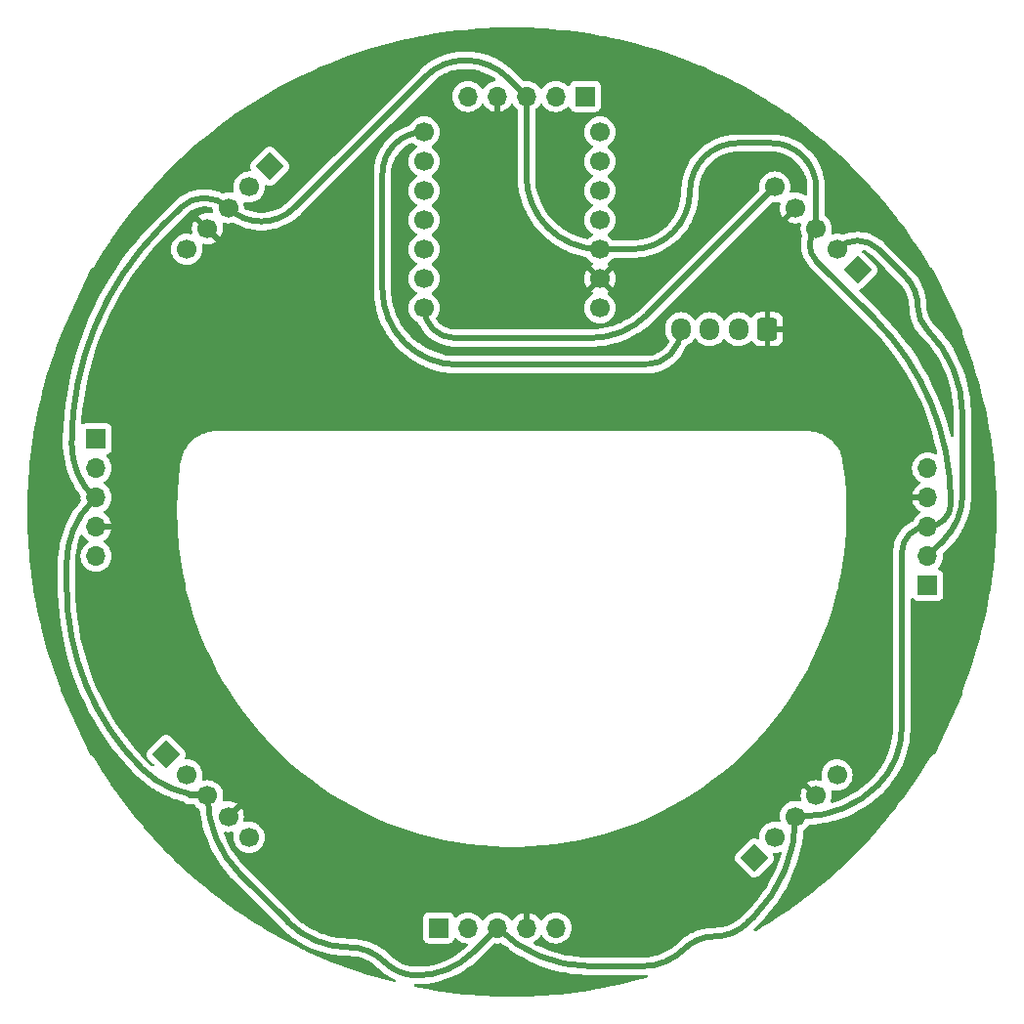
<source format=gbr>
%TF.GenerationSoftware,KiCad,Pcbnew,7.0.9*%
%TF.CreationDate,2025-01-15T21:52:20+09:00*%
%TF.ProjectId,line_main_robot2,6c696e65-5f6d-4616-996e-5f726f626f74,rev?*%
%TF.SameCoordinates,Original*%
%TF.FileFunction,Copper,L2,Bot*%
%TF.FilePolarity,Positive*%
%FSLAX46Y46*%
G04 Gerber Fmt 4.6, Leading zero omitted, Abs format (unit mm)*
G04 Created by KiCad (PCBNEW 7.0.9) date 2025-01-15 21:52:20*
%MOMM*%
%LPD*%
G01*
G04 APERTURE LIST*
G04 Aperture macros list*
%AMRoundRect*
0 Rectangle with rounded corners*
0 $1 Rounding radius*
0 $2 $3 $4 $5 $6 $7 $8 $9 X,Y pos of 4 corners*
0 Add a 4 corners polygon primitive as box body*
4,1,4,$2,$3,$4,$5,$6,$7,$8,$9,$2,$3,0*
0 Add four circle primitives for the rounded corners*
1,1,$1+$1,$2,$3*
1,1,$1+$1,$4,$5*
1,1,$1+$1,$6,$7*
1,1,$1+$1,$8,$9*
0 Add four rect primitives between the rounded corners*
20,1,$1+$1,$2,$3,$4,$5,0*
20,1,$1+$1,$4,$5,$6,$7,0*
20,1,$1+$1,$6,$7,$8,$9,0*
20,1,$1+$1,$8,$9,$2,$3,0*%
%AMHorizOval*
0 Thick line with rounded ends*
0 $1 width*
0 $2 $3 position (X,Y) of the first rounded end (center of the circle)*
0 $4 $5 position (X,Y) of the second rounded end (center of the circle)*
0 Add line between two ends*
20,1,$1,$2,$3,$4,$5,0*
0 Add two circle primitives to create the rounded ends*
1,1,$1,$2,$3*
1,1,$1,$4,$5*%
%AMRotRect*
0 Rectangle, with rotation*
0 The origin of the aperture is its center*
0 $1 length*
0 $2 width*
0 $3 Rotation angle, in degrees counterclockwise*
0 Add horizontal line*
21,1,$1,$2,0,0,$3*%
G04 Aperture macros list end*
%TA.AperFunction,ComponentPad*%
%ADD10RotRect,1.700000X1.700000X45.000000*%
%TD*%
%TA.AperFunction,ComponentPad*%
%ADD11HorizOval,1.700000X0.000000X0.000000X0.000000X0.000000X0*%
%TD*%
%TA.AperFunction,ComponentPad*%
%ADD12R,1.700000X1.700000*%
%TD*%
%TA.AperFunction,ComponentPad*%
%ADD13O,1.700000X1.700000*%
%TD*%
%TA.AperFunction,ComponentPad*%
%ADD14RotRect,1.700000X1.700000X225.000000*%
%TD*%
%TA.AperFunction,ComponentPad*%
%ADD15HorizOval,1.700000X0.000000X0.000000X0.000000X0.000000X0*%
%TD*%
%TA.AperFunction,ComponentPad*%
%ADD16RotRect,1.700000X1.700000X315.000000*%
%TD*%
%TA.AperFunction,ComponentPad*%
%ADD17HorizOval,1.700000X0.000000X0.000000X0.000000X0.000000X0*%
%TD*%
%TA.AperFunction,ComponentPad*%
%ADD18RotRect,1.700000X1.700000X135.000000*%
%TD*%
%TA.AperFunction,ComponentPad*%
%ADD19HorizOval,1.700000X0.000000X0.000000X0.000000X0.000000X0*%
%TD*%
%TA.AperFunction,ComponentPad*%
%ADD20C,1.700000*%
%TD*%
%TA.AperFunction,ComponentPad*%
%ADD21RoundRect,0.250000X0.600000X0.725000X-0.600000X0.725000X-0.600000X-0.725000X0.600000X-0.725000X0*%
%TD*%
%TA.AperFunction,ComponentPad*%
%ADD22O,1.700000X1.950000*%
%TD*%
%TA.AperFunction,ViaPad*%
%ADD23C,0.800000*%
%TD*%
%TA.AperFunction,Conductor*%
%ADD24C,0.500000*%
%TD*%
G04 APERTURE END LIST*
D10*
%TO.P,J5,1,Pin_1*%
%TO.N,+5V*%
X106728952Y-120256195D03*
D11*
%TO.P,J5,2,Pin_2*%
%TO.N,/PWM*%
X108525003Y-122052246D03*
%TO.P,J5,3,Pin_3*%
%TO.N,+3.3V*%
X110321054Y-123848297D03*
%TO.P,J5,4,Pin_4*%
%TO.N,GND*%
X112117106Y-125644349D03*
%TO.P,J5,5,Pin_5*%
%TO.N,/5*%
X113913157Y-127440400D03*
%TD*%
D12*
%TO.P,J6,1,Pin_1*%
%TO.N,+5V*%
X100664859Y-92923821D03*
D13*
%TO.P,J6,2,Pin_2*%
%TO.N,/PWM*%
X100664859Y-95463821D03*
%TO.P,J6,3,Pin_3*%
%TO.N,+3.3V*%
X100664859Y-98003821D03*
%TO.P,J6,4,Pin_4*%
%TO.N,GND*%
X100664859Y-100543821D03*
%TO.P,J6,5,Pin_5*%
%TO.N,/6*%
X100664859Y-103083821D03*
%TD*%
D12*
%TO.P,J8,1,Pin_1*%
%TO.N,+5V*%
X143036179Y-63244859D03*
D13*
%TO.P,J8,2,Pin_2*%
%TO.N,/PWM*%
X140496179Y-63244859D03*
%TO.P,J8,3,Pin_3*%
%TO.N,+3.3V*%
X137956179Y-63244859D03*
%TO.P,J8,4,Pin_4*%
%TO.N,GND*%
X135416179Y-63244859D03*
%TO.P,J8,5,Pin_5*%
%TO.N,/7*%
X132876179Y-63244859D03*
%TD*%
D12*
%TO.P,J4,1,Pin_1*%
%TO.N,+5V*%
X130343821Y-135295141D03*
D13*
%TO.P,J4,2,Pin_2*%
%TO.N,/PWM*%
X132883821Y-135295141D03*
%TO.P,J4,3,Pin_3*%
%TO.N,+3.3V*%
X135423821Y-135295141D03*
%TO.P,J4,4,Pin_4*%
%TO.N,GND*%
X137963821Y-135295141D03*
%TO.P,J4,5,Pin_5*%
%TO.N,/4*%
X140503821Y-135295141D03*
%TD*%
D12*
%TO.P,J2,1,Pin_1*%
%TO.N,+5V*%
X172715141Y-105616179D03*
D13*
%TO.P,J2,2,Pin_2*%
%TO.N,/PWM*%
X172715141Y-103076179D03*
%TO.P,J2,3,Pin_3*%
%TO.N,+3.3V*%
X172715141Y-100536179D03*
%TO.P,J2,4,Pin_4*%
%TO.N,GND*%
X172715141Y-97996179D03*
%TO.P,J2,5,Pin_5*%
%TO.N,/2*%
X172715141Y-95456179D03*
%TD*%
D14*
%TO.P,J1,1,Pin_1*%
%TO.N,+5V*%
X166651048Y-78283805D03*
D15*
%TO.P,J1,2,Pin_2*%
%TO.N,/PWM*%
X164854997Y-76487754D03*
%TO.P,J1,3,Pin_3*%
%TO.N,+3.3V*%
X163058946Y-74691703D03*
%TO.P,J1,4,Pin_4*%
%TO.N,GND*%
X161262894Y-72895651D03*
%TO.P,J1,5,Pin_5*%
%TO.N,/1*%
X159466843Y-71099600D03*
%TD*%
D16*
%TO.P,J7,1,Pin_1*%
%TO.N,+5V*%
X115703805Y-69308952D03*
D17*
%TO.P,J7,2,Pin_2*%
%TO.N,/PWM*%
X113907754Y-71105003D03*
%TO.P,J7,3,Pin_3*%
%TO.N,+3.3V*%
X112111703Y-72901054D03*
%TO.P,J7,4,Pin_4*%
%TO.N,GND*%
X110315651Y-74697106D03*
%TO.P,J7,5,Pin_5*%
%TO.N,/8*%
X108519600Y-76493157D03*
%TD*%
D18*
%TO.P,J3,1,Pin_1*%
%TO.N,+5V*%
X157676195Y-129231048D03*
D19*
%TO.P,J3,2,Pin_2*%
%TO.N,/PWM*%
X159472246Y-127434997D03*
%TO.P,J3,3,Pin_3*%
%TO.N,+3.3V*%
X161268297Y-125638946D03*
%TO.P,J3,4,Pin_4*%
%TO.N,GND*%
X163064349Y-123842894D03*
%TO.P,J3,5,Pin_5*%
%TO.N,/3*%
X164860400Y-122046843D03*
%TD*%
D20*
%TO.P,U1,1,DAC*%
%TO.N,/1*%
X129086179Y-81569859D03*
%TO.P,U1,2*%
%TO.N,/2*%
X129086179Y-79029859D03*
%TO.P,U1,3*%
%TO.N,/3*%
X129086179Y-76489859D03*
%TO.P,U1,4*%
%TO.N,/4*%
X129086179Y-73949859D03*
%TO.P,U1,5,SDA*%
%TO.N,/5*%
X129086179Y-71409859D03*
%TO.P,U1,6,SCL*%
%TO.N,/6*%
X129086179Y-68869859D03*
%TO.P,U1,7,TX*%
%TO.N,/TX*%
X129086179Y-66329859D03*
%TO.P,U1,8,RX*%
%TO.N,/RX*%
X144326179Y-66329859D03*
%TO.P,U1,9,SCK*%
%TO.N,/PWM*%
X144326179Y-68869859D03*
%TO.P,U1,10,MISO*%
%TO.N,/7*%
X144326179Y-71409859D03*
%TO.P,U1,11,MOSI*%
%TO.N,/8*%
X144326179Y-73949859D03*
%TO.P,U1,12,3V3*%
%TO.N,+3.3V*%
X144326179Y-76489859D03*
%TO.P,U1,13,GND*%
%TO.N,GND*%
X144326179Y-79029859D03*
%TO.P,U1,14,5V*%
%TO.N,+5V*%
X144326179Y-81569859D03*
%TD*%
D21*
%TO.P,J9,1,Pin_1*%
%TO.N,GND*%
X158836179Y-83419859D03*
D22*
%TO.P,J9,2,Pin_2*%
%TO.N,/RX*%
X156336179Y-83419859D03*
%TO.P,J9,3,Pin_3*%
%TO.N,+5V*%
X153836179Y-83419859D03*
%TO.P,J9,4,Pin_4*%
%TO.N,/TX*%
X151336179Y-83419859D03*
%TD*%
D23*
%TO.N,GND*%
X125270000Y-135950000D03*
X167670000Y-126200000D03*
X97810000Y-86460000D03*
X146630000Y-74810000D03*
X105440000Y-117950000D03*
X127080000Y-70470000D03*
X124320000Y-126500000D03*
X119670000Y-134000000D03*
X156160000Y-69880000D03*
X154860000Y-134180000D03*
X159060000Y-73990000D03*
X157290000Y-131600000D03*
X150940000Y-65250000D03*
X112770000Y-79940000D03*
X146570000Y-68110000D03*
X146370000Y-89920000D03*
X173350000Y-82240000D03*
X169810000Y-75940000D03*
X121380000Y-89030000D03*
X114450000Y-91500000D03*
X166370000Y-96900000D03*
X142290000Y-89820000D03*
X124790000Y-86870000D03*
X166740000Y-71780000D03*
X122230000Y-130300000D03*
X123760000Y-91140000D03*
X119590000Y-127050000D03*
X107200000Y-80230000D03*
X166470000Y-107240000D03*
X165410000Y-86850000D03*
X118490000Y-76720000D03*
X142170000Y-132170000D03*
X129300000Y-128780000D03*
X143060000Y-134330000D03*
X157930000Y-81120000D03*
X156630000Y-133450000D03*
X151060000Y-60940000D03*
X162150000Y-84760000D03*
X131450000Y-82370000D03*
X112980000Y-66160000D03*
X133990000Y-74440000D03*
X141330000Y-80210000D03*
X116300000Y-129370000D03*
X136800000Y-82470000D03*
X102020000Y-114740000D03*
X117870000Y-82270000D03*
X149410000Y-126500000D03*
X150420000Y-72480000D03*
X136130000Y-137290000D03*
X177800000Y-97670000D03*
X168200000Y-84810000D03*
X161660000Y-82050000D03*
X127950000Y-137210000D03*
X131460000Y-74980000D03*
X147520000Y-79100000D03*
X172770000Y-108710000D03*
X145570000Y-61000000D03*
X104240000Y-93390000D03*
X155450000Y-130790000D03*
X96610000Y-92100000D03*
X154320000Y-65770000D03*
X118210000Y-130060000D03*
X121660000Y-135540000D03*
X170190000Y-123370000D03*
X151610000Y-134550000D03*
X131300000Y-73680000D03*
X102190000Y-121490000D03*
X167790000Y-90550000D03*
X142660000Y-58430000D03*
X151520000Y-76560000D03*
X146680000Y-70150000D03*
X153060000Y-89870000D03*
X152570000Y-86770000D03*
X166260000Y-93670000D03*
X113950000Y-123200000D03*
X153380000Y-132340000D03*
X148880000Y-130720000D03*
X127130000Y-78250000D03*
X132890000Y-129340000D03*
X103770000Y-116620000D03*
X120070000Y-130100000D03*
X139140000Y-69480000D03*
X160290000Y-122540000D03*
X135250000Y-70880000D03*
X132220000Y-89920000D03*
X116450000Y-65840000D03*
X104890000Y-103290000D03*
X131730000Y-77190000D03*
X140580000Y-140410000D03*
X106000000Y-71780000D03*
X112900000Y-75980000D03*
X142240000Y-65620000D03*
X159990000Y-78560000D03*
X150060000Y-135950000D03*
X127300000Y-89620000D03*
X109760000Y-86720000D03*
X166430000Y-104680000D03*
X112890000Y-132660000D03*
X96200000Y-105870000D03*
X157530000Y-63620000D03*
X164790000Y-129400000D03*
X160630000Y-75710000D03*
X103490000Y-99820000D03*
X103050000Y-122610000D03*
X112660000Y-121450000D03*
X147990000Y-72040000D03*
X131780000Y-79990000D03*
X172160000Y-112890000D03*
X142180000Y-82680000D03*
X157830000Y-75420000D03*
X122160000Y-65130000D03*
X150590000Y-70090000D03*
X168390000Y-74060000D03*
X174660000Y-107530000D03*
X146750000Y-64950000D03*
X103710000Y-97660000D03*
X102300000Y-76900000D03*
X116790000Y-127220000D03*
X130950000Y-62520000D03*
X106680000Y-112900000D03*
X120030000Y-62160000D03*
X149370000Y-89970000D03*
X115640000Y-85730000D03*
X145930000Y-85200000D03*
X126370000Y-134160000D03*
X164290000Y-68750000D03*
X119110000Y-68040000D03*
X166720000Y-101050000D03*
X139690000Y-89970000D03*
X177440000Y-104460000D03*
X108560000Y-115510000D03*
X175770000Y-111130000D03*
X163430000Y-79990000D03*
X140540000Y-60740000D03*
X152920000Y-74990000D03*
X143580000Y-139790000D03*
X123890000Y-130060000D03*
X170350000Y-99180000D03*
X127990000Y-86950000D03*
X127080000Y-72960000D03*
X141580000Y-72680000D03*
X148470000Y-84760000D03*
X140440000Y-130290000D03*
X154090000Y-62160000D03*
X131260000Y-140150000D03*
X124780000Y-62510000D03*
X148440000Y-136980000D03*
X124640000Y-83950000D03*
X127130000Y-75500000D03*
X170060000Y-79960000D03*
X121450000Y-128840000D03*
X160350000Y-89910000D03*
X157730000Y-124520000D03*
X128110000Y-83390000D03*
X136340000Y-89970000D03*
X101250000Y-105980000D03*
X169840000Y-93040000D03*
X127950000Y-135620000D03*
X170120000Y-94970000D03*
X117150000Y-124740000D03*
X165920000Y-83390000D03*
X161630000Y-132090000D03*
X171600000Y-120940000D03*
X135930000Y-66230000D03*
X105450000Y-83670000D03*
X131190000Y-71250000D03*
X137070000Y-129230000D03*
X145940000Y-132930000D03*
X138360000Y-75570000D03*
X104630000Y-109100000D03*
X122840000Y-134000000D03*
X135470000Y-57910000D03*
X119200000Y-91370000D03*
X111000000Y-121580000D03*
X137310000Y-133060000D03*
X168700000Y-87420000D03*
X172160000Y-116080000D03*
X105090000Y-88340000D03*
X134270000Y-132820000D03*
X160850000Y-65830000D03*
X136200000Y-78590000D03*
X141170000Y-77570000D03*
X164750000Y-110680000D03*
X165450000Y-116960000D03*
X154640000Y-124750000D03*
X144940000Y-128580000D03*
X165590000Y-70470000D03*
X148960000Y-74350000D03*
X151760000Y-127920000D03*
X161560000Y-117390000D03*
%TD*%
D24*
%TO.N,/PWM*%
X174115070Y-101676250D02*
X172715141Y-103076179D01*
X164854997Y-76487754D02*
X164854997Y-76335003D01*
X168427756Y-76487756D02*
X170748907Y-78808907D01*
X175730000Y-90834559D02*
X175730000Y-97777465D01*
X168427780Y-76487732D02*
G75*
G03*
X164854997Y-76487754I-1786380J-1786368D01*
G01*
X171869992Y-81515481D02*
G75*
G03*
X172680834Y-83473155I2768408J-119D01*
G01*
X175730018Y-90834559D02*
G75*
G03*
X172680834Y-83473155I-10410718J-41D01*
G01*
X174115085Y-101676265D02*
G75*
G03*
X175730000Y-97777465I-3898785J3898765D01*
G01*
X171869969Y-81515481D02*
G75*
G03*
X170748907Y-78808907I-3827569J81D01*
G01*
%TO.N,+3.3V*%
X159133001Y-67289996D02*
X156297576Y-67290005D01*
X100176179Y-98003821D02*
X100664859Y-98003821D01*
X148020171Y-138620000D02*
X143450731Y-138620000D01*
X100664859Y-98003821D02*
X100463821Y-98003821D01*
X100664859Y-98003821D02*
X100313073Y-98355599D01*
X135423821Y-135295141D02*
X135423821Y-135306179D01*
X144326179Y-76489859D02*
X147097693Y-76489867D01*
X161268297Y-125638946D02*
X161895957Y-125638952D01*
X106338964Y-74531035D02*
X107968979Y-72901020D01*
X163058946Y-74691703D02*
X163058946Y-71215928D01*
X137956179Y-63244859D02*
X136394721Y-61683401D01*
X137980000Y-63221038D02*
X137956179Y-63244859D01*
X125720000Y-65020000D02*
X125905860Y-64834140D01*
X117838946Y-72901054D02*
X125720000Y-65020000D01*
X135423821Y-135306179D02*
X133314788Y-137415212D01*
X163058946Y-74691703D02*
X163058946Y-74731054D01*
X98110000Y-103674205D02*
X98110000Y-105781071D01*
X110321054Y-123848297D02*
X108796778Y-123848297D01*
X137956179Y-63244859D02*
X137940000Y-63261038D01*
X137940000Y-63261038D02*
X137940000Y-70103681D01*
X117268052Y-134778052D02*
X113137282Y-130647282D01*
X170480000Y-117906535D02*
X170480000Y-102771312D01*
X129205576Y-61534424D02*
X125720000Y-65020000D01*
X163058946Y-77478946D02*
X168103521Y-82523521D01*
X157681368Y-134298632D02*
X157135805Y-134844195D01*
X163058947Y-74731055D02*
G75*
G03*
X163058947Y-77478945I1373953J-1373945D01*
G01*
X112111704Y-72901053D02*
G75*
G03*
X117838946Y-72901054I2863621J2863620D01*
G01*
X137940041Y-70103681D02*
G75*
G03*
X144326179Y-76489859I6386159J-19D01*
G01*
X112111678Y-72901079D02*
G75*
G03*
X107968980Y-72901021I-2071378J-2071321D01*
G01*
X132620296Y-60119985D02*
G75*
G03*
X129205576Y-61534424I4J-4829115D01*
G01*
X157681370Y-134298634D02*
G75*
G03*
X161268297Y-125638946I-8659670J8659634D01*
G01*
X110321062Y-123848297D02*
G75*
G03*
X113137282Y-130647282I9615238J-3D01*
G01*
X136394706Y-61683416D02*
G75*
G03*
X132620296Y-60120000I-3774406J-3774384D01*
G01*
X98539998Y-93359403D02*
G75*
G03*
X100463822Y-98003820I6568102J3D01*
G01*
X154248846Y-136040023D02*
G75*
G03*
X151614570Y-137131151I-46J-3725377D01*
G01*
X161895957Y-125638995D02*
G75*
G03*
X168391606Y-122948395I43J9186095D01*
G01*
X174729996Y-98521327D02*
G75*
G03*
X168103520Y-82523522I-22624206J77D01*
G01*
X98110027Y-105781071D02*
G75*
G03*
X104614649Y-121484649I22208173J-29D01*
G01*
X135423796Y-135295166D02*
G75*
G03*
X143450731Y-138620000I8026904J8026966D01*
G01*
X156297576Y-67290006D02*
G75*
G03*
X152120006Y-71467574I24J-4177594D01*
G01*
X168391589Y-122948378D02*
G75*
G03*
X170480000Y-117906535I-5041889J5041878D01*
G01*
X172715141Y-100536200D02*
G75*
G03*
X174730000Y-98521327I-41J2014900D01*
G01*
X154248846Y-136039993D02*
G75*
G03*
X157135805Y-134844195I54J4082693D01*
G01*
X147097693Y-76489906D02*
G75*
G03*
X152120006Y-71467574I7J5022306D01*
G01*
X125649921Y-138249963D02*
G75*
G03*
X128474732Y-139420000I2824779J2824863D01*
G01*
X117268044Y-134778060D02*
G75*
G03*
X122584023Y-136980000I5315956J5315960D01*
G01*
X125649916Y-138249968D02*
G75*
G03*
X122584023Y-136980000I-3065916J-3065832D01*
G01*
X172715141Y-100536200D02*
G75*
G03*
X170480000Y-102771312I-41J-2235100D01*
G01*
X163058904Y-71215928D02*
G75*
G03*
X159133001Y-67289996I-3925904J28D01*
G01*
X106338970Y-74531041D02*
G75*
G03*
X98540000Y-93359403I18828330J-18828359D01*
G01*
X148020171Y-138619993D02*
G75*
G03*
X151614570Y-137131151I29J5083193D01*
G01*
X128474732Y-139419993D02*
G75*
G03*
X133314788Y-137415212I68J6844793D01*
G01*
X100313063Y-98355589D02*
G75*
G03*
X98110000Y-103674205I5318537J-5318611D01*
G01*
X104614649Y-121484649D02*
G75*
G03*
X110321054Y-123848297I5706351J5706349D01*
G01*
%TO.N,/1*%
X143575330Y-84180000D02*
X131696320Y-84180000D01*
X159466843Y-71099600D02*
X148374200Y-82192243D01*
X129086200Y-81569859D02*
G75*
G03*
X131696320Y-84180000I2610100J-41D01*
G01*
X143575330Y-84180029D02*
G75*
G03*
X148374200Y-82192243I-30J6786629D01*
G01*
%TO.N,/TX*%
X125470000Y-69946037D02*
X125470000Y-79949925D01*
X132020075Y-86500000D02*
X148256033Y-86500000D01*
X148256033Y-86500079D02*
G75*
G03*
X151336179Y-83419859I-33J3080179D01*
G01*
X125470000Y-79949925D02*
G75*
G03*
X132020075Y-86500000I6550100J25D01*
G01*
X129086179Y-66329800D02*
G75*
G03*
X125470000Y-69946037I21J-3616200D01*
G01*
%TD*%
%TA.AperFunction,Conductor*%
%TO.N,GND*%
G36*
X135759594Y-136623688D02*
G01*
X135799873Y-136645433D01*
X136080796Y-136872919D01*
X136339465Y-137060851D01*
X136593553Y-137245456D01*
X136593564Y-137245463D01*
X136593568Y-137245466D01*
X137105596Y-137577979D01*
X137125136Y-137590668D01*
X137125137Y-137590669D01*
X137674037Y-137907574D01*
X138238783Y-138195324D01*
X138446322Y-138287725D01*
X138817799Y-138453116D01*
X139019519Y-138530548D01*
X139409528Y-138680257D01*
X140012317Y-138876113D01*
X140229642Y-138934344D01*
X140624542Y-139040156D01*
X140969869Y-139113556D01*
X141244500Y-139171930D01*
X141244506Y-139171930D01*
X141244511Y-139171932D01*
X141870526Y-139271081D01*
X141870528Y-139271081D01*
X141870533Y-139271082D01*
X141870532Y-139271082D01*
X142130718Y-139298427D01*
X142500873Y-139337332D01*
X143133824Y-139370501D01*
X143133824Y-139370500D01*
X143133825Y-139370501D01*
X143450733Y-139370500D01*
X148065621Y-139370500D01*
X148065851Y-139370493D01*
X148249376Y-139370494D01*
X148249376Y-139370493D01*
X148249378Y-139370494D01*
X148267042Y-139369103D01*
X148331126Y-139364060D01*
X148399502Y-139378424D01*
X148449259Y-139427475D01*
X148464598Y-139495641D01*
X148440649Y-139561278D01*
X148385016Y-139603547D01*
X148374909Y-139606910D01*
X147850729Y-139756624D01*
X147175967Y-139935321D01*
X146603744Y-140079786D01*
X145924614Y-140237676D01*
X145347463Y-140364548D01*
X144664421Y-140501565D01*
X144083096Y-140610638D01*
X143396685Y-140726710D01*
X142811804Y-140817836D01*
X142122553Y-140912899D01*
X141534762Y-140985951D01*
X140843293Y-141059942D01*
X140253191Y-141114823D01*
X139560052Y-141167703D01*
X138968345Y-141204332D01*
X138274017Y-141236075D01*
X137681361Y-141254400D01*
X136986521Y-141264983D01*
X136393479Y-141264983D01*
X135698638Y-141254400D01*
X135105982Y-141236075D01*
X134411654Y-141204332D01*
X133819947Y-141167703D01*
X133126808Y-141114823D01*
X132536706Y-141059942D01*
X131845237Y-140985951D01*
X131257446Y-140912899D01*
X130568195Y-140817836D01*
X129983314Y-140726710D01*
X129296903Y-140610638D01*
X128715577Y-140501565D01*
X128289419Y-140416078D01*
X128227561Y-140383592D01*
X128193085Y-140322821D01*
X128196938Y-140253057D01*
X128237897Y-140196452D01*
X128302956Y-140170976D01*
X128313788Y-140170500D01*
X128474738Y-140170500D01*
X128557386Y-140170499D01*
X128557476Y-140170493D01*
X128723194Y-140170495D01*
X128723367Y-140170496D01*
X128723368Y-140170496D01*
X128723368Y-140170495D01*
X128723371Y-140170496D01*
X129219595Y-140137976D01*
X129219595Y-140137977D01*
X129345182Y-140121443D01*
X129712639Y-140073070D01*
X130200372Y-139976058D01*
X130200373Y-139976058D01*
X130680724Y-139847353D01*
X131151635Y-139687503D01*
X131151634Y-139687503D01*
X131611064Y-139497204D01*
X131611063Y-139497204D01*
X131611069Y-139497202D01*
X132057079Y-139277258D01*
X132487749Y-139028613D01*
X132901234Y-138752334D01*
X133191239Y-138529807D01*
X133295759Y-138449607D01*
X133295764Y-138449603D01*
X133669650Y-138121716D01*
X133776379Y-138014986D01*
X133776386Y-138014981D01*
X133783441Y-138007925D01*
X133783444Y-138007924D01*
X135122470Y-136668896D01*
X135183791Y-136635413D01*
X135220955Y-136633051D01*
X135364855Y-136645641D01*
X135423820Y-136650800D01*
X135423821Y-136650800D01*
X135423822Y-136650800D01*
X135442760Y-136649142D01*
X135659229Y-136630204D01*
X135689745Y-136622027D01*
X135759594Y-136623688D01*
G37*
%TD.AperFunction*%
%TA.AperFunction,Conductor*%
G36*
X137681401Y-57285599D02*
G01*
X138273963Y-57303922D01*
X138968397Y-57335670D01*
X139560026Y-57372294D01*
X140253201Y-57425177D01*
X140843264Y-57480054D01*
X141534771Y-57554049D01*
X142122552Y-57627099D01*
X142811799Y-57722162D01*
X143396644Y-57813282D01*
X144083111Y-57929363D01*
X144419194Y-57992422D01*
X144664421Y-58038434D01*
X144776655Y-58060947D01*
X145347493Y-58175457D01*
X145924557Y-58302310D01*
X146603781Y-58460222D01*
X147061498Y-58575778D01*
X147175967Y-58604678D01*
X147401565Y-58664423D01*
X147850735Y-58783376D01*
X148417412Y-58945227D01*
X149087209Y-59144625D01*
X149629286Y-59317741D01*
X149647782Y-59323647D01*
X150312078Y-59543641D01*
X150865803Y-59739534D01*
X151437372Y-59948341D01*
X151524111Y-59980029D01*
X152070403Y-60192508D01*
X152722247Y-60453404D01*
X152982418Y-60563972D01*
X153260396Y-60682107D01*
X153905306Y-60963305D01*
X154434690Y-61207867D01*
X155072174Y-61509252D01*
X155592129Y-61769250D01*
X156162034Y-62060241D01*
X156221762Y-62090738D01*
X156731615Y-62365701D01*
X156892793Y-62454286D01*
X157353018Y-62707231D01*
X157852068Y-62996626D01*
X158464797Y-63358110D01*
X158597242Y-63440486D01*
X158952455Y-63661416D01*
X159377997Y-63930265D01*
X159556135Y-64042809D01*
X160031397Y-64359184D01*
X160388799Y-64600518D01*
X160625990Y-64760680D01*
X161088233Y-65089451D01*
X161673319Y-65511025D01*
X162121711Y-65851293D01*
X162697142Y-66293142D01*
X163033620Y-66565272D01*
X163130755Y-66643831D01*
X163140434Y-66651743D01*
X163696518Y-67106313D01*
X164114376Y-67466180D01*
X164236732Y-67572578D01*
X164670482Y-67949754D01*
X165070621Y-68316502D01*
X165071414Y-68317228D01*
X165124588Y-68366389D01*
X165618128Y-68822682D01*
X165788575Y-68988886D01*
X166000847Y-69195875D01*
X166538577Y-69724291D01*
X166901118Y-70100358D01*
X167430904Y-70653672D01*
X167559900Y-70796035D01*
X167759825Y-71016679D01*
X167771181Y-71029211D01*
X168278978Y-71592970D01*
X168294328Y-71610011D01*
X168324347Y-71645272D01*
X168608879Y-71979495D01*
X169128038Y-72592416D01*
X169182330Y-72660335D01*
X169411431Y-72946939D01*
X169744552Y-73365425D01*
X169931230Y-73599941D01*
X170173864Y-73923494D01*
X170703123Y-74631607D01*
X170884558Y-74889808D01*
X171443044Y-75686516D01*
X171501737Y-75775785D01*
X172146416Y-76757770D01*
X172775150Y-77782164D01*
X172779794Y-77799285D01*
X172811083Y-77841170D01*
X172814578Y-77846404D01*
X172815066Y-77847200D01*
X172815516Y-77847956D01*
X172815516Y-77847957D01*
X172863209Y-77928255D01*
X172863211Y-77928257D01*
X172913016Y-77984878D01*
X172918339Y-77996309D01*
X172935438Y-78011197D01*
X172941277Y-78017006D01*
X172969261Y-78048819D01*
X172986577Y-78068505D01*
X172986580Y-78068507D01*
X173064354Y-78129268D01*
X173072171Y-78140172D01*
X173084327Y-78146870D01*
X173100820Y-78157756D01*
X173133771Y-78183499D01*
X173133778Y-78183502D01*
X173133777Y-78183502D01*
X173139597Y-78186510D01*
X173190116Y-78234775D01*
X173194599Y-78243307D01*
X173366990Y-78604907D01*
X175711750Y-83523185D01*
X175731363Y-83564323D01*
X175743432Y-83617688D01*
X175743429Y-83720845D01*
X175743429Y-83720852D01*
X175756117Y-83788235D01*
X175757101Y-83796422D01*
X175758007Y-83813464D01*
X175764038Y-83830305D01*
X175777990Y-83904404D01*
X175777992Y-83904412D01*
X175798329Y-83956598D01*
X175798338Y-83956697D01*
X175811718Y-83990960D01*
X175811719Y-83990960D01*
X175811901Y-83991426D01*
X175811900Y-83991426D01*
X175812574Y-83993231D01*
X175814471Y-83998971D01*
X175826025Y-84041397D01*
X175838574Y-84062851D01*
X176094287Y-84747539D01*
X176252606Y-85172255D01*
X176481505Y-85845697D01*
X176572523Y-86115124D01*
X176649725Y-86343656D01*
X176662509Y-86381497D01*
X176864723Y-87040198D01*
X177035471Y-87602610D01*
X177215479Y-88257938D01*
X177371152Y-88834464D01*
X177530347Y-89489854D01*
X177669243Y-90075928D01*
X177808168Y-90732545D01*
X177929479Y-91325889D01*
X178048388Y-91984144D01*
X178151602Y-92583098D01*
X178250637Y-93243160D01*
X178335421Y-93846452D01*
X178414632Y-94508137D01*
X178480764Y-95114727D01*
X178540177Y-95777848D01*
X178587505Y-96386772D01*
X178627115Y-97050910D01*
X178655551Y-97661474D01*
X178675356Y-98326205D01*
X178684841Y-98937486D01*
X178684841Y-99602513D01*
X178675356Y-100213794D01*
X178655551Y-100878525D01*
X178627115Y-101489089D01*
X178587505Y-102153227D01*
X178540177Y-102762151D01*
X178480764Y-103425272D01*
X178414632Y-104031862D01*
X178335421Y-104693547D01*
X178250637Y-105296839D01*
X178151602Y-105956901D01*
X178048388Y-106555855D01*
X177929479Y-107214110D01*
X177808168Y-107807454D01*
X177669243Y-108464071D01*
X177530347Y-109050145D01*
X177371152Y-109705535D01*
X177215479Y-110282061D01*
X177035471Y-110937389D01*
X176864723Y-111499801D01*
X176662509Y-112158502D01*
X176481505Y-112694302D01*
X176252606Y-113367744D01*
X176094357Y-113792272D01*
X175839054Y-114475864D01*
X175828325Y-114490183D01*
X175814528Y-114540821D01*
X175812499Y-114546967D01*
X175812401Y-114547229D01*
X175777970Y-114635584D01*
X175764018Y-114709686D01*
X175758284Y-114720925D01*
X175757079Y-114743573D01*
X175756095Y-114751759D01*
X175743407Y-114819143D01*
X175743407Y-114819150D01*
X175743415Y-115011711D01*
X175741336Y-115011711D01*
X175731939Y-115065841D01*
X173321898Y-120230216D01*
X173275710Y-120282642D01*
X173266466Y-120287934D01*
X173133784Y-120356511D01*
X173133778Y-120356514D01*
X173100833Y-120382252D01*
X173084342Y-120393136D01*
X173077335Y-120396996D01*
X173064348Y-120410755D01*
X172986590Y-120471503D01*
X172941308Y-120522980D01*
X172935463Y-120528796D01*
X172922587Y-120540006D01*
X172913025Y-120555134D01*
X172863223Y-120611751D01*
X172815527Y-120692050D01*
X172814500Y-120693722D01*
X172811156Y-120698730D01*
X172784793Y-120734014D01*
X172775636Y-120757044D01*
X172146416Y-121782230D01*
X171501737Y-122764215D01*
X171443044Y-122853484D01*
X170884558Y-123650191D01*
X170703123Y-123908392D01*
X170173864Y-124616505D01*
X169931230Y-124940058D01*
X169411407Y-125593091D01*
X169128038Y-125947583D01*
X168608879Y-126560504D01*
X168294338Y-126929977D01*
X167771219Y-127510746D01*
X167430904Y-127886327D01*
X166901118Y-128439641D01*
X166538577Y-128815708D01*
X166000751Y-129344219D01*
X165618128Y-129717317D01*
X165071440Y-130222747D01*
X164670482Y-130590245D01*
X164114396Y-131073801D01*
X163696518Y-131433686D01*
X163130777Y-131896150D01*
X162697148Y-132246853D01*
X162121711Y-132688706D01*
X161673319Y-133028974D01*
X161088233Y-133450548D01*
X160625990Y-133779319D01*
X160031469Y-134180766D01*
X159556140Y-134497187D01*
X158952415Y-134878609D01*
X158464797Y-135181889D01*
X157852067Y-135543373D01*
X157830077Y-135556124D01*
X157762208Y-135572724D01*
X157696138Y-135549997D01*
X157652844Y-135495157D01*
X157646072Y-135425616D01*
X157677971Y-135363454D01*
X157680166Y-135361201D01*
X158146066Y-134895299D01*
X158146071Y-134895296D01*
X158156274Y-134885092D01*
X158156276Y-134885092D01*
X158183746Y-134857621D01*
X158183752Y-134857618D01*
X158212054Y-134829315D01*
X158212055Y-134829316D01*
X158452712Y-134588657D01*
X158463603Y-134576562D01*
X158600909Y-134424067D01*
X158908177Y-134082810D01*
X158908179Y-134082807D01*
X158908180Y-134082807D01*
X159336538Y-133553825D01*
X159336544Y-133553818D01*
X159736639Y-133003132D01*
X160107364Y-132432261D01*
X160107370Y-132432251D01*
X160107371Y-132432251D01*
X160447705Y-131842772D01*
X160756731Y-131236269D01*
X160941672Y-130820879D01*
X161033584Y-130614440D01*
X161277517Y-129978966D01*
X161277520Y-129978959D01*
X161277520Y-129978960D01*
X161487858Y-129331598D01*
X161600556Y-128910992D01*
X161664029Y-128674105D01*
X161782182Y-128118230D01*
X161805547Y-128008306D01*
X161822057Y-127904063D01*
X161912029Y-127335991D01*
X161962748Y-126853404D01*
X161989332Y-126788791D01*
X162014942Y-126764795D01*
X162139698Y-126677441D01*
X162306792Y-126510347D01*
X162365710Y-126426201D01*
X162420285Y-126382578D01*
X162459793Y-126373553D01*
X162772910Y-126354614D01*
X162795631Y-126353240D01*
X163391776Y-126280857D01*
X163391775Y-126280857D01*
X163690750Y-126226067D01*
X163982444Y-126172613D01*
X163982445Y-126172612D01*
X163982445Y-126172613D01*
X164565506Y-126028902D01*
X164738335Y-125975046D01*
X165138833Y-125850245D01*
X165700323Y-125637299D01*
X166207507Y-125409033D01*
X166247937Y-125390837D01*
X166779658Y-125111766D01*
X166779657Y-125111766D01*
X167293569Y-124801093D01*
X167787769Y-124459967D01*
X167787773Y-124459963D01*
X167787780Y-124459959D01*
X168260493Y-124089607D01*
X168267161Y-124083700D01*
X168709973Y-123691397D01*
X168922294Y-123479074D01*
X168936760Y-123464608D01*
X168978071Y-123423297D01*
X168978072Y-123423294D01*
X168980226Y-123421141D01*
X168980523Y-123420810D01*
X169104698Y-123296638D01*
X169104697Y-123296638D01*
X169104699Y-123296636D01*
X169444906Y-122908703D01*
X169488778Y-122851528D01*
X169759013Y-122499351D01*
X169759013Y-122499350D01*
X169813560Y-122417715D01*
X170045675Y-122070331D01*
X170045677Y-122070326D01*
X170045679Y-122070325D01*
X170303664Y-121623482D01*
X170531872Y-121160724D01*
X170531876Y-121160716D01*
X170729333Y-120684015D01*
X170895190Y-120195421D01*
X170895190Y-120195419D01*
X170895195Y-120195406D01*
X171013708Y-119753107D01*
X171028736Y-119697026D01*
X171115574Y-119260470D01*
X171129400Y-119190964D01*
X171166243Y-118911117D01*
X171196750Y-118679400D01*
X171230499Y-118164527D01*
X171230500Y-117906539D01*
X171230500Y-117827658D01*
X171230500Y-117827657D01*
X171230500Y-106826129D01*
X171250185Y-106759091D01*
X171302989Y-106713336D01*
X171372147Y-106703392D01*
X171435703Y-106732417D01*
X171453762Y-106751814D01*
X171507595Y-106823725D01*
X171510808Y-106826130D01*
X171622805Y-106909972D01*
X171622812Y-106909976D01*
X171757658Y-106960270D01*
X171757657Y-106960270D01*
X171764585Y-106961014D01*
X171817268Y-106966679D01*
X173613013Y-106966678D01*
X173672624Y-106960270D01*
X173807472Y-106909975D01*
X173922687Y-106823725D01*
X174008937Y-106708510D01*
X174059232Y-106573662D01*
X174065641Y-106514052D01*
X174065640Y-104718307D01*
X174059232Y-104658696D01*
X174008937Y-104523848D01*
X174008936Y-104523847D01*
X174008934Y-104523843D01*
X173922688Y-104408634D01*
X173922685Y-104408631D01*
X173807476Y-104322385D01*
X173807469Y-104322381D01*
X173676058Y-104273368D01*
X173620124Y-104231497D01*
X173595707Y-104166032D01*
X173610559Y-104097759D01*
X173631704Y-104069511D01*
X173753636Y-103947580D01*
X173889176Y-103754009D01*
X173989044Y-103539842D01*
X174050204Y-103311587D01*
X174070800Y-103076179D01*
X174052163Y-102863163D01*
X174065929Y-102794664D01*
X174088007Y-102764678D01*
X174579767Y-102272919D01*
X174579772Y-102272915D01*
X174589976Y-102262710D01*
X174589978Y-102262710D01*
X174609421Y-102243266D01*
X174609488Y-102243229D01*
X174803966Y-102048751D01*
X174803966Y-102048750D01*
X174806931Y-102045329D01*
X175014145Y-101806189D01*
X175096990Y-101710580D01*
X175365136Y-101352377D01*
X175607052Y-100975945D01*
X175607052Y-100975944D01*
X175669618Y-100861362D01*
X175821489Y-100583228D01*
X176007367Y-100176208D01*
X176112075Y-99895471D01*
X176163734Y-99756968D01*
X176163734Y-99756967D01*
X176289796Y-99327630D01*
X176384906Y-98890405D01*
X176384906Y-98890404D01*
X176448583Y-98447506D01*
X176457257Y-98326213D01*
X176480501Y-98001188D01*
X176480500Y-97777460D01*
X176480500Y-97698580D01*
X176480500Y-90885936D01*
X176480517Y-90885874D01*
X176480517Y-90834556D01*
X176480518Y-90834556D01*
X176480517Y-90521406D01*
X176445398Y-89896093D01*
X176375273Y-89273732D01*
X176325257Y-88979361D01*
X176270365Y-88656290D01*
X176270365Y-88656291D01*
X176270364Y-88656290D01*
X176130998Y-88045689D01*
X176105987Y-87958873D01*
X175957615Y-87443864D01*
X175946052Y-87410820D01*
X175750759Y-86852701D01*
X175511090Y-86274090D01*
X175511088Y-86274085D01*
X175239348Y-85709809D01*
X175038000Y-85345494D01*
X174936403Y-85161666D01*
X174936403Y-85161665D01*
X174603192Y-84631360D01*
X174603187Y-84631352D01*
X174240768Y-84120566D01*
X174237329Y-84116254D01*
X173850275Y-83630899D01*
X173713189Y-83477499D01*
X173432949Y-83163906D01*
X173267297Y-82998252D01*
X173267296Y-82998250D01*
X173212768Y-82943722D01*
X173210391Y-82941209D01*
X173085976Y-82801988D01*
X173063048Y-82776331D01*
X173058709Y-82770890D01*
X172931787Y-82592005D01*
X172928085Y-82586113D01*
X172821994Y-82394148D01*
X172818975Y-82387879D01*
X172816267Y-82381342D01*
X172735048Y-82185247D01*
X172732749Y-82178679D01*
X172672033Y-81967905D01*
X172670487Y-81961129D01*
X172670260Y-81959795D01*
X172644010Y-81805262D01*
X172633755Y-81744890D01*
X172632976Y-81737975D01*
X172630190Y-81688338D01*
X172620578Y-81517058D01*
X172620482Y-81513591D01*
X172620485Y-81436633D01*
X172620483Y-81436628D01*
X172620484Y-81433413D01*
X172620470Y-81433141D01*
X172620473Y-81315609D01*
X172585638Y-80917363D01*
X172584725Y-80912186D01*
X172533096Y-80619349D01*
X172516224Y-80523650D01*
X172516224Y-80523651D01*
X172412760Y-80137497D01*
X172330421Y-79911263D01*
X172276034Y-79761830D01*
X172107086Y-79399509D01*
X172084655Y-79360657D01*
X171987154Y-79191778D01*
X171907201Y-79053292D01*
X171677902Y-78725814D01*
X171420937Y-78419572D01*
X171420938Y-78419572D01*
X171343966Y-78342599D01*
X171343945Y-78342576D01*
X168995858Y-75994490D01*
X168995801Y-75994386D01*
X168958465Y-75957050D01*
X168958466Y-75957050D01*
X168837033Y-75835616D01*
X168570111Y-75619466D01*
X168570108Y-75619464D01*
X168570103Y-75619460D01*
X168282060Y-75432403D01*
X167976029Y-75276472D01*
X167655370Y-75153382D01*
X167323609Y-75064489D01*
X167092608Y-75027904D01*
X166984374Y-75010762D01*
X166984369Y-75010761D01*
X166984365Y-75010761D01*
X166641380Y-74992788D01*
X166641379Y-74992788D01*
X166298384Y-75010766D01*
X165959153Y-75064498D01*
X165959151Y-75064498D01*
X165959148Y-75064499D01*
X165627387Y-75153397D01*
X165615149Y-75158095D01*
X165436087Y-75226832D01*
X165366446Y-75232480D01*
X165339250Y-75223452D01*
X165318660Y-75213851D01*
X165318655Y-75213849D01*
X165318652Y-75213848D01*
X165090410Y-75152692D01*
X165090400Y-75152690D01*
X164854998Y-75132095D01*
X164854996Y-75132095D01*
X164619593Y-75152690D01*
X164619580Y-75152693D01*
X164518896Y-75179670D01*
X164449046Y-75178007D01*
X164391184Y-75138843D01*
X164363681Y-75074615D01*
X164367029Y-75027802D01*
X164377599Y-74988354D01*
X164394009Y-74927111D01*
X164414605Y-74691703D01*
X164413341Y-74677261D01*
X164395800Y-74476766D01*
X164394009Y-74456295D01*
X164332849Y-74228040D01*
X164232981Y-74013874D01*
X164188158Y-73949859D01*
X164097440Y-73820300D01*
X163930350Y-73653210D01*
X163862321Y-73605575D01*
X163818697Y-73550997D01*
X163809446Y-73504001D01*
X163809446Y-72358860D01*
X163809446Y-71172219D01*
X163809445Y-71172210D01*
X163809445Y-71171126D01*
X163809404Y-71169691D01*
X163809405Y-71011756D01*
X163803670Y-70946196D01*
X163773818Y-70604956D01*
X163702910Y-70202805D01*
X163644353Y-69984261D01*
X163597223Y-69808362D01*
X163457560Y-69424636D01*
X163421324Y-69346926D01*
X163284984Y-69054541D01*
X163080808Y-68700895D01*
X162846587Y-68366389D01*
X162846582Y-68366383D01*
X162846582Y-68366382D01*
X162584104Y-68053570D01*
X162439729Y-67909195D01*
X162295355Y-67764820D01*
X162295350Y-67764816D01*
X162295351Y-67764816D01*
X162124797Y-67621704D01*
X161982538Y-67502334D01*
X161648037Y-67268111D01*
X161294388Y-67063930D01*
X160924307Y-66891358D01*
X160924306Y-66891358D01*
X160924299Y-66891355D01*
X160924296Y-66891354D01*
X160540569Y-66751688D01*
X160146129Y-66645997D01*
X159743979Y-66575087D01*
X159337178Y-66539496D01*
X159133001Y-66539496D01*
X159054120Y-66539496D01*
X159054117Y-66539496D01*
X156253749Y-66539505D01*
X156253726Y-66539506D01*
X156082407Y-66539507D01*
X156082406Y-66539507D01*
X156000196Y-66546700D01*
X155653719Y-66577015D01*
X155229929Y-66651742D01*
X155229927Y-66651742D01*
X155229924Y-66651743D01*
X154814266Y-66763121D01*
X154461950Y-66891354D01*
X154409880Y-66910306D01*
X154019885Y-67092165D01*
X154019884Y-67092165D01*
X153647203Y-67307335D01*
X153647204Y-67307335D01*
X153294705Y-67554158D01*
X153294704Y-67554159D01*
X153294704Y-67554158D01*
X153213426Y-67622359D01*
X152965056Y-67830767D01*
X152965049Y-67830774D01*
X152965049Y-67830773D01*
X152660769Y-68135053D01*
X152384159Y-68464702D01*
X152384160Y-68464702D01*
X152384159Y-68464703D01*
X152137336Y-68817202D01*
X152137336Y-68817201D01*
X152137333Y-68817205D01*
X152137333Y-68817206D01*
X151935671Y-69166495D01*
X151922168Y-69189882D01*
X151922167Y-69189883D01*
X151825836Y-69396463D01*
X151740303Y-69579889D01*
X151593121Y-69984263D01*
X151481743Y-70399927D01*
X151481743Y-70399926D01*
X151440127Y-70635935D01*
X151407015Y-70823716D01*
X151396299Y-70946194D01*
X151369507Y-71252405D01*
X151369506Y-71388695D01*
X151369506Y-71466139D01*
X151369440Y-71469003D01*
X151351416Y-71858869D01*
X151350888Y-71864574D01*
X151297169Y-72249689D01*
X151296116Y-72255322D01*
X151207094Y-72633821D01*
X151205527Y-72639332D01*
X151081959Y-73008016D01*
X151079889Y-73013359D01*
X150922825Y-73369077D01*
X150920271Y-73374206D01*
X150731066Y-73713896D01*
X150728050Y-73718767D01*
X150508302Y-74039562D01*
X150504849Y-74044135D01*
X150256435Y-74343290D01*
X150252575Y-74347524D01*
X149977629Y-74622470D01*
X149973395Y-74626330D01*
X149674254Y-74874735D01*
X149669682Y-74878188D01*
X149348881Y-75097942D01*
X149344009Y-75100958D01*
X149004312Y-75290169D01*
X148999184Y-75292722D01*
X148643476Y-75449782D01*
X148638141Y-75451849D01*
X148269450Y-75575422D01*
X148263939Y-75576990D01*
X147885435Y-75666013D01*
X147879803Y-75667066D01*
X147494691Y-75720787D01*
X147488985Y-75721315D01*
X147099966Y-75739299D01*
X147097103Y-75739365D01*
X145513881Y-75739362D01*
X145446841Y-75719677D01*
X145412307Y-75686486D01*
X145364674Y-75618458D01*
X145364672Y-75618456D01*
X145364671Y-75618454D01*
X145197581Y-75451365D01*
X145197575Y-75451360D01*
X145012021Y-75321434D01*
X144968396Y-75266857D01*
X144961202Y-75197359D01*
X144992725Y-75135004D01*
X145012021Y-75118284D01*
X145041072Y-75097942D01*
X145197580Y-74988354D01*
X145364674Y-74821260D01*
X145500214Y-74627689D01*
X145600082Y-74413522D01*
X145661242Y-74185267D01*
X145681838Y-73949859D01*
X145661242Y-73714451D01*
X145600082Y-73486196D01*
X145500214Y-73272030D01*
X145476185Y-73237712D01*
X145364673Y-73078456D01*
X145197581Y-72911365D01*
X145197575Y-72911360D01*
X145012021Y-72781434D01*
X144968396Y-72726857D01*
X144961202Y-72657359D01*
X144992725Y-72595004D01*
X145012021Y-72578284D01*
X145163140Y-72472469D01*
X145197580Y-72448354D01*
X145364674Y-72281260D01*
X145500214Y-72087689D01*
X145600082Y-71873522D01*
X145661242Y-71645267D01*
X145681838Y-71409859D01*
X145661242Y-71174451D01*
X145600082Y-70946196D01*
X145500214Y-70732030D01*
X145470220Y-70689193D01*
X145364673Y-70538456D01*
X145197581Y-70371365D01*
X145197575Y-70371360D01*
X145012021Y-70241434D01*
X144968396Y-70186857D01*
X144961202Y-70117359D01*
X144992725Y-70055004D01*
X145012021Y-70038284D01*
X145089171Y-69984263D01*
X145197580Y-69908354D01*
X145364674Y-69741260D01*
X145500214Y-69547689D01*
X145600082Y-69333522D01*
X145661242Y-69105267D01*
X145681838Y-68869859D01*
X145661242Y-68634451D01*
X145600082Y-68406196D01*
X145500214Y-68192030D01*
X145497448Y-68188079D01*
X145364673Y-67998456D01*
X145197581Y-67831365D01*
X145197575Y-67831360D01*
X145012021Y-67701434D01*
X144968396Y-67646857D01*
X144961202Y-67577359D01*
X144992725Y-67515004D01*
X145012021Y-67498284D01*
X145057844Y-67466198D01*
X145197580Y-67368354D01*
X145364674Y-67201260D01*
X145500214Y-67007689D01*
X145600082Y-66793522D01*
X145661242Y-66565267D01*
X145681838Y-66329859D01*
X145661242Y-66094451D01*
X145600082Y-65866196D01*
X145500214Y-65652030D01*
X145479829Y-65622916D01*
X145364673Y-65458456D01*
X145197581Y-65291365D01*
X145197574Y-65291360D01*
X145004013Y-65155826D01*
X145004009Y-65155824D01*
X144861764Y-65089494D01*
X144789842Y-65055956D01*
X144789838Y-65055955D01*
X144789834Y-65055953D01*
X144561592Y-64994797D01*
X144561582Y-64994795D01*
X144326180Y-64974200D01*
X144326178Y-64974200D01*
X144090775Y-64994795D01*
X144090765Y-64994797D01*
X143862523Y-65055953D01*
X143862514Y-65055957D01*
X143648350Y-65155823D01*
X143648348Y-65155824D01*
X143454776Y-65291364D01*
X143287684Y-65458456D01*
X143152144Y-65652028D01*
X143152143Y-65652030D01*
X143052277Y-65866194D01*
X143052273Y-65866203D01*
X142991117Y-66094445D01*
X142991115Y-66094455D01*
X142970520Y-66329858D01*
X142970520Y-66329859D01*
X142991115Y-66565262D01*
X142991117Y-66565272D01*
X143052273Y-66793514D01*
X143052275Y-66793518D01*
X143052276Y-66793522D01*
X143152143Y-67007689D01*
X143152144Y-67007689D01*
X143152146Y-67007693D01*
X143287680Y-67201254D01*
X143287685Y-67201261D01*
X143454776Y-67368352D01*
X143454782Y-67368357D01*
X143640337Y-67498284D01*
X143683962Y-67552861D01*
X143691156Y-67622359D01*
X143659633Y-67684714D01*
X143640337Y-67701434D01*
X143454776Y-67831364D01*
X143287684Y-67998456D01*
X143152144Y-68192028D01*
X143152143Y-68192030D01*
X143052277Y-68406194D01*
X143052273Y-68406203D01*
X142991117Y-68634445D01*
X142991115Y-68634455D01*
X142970520Y-68869858D01*
X142970520Y-68869859D01*
X142991115Y-69105262D01*
X142991117Y-69105272D01*
X143052273Y-69333514D01*
X143052275Y-69333518D01*
X143052276Y-69333522D01*
X143107247Y-69451407D01*
X143152144Y-69547689D01*
X143152146Y-69547693D01*
X143287680Y-69741254D01*
X143287685Y-69741261D01*
X143454776Y-69908352D01*
X143454782Y-69908357D01*
X143640337Y-70038284D01*
X143683962Y-70092861D01*
X143691156Y-70162359D01*
X143659633Y-70224714D01*
X143640337Y-70241434D01*
X143454776Y-70371364D01*
X143287684Y-70538456D01*
X143152144Y-70732028D01*
X143152143Y-70732030D01*
X143052277Y-70946194D01*
X143052273Y-70946203D01*
X142991117Y-71174445D01*
X142991115Y-71174455D01*
X142970520Y-71409858D01*
X142970520Y-71409859D01*
X142991115Y-71645262D01*
X142991117Y-71645272D01*
X143052273Y-71873514D01*
X143052275Y-71873518D01*
X143052276Y-71873522D01*
X143152144Y-72087689D01*
X143152146Y-72087693D01*
X143260460Y-72242380D01*
X143286127Y-72279037D01*
X143287680Y-72281254D01*
X143287685Y-72281261D01*
X143454776Y-72448352D01*
X143454782Y-72448357D01*
X143640337Y-72578284D01*
X143683962Y-72632861D01*
X143691156Y-72702359D01*
X143659633Y-72764714D01*
X143640337Y-72781434D01*
X143454776Y-72911364D01*
X143287684Y-73078456D01*
X143152144Y-73272028D01*
X143152143Y-73272030D01*
X143052277Y-73486194D01*
X143052273Y-73486203D01*
X142991117Y-73714445D01*
X142991115Y-73714455D01*
X142970520Y-73949858D01*
X142970520Y-73949859D01*
X142991115Y-74185262D01*
X142991117Y-74185272D01*
X143052273Y-74413514D01*
X143052275Y-74413518D01*
X143052276Y-74413522D01*
X143086662Y-74487262D01*
X143152144Y-74627689D01*
X143152146Y-74627693D01*
X143287680Y-74821254D01*
X143287685Y-74821261D01*
X143454776Y-74988352D01*
X143454782Y-74988357D01*
X143640337Y-75118284D01*
X143683962Y-75172861D01*
X143691156Y-75242359D01*
X143659633Y-75304714D01*
X143640337Y-75321434D01*
X143454776Y-75451364D01*
X143317613Y-75588528D01*
X143256290Y-75622013D01*
X143205741Y-75622464D01*
X143012952Y-75584116D01*
X143008217Y-75582979D01*
X142587022Y-75464189D01*
X142582390Y-75462684D01*
X142171794Y-75311205D01*
X142167295Y-75309341D01*
X141769852Y-75126116D01*
X141765512Y-75123905D01*
X141765492Y-75123894D01*
X141383688Y-74910071D01*
X141379551Y-74907537D01*
X141172210Y-74768995D01*
X141015654Y-74664386D01*
X141011714Y-74661524D01*
X140777047Y-74476526D01*
X140668035Y-74390587D01*
X140664335Y-74387427D01*
X140342958Y-74090348D01*
X140339515Y-74086904D01*
X140042457Y-73765546D01*
X140039294Y-73761843D01*
X139768349Y-73418149D01*
X139765497Y-73414224D01*
X139522350Y-73050326D01*
X139519817Y-73046193D01*
X139305970Y-72664339D01*
X139303760Y-72660000D01*
X139144525Y-72314592D01*
X139120542Y-72262569D01*
X139118680Y-72258073D01*
X138967201Y-71847469D01*
X138965703Y-71842856D01*
X138957079Y-71812276D01*
X138846904Y-71421618D01*
X138845776Y-71416917D01*
X138760392Y-70987657D01*
X138759638Y-70982885D01*
X138708198Y-70548261D01*
X138707817Y-70543428D01*
X138690541Y-70103683D01*
X138690500Y-70102635D01*
X138690500Y-64443888D01*
X138710185Y-64376849D01*
X138743377Y-64342313D01*
X138750688Y-64337194D01*
X138827580Y-64283354D01*
X138994674Y-64116260D01*
X139124603Y-63930701D01*
X139179181Y-63887076D01*
X139248679Y-63879882D01*
X139311034Y-63911405D01*
X139327754Y-63930701D01*
X139457679Y-64116254D01*
X139457684Y-64116260D01*
X139624778Y-64283354D01*
X139708980Y-64342313D01*
X139818344Y-64418891D01*
X139818346Y-64418892D01*
X139818349Y-64418894D01*
X140032516Y-64518762D01*
X140032522Y-64518763D01*
X140032523Y-64518764D01*
X140087464Y-64533485D01*
X140260771Y-64579922D01*
X140437213Y-64595359D01*
X140496178Y-64600518D01*
X140496179Y-64600518D01*
X140496180Y-64600518D01*
X140555145Y-64595359D01*
X140731587Y-64579922D01*
X140959842Y-64518762D01*
X141174009Y-64418894D01*
X141367580Y-64283354D01*
X141489508Y-64161425D01*
X141550827Y-64127943D01*
X141620519Y-64132927D01*
X141676453Y-64174798D01*
X141693368Y-64205776D01*
X141742381Y-64337187D01*
X141742385Y-64337194D01*
X141828631Y-64452403D01*
X141828634Y-64452406D01*
X141943843Y-64538652D01*
X141943850Y-64538656D01*
X142078696Y-64588950D01*
X142078695Y-64588950D01*
X142085623Y-64589694D01*
X142138306Y-64595359D01*
X143934051Y-64595358D01*
X143993662Y-64588950D01*
X144128510Y-64538655D01*
X144243725Y-64452405D01*
X144329975Y-64337190D01*
X144380270Y-64202342D01*
X144386679Y-64142732D01*
X144386678Y-62346987D01*
X144380270Y-62287376D01*
X144378989Y-62283942D01*
X144329976Y-62152530D01*
X144329972Y-62152523D01*
X144243726Y-62037314D01*
X144243723Y-62037311D01*
X144128514Y-61951065D01*
X144128507Y-61951061D01*
X143993661Y-61900767D01*
X143993662Y-61900767D01*
X143934062Y-61894360D01*
X143934060Y-61894359D01*
X143934052Y-61894359D01*
X143934043Y-61894359D01*
X142138308Y-61894359D01*
X142138302Y-61894360D01*
X142078695Y-61900767D01*
X141943850Y-61951061D01*
X141943843Y-61951065D01*
X141828634Y-62037311D01*
X141828631Y-62037314D01*
X141742385Y-62152523D01*
X141742382Y-62152528D01*
X141693368Y-62283942D01*
X141651496Y-62339875D01*
X141586032Y-62364292D01*
X141517759Y-62349440D01*
X141489505Y-62328289D01*
X141367581Y-62206365D01*
X141367574Y-62206360D01*
X141174013Y-62070826D01*
X141174009Y-62070824D01*
X141161719Y-62065093D01*
X140959842Y-61970956D01*
X140959838Y-61970955D01*
X140959834Y-61970953D01*
X140731592Y-61909797D01*
X140731582Y-61909795D01*
X140496180Y-61889200D01*
X140496178Y-61889200D01*
X140260775Y-61909795D01*
X140260765Y-61909797D01*
X140032523Y-61970953D01*
X140032514Y-61970957D01*
X139818350Y-62070823D01*
X139818348Y-62070824D01*
X139624776Y-62206364D01*
X139457684Y-62373456D01*
X139327754Y-62559017D01*
X139273177Y-62602642D01*
X139203679Y-62609836D01*
X139141324Y-62578313D01*
X139124604Y-62559017D01*
X138994673Y-62373456D01*
X138827581Y-62206365D01*
X138827574Y-62206360D01*
X138634013Y-62070826D01*
X138634009Y-62070824D01*
X138621719Y-62065093D01*
X138419842Y-61970956D01*
X138419838Y-61970955D01*
X138419834Y-61970953D01*
X138191592Y-61909797D01*
X138191582Y-61909795D01*
X137956180Y-61889200D01*
X137956177Y-61889200D01*
X137743165Y-61907836D01*
X137674665Y-61894069D01*
X137644677Y-61871989D01*
X136893509Y-61120820D01*
X136892936Y-61120279D01*
X136771631Y-60998974D01*
X136502375Y-60765661D01*
X136442967Y-60714183D01*
X136183426Y-60519892D01*
X136094822Y-60453563D01*
X135728965Y-60218441D01*
X135347270Y-60010019D01*
X134951685Y-59829361D01*
X134951686Y-59829361D01*
X134951683Y-59829360D01*
X134544213Y-59677381D01*
X134126939Y-59554858D01*
X133914462Y-59508637D01*
X133701988Y-59462416D01*
X133271527Y-59400524D01*
X132837741Y-59369500D01*
X132671672Y-59369500D01*
X132671621Y-59369485D01*
X132620295Y-59369485D01*
X132401070Y-59369485D01*
X132401067Y-59369485D01*
X131963978Y-59403885D01*
X131963974Y-59403885D01*
X131963971Y-59403886D01*
X131530918Y-59472476D01*
X131104582Y-59574832D01*
X130687591Y-59710322D01*
X130463141Y-59803292D01*
X130282515Y-59878111D01*
X130082500Y-59980025D01*
X129891854Y-60077165D01*
X129723168Y-60180537D01*
X129518019Y-60306254D01*
X129518014Y-60306257D01*
X129518015Y-60306257D01*
X129163302Y-60563974D01*
X128829903Y-60848727D01*
X128697455Y-60981178D01*
X125158409Y-64520223D01*
X125158405Y-64520227D01*
X121254206Y-68424426D01*
X117346598Y-72332033D01*
X117309413Y-72369218D01*
X117307058Y-72371453D01*
X117054041Y-72599270D01*
X117048994Y-72603356D01*
X116774864Y-72802526D01*
X116769417Y-72806063D01*
X116475981Y-72975478D01*
X116470195Y-72978426D01*
X116160646Y-73116245D01*
X116154583Y-73118573D01*
X115832328Y-73223279D01*
X115826055Y-73224960D01*
X115494629Y-73295407D01*
X115488215Y-73296423D01*
X115151226Y-73331842D01*
X115144741Y-73332182D01*
X114805909Y-73332182D01*
X114799424Y-73331842D01*
X114462432Y-73296422D01*
X114456018Y-73295406D01*
X114124592Y-73224960D01*
X114118319Y-73223279D01*
X113796066Y-73118573D01*
X113790003Y-73116245D01*
X113540602Y-73005205D01*
X113487364Y-72959954D01*
X113467509Y-72902733D01*
X113461080Y-72829253D01*
X113446766Y-72665646D01*
X113419785Y-72564954D01*
X113421449Y-72495104D01*
X113460612Y-72437242D01*
X113524840Y-72409738D01*
X113571654Y-72413086D01*
X113672346Y-72440066D01*
X113845999Y-72455259D01*
X113907753Y-72460662D01*
X113907754Y-72460662D01*
X113907755Y-72460662D01*
X113969509Y-72455259D01*
X114143162Y-72440066D01*
X114371417Y-72378906D01*
X114585584Y-72279038D01*
X114779155Y-72143498D01*
X114946249Y-71976404D01*
X115081789Y-71782833D01*
X115181657Y-71568666D01*
X115242817Y-71340411D01*
X115243902Y-71328016D01*
X115246807Y-71294803D01*
X115263413Y-71105003D01*
X115259646Y-71061954D01*
X115273412Y-70993457D01*
X115322026Y-70943274D01*
X115390054Y-70927339D01*
X115434686Y-70938354D01*
X115561345Y-70996198D01*
X115561346Y-70996198D01*
X115561348Y-70996199D01*
X115703805Y-71016680D01*
X115846262Y-70996199D01*
X115977178Y-70936411D01*
X116023861Y-70898792D01*
X117293643Y-69629008D01*
X117331264Y-69582325D01*
X117391052Y-69451409D01*
X117411533Y-69308952D01*
X117391052Y-69166495D01*
X117336267Y-69046535D01*
X117331265Y-69035581D01*
X117331264Y-69035580D01*
X117331264Y-69035579D01*
X117293645Y-68988896D01*
X117293640Y-68988891D01*
X117293636Y-68988886D01*
X116023864Y-67719117D01*
X116023858Y-67719112D01*
X116023854Y-67719108D01*
X115977178Y-67681492D01*
X115846264Y-67621705D01*
X115846260Y-67621704D01*
X115703805Y-67601224D01*
X115561349Y-67621704D01*
X115561345Y-67621705D01*
X115430434Y-67681491D01*
X115383739Y-67719120D01*
X114113970Y-68988892D01*
X114113961Y-68988902D01*
X114076345Y-69035578D01*
X114016558Y-69166492D01*
X114016557Y-69166496D01*
X113996077Y-69308952D01*
X114016557Y-69451407D01*
X114016558Y-69451412D01*
X114074402Y-69578070D01*
X114084346Y-69647229D01*
X114055321Y-69710785D01*
X113996543Y-69748559D01*
X113950801Y-69753110D01*
X113907756Y-69749344D01*
X113907753Y-69749344D01*
X113672350Y-69769939D01*
X113672340Y-69769941D01*
X113444098Y-69831097D01*
X113444089Y-69831101D01*
X113229925Y-69930967D01*
X113229923Y-69930968D01*
X113036351Y-70066508D01*
X112869259Y-70233600D01*
X112733719Y-70427172D01*
X112733718Y-70427174D01*
X112650819Y-70604953D01*
X112636371Y-70635937D01*
X112633852Y-70641338D01*
X112633848Y-70641347D01*
X112572692Y-70869589D01*
X112572690Y-70869599D01*
X112552095Y-71105002D01*
X112552095Y-71105003D01*
X112571606Y-71328016D01*
X112572691Y-71340411D01*
X112572692Y-71340417D01*
X112572693Y-71340419D01*
X112599670Y-71441103D01*
X112598007Y-71510953D01*
X112558844Y-71568815D01*
X112494615Y-71596318D01*
X112447803Y-71592970D01*
X112347119Y-71565993D01*
X112347115Y-71565992D01*
X112347111Y-71565991D01*
X112347109Y-71565990D01*
X112347106Y-71565990D01*
X112111704Y-71545395D01*
X112111702Y-71545395D01*
X111876299Y-71565990D01*
X111876289Y-71565992D01*
X111647389Y-71627325D01*
X111577539Y-71625662D01*
X111567842Y-71622110D01*
X111281546Y-71503518D01*
X111281543Y-71503517D01*
X111281544Y-71503517D01*
X111281541Y-71503516D01*
X111168090Y-71469099D01*
X110935564Y-71398558D01*
X110935555Y-71398556D01*
X110935554Y-71398556D01*
X110847863Y-71381112D01*
X110580954Y-71328016D01*
X110580948Y-71328015D01*
X110221125Y-71292570D01*
X109859575Y-71292566D01*
X109859574Y-71292566D01*
X109859573Y-71292566D01*
X109758991Y-71302471D01*
X109499762Y-71327999D01*
X109499757Y-71327999D01*
X109145140Y-71398532D01*
X109145138Y-71398532D01*
X108799154Y-71503481D01*
X108799146Y-71503484D01*
X108465117Y-71641838D01*
X108146257Y-71812267D01*
X108146241Y-71812276D01*
X107845640Y-72013126D01*
X107845614Y-72013145D01*
X107566139Y-72242498D01*
X107502780Y-72305854D01*
X107502715Y-72305914D01*
X107413698Y-72394933D01*
X107382524Y-72426106D01*
X105776217Y-74032413D01*
X105775997Y-74032645D01*
X105462692Y-74345952D01*
X104796612Y-75061371D01*
X104156492Y-75800108D01*
X103543146Y-76561222D01*
X102957358Y-77343743D01*
X102399873Y-78146673D01*
X101871401Y-78968990D01*
X101372617Y-79809645D01*
X100904155Y-80667568D01*
X100466614Y-81541664D01*
X100060549Y-82430820D01*
X99686480Y-83333903D01*
X99344882Y-84249761D01*
X99036191Y-85177230D01*
X98760800Y-86115124D01*
X98519060Y-87062251D01*
X98311279Y-88017402D01*
X98137723Y-88979361D01*
X97998611Y-89946902D01*
X97894122Y-90918791D01*
X97824389Y-91893791D01*
X97789500Y-92870658D01*
X97789500Y-93308038D01*
X97789498Y-93308044D01*
X97789498Y-93359403D01*
X97789498Y-93598994D01*
X97820839Y-94077150D01*
X97883386Y-94552231D01*
X97976871Y-95022205D01*
X98095204Y-95463821D01*
X98100896Y-95485061D01*
X98254924Y-95938803D01*
X98254923Y-95938802D01*
X98254926Y-95938809D01*
X98438304Y-96381513D01*
X98650245Y-96811276D01*
X98751552Y-96986740D01*
X98889843Y-97226263D01*
X98889844Y-97226263D01*
X99156063Y-97624679D01*
X99293947Y-97804367D01*
X99319142Y-97869535D01*
X99319100Y-97890661D01*
X99309200Y-98003818D01*
X99309200Y-98003821D01*
X99329796Y-98239238D01*
X99330462Y-98243012D01*
X99322711Y-98312450D01*
X99301573Y-98346290D01*
X99262842Y-98390455D01*
X99233787Y-98423586D01*
X99064249Y-98644529D01*
X98904075Y-98853269D01*
X98603172Y-99303598D01*
X98540478Y-99412186D01*
X98332367Y-99772640D01*
X98097355Y-100249194D01*
X98092823Y-100258382D01*
X98092819Y-100258391D01*
X97885554Y-100758770D01*
X97811830Y-100975951D01*
X97711454Y-101271647D01*
X97571282Y-101794776D01*
X97571280Y-101794784D01*
X97521443Y-102045329D01*
X97470067Y-102303614D01*
X97465617Y-102325983D01*
X97394923Y-102862956D01*
X97365018Y-103319224D01*
X97359500Y-103403406D01*
X97359500Y-105826127D01*
X97359527Y-105827051D01*
X97359527Y-106231921D01*
X97394926Y-107132928D01*
X97465672Y-108031851D01*
X97571655Y-108927303D01*
X97712711Y-109817904D01*
X97888624Y-110702281D01*
X98099121Y-111579069D01*
X98343879Y-112446917D01*
X98622519Y-113304487D01*
X98934613Y-114150457D01*
X99279679Y-114983521D01*
X99657185Y-115802396D01*
X100066549Y-116605819D01*
X100507139Y-117392551D01*
X100978277Y-118161379D01*
X101479236Y-118911117D01*
X102009243Y-119640610D01*
X102567481Y-120348732D01*
X103153090Y-121034392D01*
X103765166Y-121696532D01*
X104028186Y-121959552D01*
X104028188Y-121959555D01*
X104077830Y-122009198D01*
X104083965Y-122015333D01*
X104142262Y-122073631D01*
X104142287Y-122073653D01*
X104272423Y-122203789D01*
X104272422Y-122203789D01*
X104272430Y-122203796D01*
X104272431Y-122203797D01*
X104652165Y-122540213D01*
X104671436Y-122557285D01*
X105091039Y-122886022D01*
X105091040Y-122886023D01*
X105091045Y-122886026D01*
X105091047Y-122886028D01*
X105222692Y-122976896D01*
X105529754Y-123188845D01*
X105529754Y-123188844D01*
X105582740Y-123220875D01*
X105985925Y-123464608D01*
X106013488Y-123479074D01*
X106457930Y-123712334D01*
X106944028Y-123931107D01*
X107442448Y-124120131D01*
X107631830Y-124179144D01*
X107951370Y-124278716D01*
X107993875Y-124289192D01*
X108193543Y-124338404D01*
X108243573Y-124363811D01*
X108335615Y-124441043D01*
X108381564Y-124479599D01*
X108459266Y-124518622D01*
X108538340Y-124558335D01*
X108538341Y-124558335D01*
X108538345Y-124558337D01*
X108709057Y-124598797D01*
X109133353Y-124598797D01*
X109200392Y-124618482D01*
X109234927Y-124651673D01*
X109282559Y-124719698D01*
X109449653Y-124886792D01*
X109590909Y-124985700D01*
X109634534Y-125040277D01*
X109643006Y-125073391D01*
X109665747Y-125275217D01*
X109668302Y-125297893D01*
X109765734Y-125871342D01*
X109824954Y-126130803D01*
X109886831Y-126401906D01*
X109895167Y-126438426D01*
X110056192Y-126997360D01*
X110056194Y-126997365D01*
X110056193Y-126997364D01*
X110248307Y-127546396D01*
X110418575Y-127957459D01*
X110470898Y-128083777D01*
X110661177Y-128478898D01*
X110723272Y-128607839D01*
X110723272Y-128607840D01*
X111004630Y-129116921D01*
X111004630Y-129116922D01*
X111314100Y-129609444D01*
X111314100Y-129609445D01*
X111398257Y-129728053D01*
X111650694Y-130083830D01*
X111650698Y-130083835D01*
X111650697Y-130083835D01*
X112013360Y-130538601D01*
X112265618Y-130820879D01*
X112400947Y-130972313D01*
X112471516Y-131042882D01*
X112542911Y-131114279D01*
X112542925Y-131114294D01*
X116701041Y-135272409D01*
X116701060Y-135272444D01*
X116737360Y-135308743D01*
X116737360Y-135308744D01*
X116928761Y-135500143D01*
X117335777Y-135857087D01*
X117335782Y-135857091D01*
X117462959Y-135954677D01*
X117739069Y-136166543D01*
X117765275Y-136186651D01*
X117876340Y-136260862D01*
X118215393Y-136487409D01*
X118571777Y-136693167D01*
X118684225Y-136758089D01*
X118684224Y-136758089D01*
X119169756Y-136997526D01*
X119669904Y-137204693D01*
X120182538Y-137378708D01*
X120182539Y-137378709D01*
X120515133Y-137467826D01*
X120705455Y-137518822D01*
X120705457Y-137518822D01*
X120705463Y-137518824D01*
X121236413Y-137624435D01*
X121370596Y-137642100D01*
X121773143Y-137695095D01*
X122313345Y-137730500D01*
X122505138Y-137730500D01*
X122582489Y-137730500D01*
X122585532Y-137730575D01*
X122932400Y-137747617D01*
X122938459Y-137748214D01*
X123280469Y-137798949D01*
X123286440Y-137800137D01*
X123381337Y-137823908D01*
X123621839Y-137884152D01*
X123627641Y-137885912D01*
X123880279Y-137976310D01*
X123953195Y-138002401D01*
X123958817Y-138004729D01*
X124271390Y-138152569D01*
X124276735Y-138155426D01*
X124464129Y-138267748D01*
X124573308Y-138333189D01*
X124578370Y-138336572D01*
X124856074Y-138542537D01*
X124860780Y-138546399D01*
X125118213Y-138779728D01*
X125120416Y-138781826D01*
X125251081Y-138912486D01*
X125534634Y-139154657D01*
X125534635Y-139154657D01*
X125534637Y-139154659D01*
X125694884Y-139271082D01*
X125836320Y-139373839D01*
X125836320Y-139373838D01*
X126154256Y-139568664D01*
X126154255Y-139568664D01*
X126387497Y-139687503D01*
X126486510Y-139737951D01*
X126574634Y-139774452D01*
X126629038Y-139818291D01*
X126651104Y-139884585D01*
X126633826Y-139952284D01*
X126582690Y-139999896D01*
X126513930Y-140012303D01*
X126496830Y-140009241D01*
X126204032Y-139935321D01*
X125529270Y-139756624D01*
X124962582Y-139594770D01*
X124292801Y-139395378D01*
X124183337Y-139360420D01*
X123732219Y-139216352D01*
X123067952Y-138996368D01*
X122514179Y-138800459D01*
X121855888Y-138559970D01*
X121309577Y-138347484D01*
X120657776Y-138086605D01*
X120119594Y-137857888D01*
X119474693Y-137576694D01*
X118945318Y-137332137D01*
X118860148Y-137291871D01*
X118424551Y-137085932D01*
X118307840Y-137030754D01*
X117787836Y-136770732D01*
X117158237Y-136449261D01*
X116648384Y-136174298D01*
X116026988Y-135832772D01*
X115527931Y-135543373D01*
X114915202Y-135181889D01*
X114628627Y-135003650D01*
X114427606Y-134878622D01*
X113947104Y-134575051D01*
X113823859Y-134497187D01*
X113348530Y-134180766D01*
X112754009Y-133779319D01*
X112291766Y-133450548D01*
X111706680Y-133028974D01*
X111258288Y-132688706D01*
X110682851Y-132246853D01*
X110249222Y-131896150D01*
X109683481Y-131433686D01*
X109265603Y-131073801D01*
X108709517Y-130590245D01*
X108308559Y-130222747D01*
X107761871Y-129717317D01*
X107409280Y-129373503D01*
X107379297Y-129344266D01*
X106919843Y-128892771D01*
X106841422Y-128815708D01*
X106478881Y-128439641D01*
X105949095Y-127886327D01*
X105701125Y-127612660D01*
X105608726Y-127510686D01*
X105585372Y-127484758D01*
X105085648Y-126929962D01*
X104778350Y-126568997D01*
X104771120Y-126560504D01*
X104251961Y-125947583D01*
X104174152Y-125850245D01*
X103968593Y-125593091D01*
X103448769Y-124940058D01*
X103405961Y-124882974D01*
X103206135Y-124616505D01*
X102676876Y-123908392D01*
X102495441Y-123650191D01*
X101936955Y-122853483D01*
X101878262Y-122764214D01*
X101233584Y-121782230D01*
X101161145Y-121664205D01*
X100604899Y-120757916D01*
X100600247Y-120740766D01*
X100568918Y-120698831D01*
X100565435Y-120693618D01*
X100564889Y-120692729D01*
X100564482Y-120692043D01*
X100564484Y-120692043D01*
X100516791Y-120611745D01*
X100467099Y-120555253D01*
X100461758Y-120543785D01*
X100444596Y-120528842D01*
X100438759Y-120523035D01*
X100393423Y-120471495D01*
X100315675Y-120410755D01*
X100307853Y-120399845D01*
X100295686Y-120393140D01*
X100279196Y-120382255D01*
X100246237Y-120356507D01*
X100246233Y-120356504D01*
X100246229Y-120356501D01*
X100233651Y-120350000D01*
X100187282Y-120326034D01*
X100136766Y-120277765D01*
X100131867Y-120268350D01*
X99028823Y-117906539D01*
X97648215Y-114950413D01*
X97636568Y-114897942D01*
X97636571Y-114819150D01*
X97623895Y-114751828D01*
X97622911Y-114743648D01*
X97622011Y-114726734D01*
X97616018Y-114709995D01*
X97615960Y-114709686D01*
X97602009Y-114635592D01*
X97592030Y-114609987D01*
X97592015Y-114609810D01*
X97568099Y-114548574D01*
X97568100Y-114548574D01*
X97567419Y-114546751D01*
X97565525Y-114541020D01*
X97553991Y-114498676D01*
X97541467Y-114477261D01*
X97419414Y-114150457D01*
X97285347Y-113791483D01*
X97127399Y-113367760D01*
X96898427Y-112694105D01*
X96717491Y-112158502D01*
X96515276Y-111499801D01*
X96344528Y-110937389D01*
X96164520Y-110282061D01*
X96039189Y-109817904D01*
X96008854Y-109705560D01*
X95849653Y-109050145D01*
X95710760Y-108464092D01*
X95571808Y-107807343D01*
X95450524Y-107214133D01*
X95331590Y-106555735D01*
X95324406Y-106514043D01*
X95228403Y-105956941D01*
X95129352Y-105296774D01*
X95044583Y-104693587D01*
X95024264Y-104523850D01*
X94965355Y-104031762D01*
X94957011Y-103955223D01*
X94899240Y-103425330D01*
X94839823Y-102762151D01*
X94792498Y-102153280D01*
X94752881Y-101489044D01*
X94724449Y-100878587D01*
X94704641Y-100213727D01*
X94695159Y-99602513D01*
X94695159Y-98937469D01*
X94701691Y-98516435D01*
X94704641Y-98326275D01*
X94724450Y-97661403D01*
X94730097Y-97540165D01*
X94752880Y-97050976D01*
X94792497Y-96386728D01*
X94839817Y-95777903D01*
X94899237Y-95114699D01*
X94912559Y-94992514D01*
X94965357Y-94508224D01*
X95044583Y-93846405D01*
X95129349Y-93243245D01*
X95228403Y-92583060D01*
X95331596Y-91984231D01*
X95450529Y-91325842D01*
X95571832Y-90732545D01*
X95710758Y-90075918D01*
X95849613Y-89490014D01*
X96008852Y-88834445D01*
X96164502Y-88258004D01*
X96344533Y-87602592D01*
X96515210Y-87040412D01*
X96717491Y-86381496D01*
X96898380Y-85846033D01*
X97127405Y-85172219D01*
X97285250Y-84748775D01*
X97540923Y-84064191D01*
X97551666Y-84049853D01*
X97565465Y-83999195D01*
X97567499Y-83993032D01*
X97567581Y-83992810D01*
X97568118Y-83991433D01*
X97568119Y-83991434D01*
X97602030Y-83904414D01*
X97629362Y-83759249D01*
X97638932Y-83729592D01*
X100220259Y-78220787D01*
X100256201Y-78175689D01*
X100279125Y-78157779D01*
X100295612Y-78146897D01*
X100302558Y-78143069D01*
X100315484Y-78129375D01*
X100393413Y-78068494D01*
X100438675Y-78017037D01*
X100444508Y-78011235D01*
X100457309Y-78000088D01*
X100466828Y-77985032D01*
X100516779Y-77928246D01*
X100564472Y-77847950D01*
X100564473Y-77847950D01*
X100565538Y-77846214D01*
X100568849Y-77841256D01*
X100595172Y-77806022D01*
X100604316Y-77783033D01*
X101233584Y-76757770D01*
X101878444Y-75775508D01*
X101936942Y-75686533D01*
X102495615Y-74889560D01*
X102676873Y-74631611D01*
X103206591Y-73922884D01*
X103448757Y-73599956D01*
X103968804Y-72946643D01*
X104251941Y-72592439D01*
X104771156Y-71979451D01*
X104773757Y-71976398D01*
X105085645Y-71610040D01*
X105608887Y-71029135D01*
X105949085Y-70653682D01*
X106478927Y-70100309D01*
X106841401Y-69724311D01*
X107379392Y-69195640D01*
X107761847Y-68822703D01*
X108308700Y-68317122D01*
X108709497Y-67949772D01*
X109265702Y-67466112D01*
X109683464Y-67106327D01*
X110249316Y-66643772D01*
X110682811Y-66293177D01*
X111258395Y-65851211D01*
X111706663Y-65511037D01*
X112291868Y-65089377D01*
X112753986Y-64760695D01*
X113348595Y-64359189D01*
X113823834Y-64042828D01*
X114427651Y-63661348D01*
X114915180Y-63358123D01*
X115528029Y-62996568D01*
X116026943Y-62707252D01*
X116648430Y-62365675D01*
X117158224Y-62090744D01*
X117787917Y-61769226D01*
X118307806Y-61509261D01*
X118945382Y-61207832D01*
X119474669Y-60963316D01*
X120119639Y-60682091D01*
X120657727Y-60453414D01*
X121309631Y-60192494D01*
X121855873Y-59980034D01*
X122514255Y-59739513D01*
X123067919Y-59543642D01*
X123732242Y-59323639D01*
X124292751Y-59144636D01*
X124962634Y-58945213D01*
X125529236Y-58783384D01*
X126204110Y-58604657D01*
X126776207Y-58460224D01*
X127455456Y-58302307D01*
X128032505Y-58175457D01*
X128715575Y-58038434D01*
X128742897Y-58033308D01*
X129296861Y-57929368D01*
X129983368Y-57813280D01*
X130568140Y-57722170D01*
X131257474Y-57627096D01*
X131845207Y-57554051D01*
X132536723Y-57480055D01*
X133126760Y-57425180D01*
X133819999Y-57372292D01*
X134411609Y-57335669D01*
X135106044Y-57303922D01*
X135698598Y-57285599D01*
X136393479Y-57275017D01*
X136986521Y-57275017D01*
X137681401Y-57285599D01*
G37*
%TD.AperFunction*%
%TA.AperFunction,Conductor*%
G36*
X133017427Y-60887838D02*
G01*
X133022776Y-60888307D01*
X133414198Y-60939838D01*
X133419514Y-60940776D01*
X133804943Y-61026224D01*
X133810155Y-61027620D01*
X134105748Y-61120820D01*
X134186668Y-61146334D01*
X134191753Y-61148185D01*
X134335942Y-61207910D01*
X134556490Y-61299265D01*
X134561377Y-61301544D01*
X134911578Y-61483847D01*
X134916227Y-61486532D01*
X135222888Y-61681897D01*
X135225638Y-61683649D01*
X135271602Y-61736271D01*
X135281820Y-61805389D01*
X135253047Y-61869060D01*
X135194419Y-61907067D01*
X135181452Y-61910130D01*
X134952695Y-61971425D01*
X134952686Y-61971429D01*
X134738601Y-62071258D01*
X134738599Y-62071259D01*
X134545105Y-62206745D01*
X134545099Y-62206750D01*
X134378070Y-62373779D01*
X134378069Y-62373781D01*
X134248059Y-62559454D01*
X134193482Y-62603078D01*
X134123983Y-62610271D01*
X134061629Y-62578749D01*
X134044909Y-62559453D01*
X133914673Y-62373456D01*
X133747581Y-62206365D01*
X133747574Y-62206360D01*
X133554013Y-62070826D01*
X133554009Y-62070824D01*
X133541719Y-62065093D01*
X133339842Y-61970956D01*
X133339838Y-61970955D01*
X133339834Y-61970953D01*
X133111592Y-61909797D01*
X133111582Y-61909795D01*
X132876180Y-61889200D01*
X132876178Y-61889200D01*
X132640775Y-61909795D01*
X132640765Y-61909797D01*
X132412523Y-61970953D01*
X132412514Y-61970957D01*
X132198350Y-62070823D01*
X132198348Y-62070824D01*
X132004776Y-62206364D01*
X131837684Y-62373456D01*
X131702144Y-62567028D01*
X131702143Y-62567030D01*
X131602277Y-62781194D01*
X131602273Y-62781203D01*
X131541117Y-63009445D01*
X131541115Y-63009455D01*
X131520520Y-63244858D01*
X131520520Y-63244859D01*
X131541115Y-63480262D01*
X131541117Y-63480272D01*
X131602273Y-63708514D01*
X131602275Y-63708518D01*
X131602276Y-63708522D01*
X131681980Y-63879447D01*
X131702144Y-63922689D01*
X131702146Y-63922693D01*
X131786244Y-64042796D01*
X131837684Y-64116260D01*
X132004778Y-64283354D01*
X132088980Y-64342313D01*
X132198344Y-64418891D01*
X132198346Y-64418892D01*
X132198349Y-64418894D01*
X132412516Y-64518762D01*
X132412522Y-64518763D01*
X132412523Y-64518764D01*
X132467464Y-64533485D01*
X132640771Y-64579922D01*
X132817213Y-64595359D01*
X132876178Y-64600518D01*
X132876179Y-64600518D01*
X132876180Y-64600518D01*
X132935145Y-64595359D01*
X133111587Y-64579922D01*
X133339842Y-64518762D01*
X133554009Y-64418894D01*
X133747580Y-64283354D01*
X133914674Y-64116260D01*
X134044909Y-63930264D01*
X134099486Y-63886640D01*
X134168984Y-63879446D01*
X134231339Y-63910969D01*
X134248058Y-63930264D01*
X134378069Y-64115937D01*
X134545096Y-64282964D01*
X134738600Y-64418459D01*
X134952686Y-64518288D01*
X134952695Y-64518292D01*
X135166179Y-64575493D01*
X135166179Y-63857160D01*
X135185864Y-63790121D01*
X135238668Y-63744366D01*
X135307826Y-63734422D01*
X135380416Y-63744859D01*
X135380417Y-63744859D01*
X135451941Y-63744859D01*
X135451942Y-63744859D01*
X135524532Y-63734422D01*
X135593691Y-63744366D01*
X135646494Y-63790121D01*
X135666179Y-63857160D01*
X135666179Y-64575492D01*
X135879662Y-64518292D01*
X135879671Y-64518288D01*
X136093757Y-64418459D01*
X136287261Y-64282964D01*
X136454284Y-64115941D01*
X136584298Y-63930264D01*
X136638875Y-63886640D01*
X136708374Y-63879447D01*
X136770728Y-63910969D01*
X136787448Y-63930264D01*
X136917684Y-64116260D01*
X136917685Y-64116261D01*
X137084775Y-64283352D01*
X137136623Y-64319656D01*
X137180248Y-64374232D01*
X137189500Y-64421231D01*
X137189500Y-70148452D01*
X137189540Y-70149856D01*
X137189540Y-70358565D01*
X137225906Y-70867041D01*
X137298452Y-71371624D01*
X137327144Y-71503518D01*
X137405614Y-71864245D01*
X137406811Y-71869745D01*
X137406811Y-71869746D01*
X137516259Y-72242498D01*
X137550429Y-72358870D01*
X137728575Y-72836502D01*
X137728578Y-72836508D01*
X137728578Y-72836509D01*
X137940339Y-73300205D01*
X137940340Y-73300205D01*
X137940341Y-73300208D01*
X138062270Y-73523507D01*
X138184643Y-73747619D01*
X138184643Y-73747620D01*
X138460251Y-74176477D01*
X138765742Y-74584568D01*
X138863257Y-74697107D01*
X139067156Y-74932421D01*
X139099576Y-74969835D01*
X139460039Y-75330299D01*
X139528014Y-75389200D01*
X139845295Y-75664128D01*
X140253388Y-75969625D01*
X140682236Y-76245230D01*
X140695268Y-76252346D01*
X141129655Y-76489541D01*
X141363988Y-76596558D01*
X141593356Y-76701308D01*
X142070987Y-76879457D01*
X142560110Y-77023078D01*
X142560112Y-77023078D01*
X142560114Y-77023079D01*
X142560113Y-77023079D01*
X143058231Y-77131440D01*
X143058230Y-77131440D01*
X143081296Y-77134756D01*
X143144852Y-77163780D01*
X143165225Y-77186371D01*
X143237457Y-77289529D01*
X143287684Y-77361260D01*
X143454778Y-77528354D01*
X143640337Y-77658284D01*
X143640773Y-77658589D01*
X143684397Y-77713166D01*
X143691590Y-77782665D01*
X143660068Y-77845019D01*
X143640772Y-77861739D01*
X143564805Y-77914931D01*
X143564804Y-77914931D01*
X144067062Y-78417189D01*
X144100547Y-78478512D01*
X144095563Y-78548204D01*
X144058536Y-78597664D01*
X144059781Y-78599100D01*
X143944417Y-78699061D01*
X143909225Y-78753821D01*
X143856421Y-78799576D01*
X143787262Y-78809519D01*
X143723707Y-78780493D01*
X143717229Y-78774462D01*
X143211251Y-78268484D01*
X143152580Y-78352278D01*
X143052749Y-78566366D01*
X143052745Y-78566375D01*
X142991611Y-78794532D01*
X142991609Y-78794543D01*
X142971022Y-79029857D01*
X142971022Y-79029860D01*
X142991609Y-79265174D01*
X142991611Y-79265185D01*
X143052745Y-79493342D01*
X143052749Y-79493351D01*
X143152579Y-79707438D01*
X143152581Y-79707442D01*
X143211251Y-79791232D01*
X143211252Y-79791232D01*
X143717229Y-79285254D01*
X143778552Y-79251769D01*
X143848243Y-79256753D01*
X143904177Y-79298624D01*
X143909218Y-79305884D01*
X143931601Y-79340713D01*
X143944418Y-79360657D01*
X144059781Y-79460618D01*
X144057472Y-79463281D01*
X144092185Y-79503358D01*
X144102114Y-79572519D01*
X144073077Y-79636069D01*
X144067061Y-79642528D01*
X143564804Y-80144784D01*
X143640773Y-80197978D01*
X143684398Y-80252555D01*
X143691592Y-80322053D01*
X143660069Y-80384408D01*
X143640774Y-80401128D01*
X143454773Y-80531367D01*
X143287684Y-80698456D01*
X143152144Y-80892028D01*
X143152143Y-80892030D01*
X143052277Y-81106194D01*
X143052273Y-81106203D01*
X142991117Y-81334445D01*
X142991115Y-81334455D01*
X142970520Y-81569858D01*
X142970520Y-81569859D01*
X142991115Y-81805262D01*
X142991117Y-81805272D01*
X143052273Y-82033514D01*
X143052275Y-82033518D01*
X143052276Y-82033522D01*
X143115600Y-82169321D01*
X143152144Y-82247689D01*
X143152146Y-82247693D01*
X143238869Y-82371545D01*
X143287684Y-82441260D01*
X143454778Y-82608354D01*
X143551563Y-82676124D01*
X143648344Y-82743891D01*
X143648346Y-82743892D01*
X143648349Y-82743894D01*
X143862516Y-82843762D01*
X143862522Y-82843763D01*
X143862523Y-82843764D01*
X143917464Y-82858485D01*
X144090771Y-82904922D01*
X144279097Y-82921398D01*
X144326178Y-82925518D01*
X144326179Y-82925518D01*
X144326180Y-82925518D01*
X144365413Y-82922085D01*
X144561587Y-82904922D01*
X144789842Y-82843762D01*
X145004009Y-82743894D01*
X145197580Y-82608354D01*
X145364674Y-82441260D01*
X145500214Y-82247689D01*
X145600082Y-82033522D01*
X145661242Y-81805267D01*
X145681838Y-81569859D01*
X145661242Y-81334451D01*
X145600082Y-81106196D01*
X145500214Y-80892030D01*
X145475809Y-80857175D01*
X145364673Y-80698456D01*
X145197581Y-80531365D01*
X145197580Y-80531364D01*
X145011584Y-80401128D01*
X144967960Y-80346551D01*
X144960767Y-80277052D01*
X144992289Y-80214698D01*
X145011584Y-80197978D01*
X145087552Y-80144784D01*
X144585295Y-79642528D01*
X144551810Y-79581205D01*
X144556794Y-79511514D01*
X144593819Y-79462052D01*
X144592577Y-79460618D01*
X144599279Y-79454811D01*
X144707940Y-79360657D01*
X144743133Y-79305896D01*
X144795934Y-79260142D01*
X144865093Y-79250198D01*
X144928649Y-79279222D01*
X144935128Y-79285255D01*
X145441104Y-79791232D01*
X145441105Y-79791232D01*
X145499777Y-79707441D01*
X145499779Y-79707437D01*
X145599608Y-79493351D01*
X145599612Y-79493342D01*
X145660746Y-79265185D01*
X145660748Y-79265174D01*
X145681336Y-79029860D01*
X145681336Y-79029857D01*
X145660748Y-78794543D01*
X145660746Y-78794532D01*
X145599612Y-78566375D01*
X145599608Y-78566366D01*
X145499779Y-78352282D01*
X145499778Y-78352280D01*
X145441104Y-78268485D01*
X145441104Y-78268484D01*
X144935128Y-78774461D01*
X144873805Y-78807946D01*
X144804113Y-78802962D01*
X144748180Y-78761090D01*
X144743132Y-78753820D01*
X144707940Y-78699061D01*
X144592577Y-78599100D01*
X144594887Y-78596433D01*
X144560184Y-78556387D01*
X144550237Y-78487229D01*
X144579259Y-78423672D01*
X144585295Y-78417189D01*
X145087552Y-77914932D01*
X145087552Y-77914931D01*
X145011584Y-77861739D01*
X144967959Y-77807163D01*
X144960765Y-77737664D01*
X144992287Y-77675310D01*
X145011578Y-77658593D01*
X145197580Y-77528354D01*
X145364674Y-77361260D01*
X145412302Y-77293238D01*
X145466878Y-77249614D01*
X145513876Y-77240362D01*
X147004372Y-77240365D01*
X147004378Y-77240367D01*
X147018811Y-77240367D01*
X147046291Y-77240367D01*
X147046424Y-77240406D01*
X147097692Y-77240406D01*
X147324509Y-77240406D01*
X147776732Y-77204816D01*
X147776733Y-77204816D01*
X148224784Y-77133852D01*
X148234831Y-77131440D01*
X148665881Y-77027955D01*
X149097309Y-76887775D01*
X149481675Y-76728565D01*
X149516404Y-76714180D01*
X149516403Y-76714180D01*
X149516408Y-76714178D01*
X149920596Y-76508234D01*
X149920599Y-76508231D01*
X149920607Y-76508228D01*
X150179709Y-76349449D01*
X150307379Y-76271213D01*
X150307380Y-76271212D01*
X150307381Y-76271212D01*
X150674370Y-76004578D01*
X151019320Y-75709962D01*
X151019320Y-75709961D01*
X151092999Y-75636282D01*
X151340080Y-75389200D01*
X151524850Y-75172861D01*
X151634687Y-75044259D01*
X151901323Y-74677265D01*
X151901322Y-74677265D01*
X151901325Y-74677261D01*
X152138345Y-74290477D01*
X152150640Y-74266347D01*
X152344282Y-73886299D01*
X152394300Y-73765546D01*
X152517883Y-73467188D01*
X152517884Y-73467187D01*
X152658060Y-73035762D01*
X152658060Y-73035761D01*
X152763959Y-72594651D01*
X152763958Y-72594651D01*
X152788865Y-72437391D01*
X152834918Y-72146617D01*
X152835164Y-72143501D01*
X152870507Y-71694388D01*
X152870507Y-71694387D01*
X152870506Y-71469099D01*
X152870581Y-71466056D01*
X152886861Y-71134708D01*
X152887458Y-71128650D01*
X152935913Y-70802006D01*
X152937101Y-70796035D01*
X152984964Y-70604956D01*
X153017342Y-70475695D01*
X153019096Y-70469910D01*
X153130366Y-70158937D01*
X153132671Y-70153371D01*
X153273884Y-69854804D01*
X153276732Y-69849476D01*
X153446516Y-69566210D01*
X153449885Y-69561168D01*
X153646612Y-69295913D01*
X153650462Y-69291221D01*
X153872256Y-69046509D01*
X153876510Y-69042255D01*
X154121222Y-68820461D01*
X154125916Y-68816610D01*
X154391169Y-68619884D01*
X154396211Y-68616515D01*
X154679465Y-68446738D01*
X154684817Y-68443877D01*
X154983360Y-68302677D01*
X154988943Y-68300364D01*
X155299912Y-68189096D01*
X155305691Y-68187343D01*
X155514443Y-68135053D01*
X155626037Y-68107100D01*
X155632008Y-68105912D01*
X155958652Y-68057458D01*
X155964711Y-68056861D01*
X156296078Y-68040580D01*
X156299121Y-68040505D01*
X156390895Y-68040505D01*
X156390899Y-68040503D01*
X159131379Y-68040496D01*
X159134624Y-68040581D01*
X159461677Y-68057721D01*
X159468134Y-68058399D01*
X159789994Y-68109378D01*
X159796341Y-68110727D01*
X160111119Y-68195072D01*
X160117287Y-68197075D01*
X160421525Y-68313862D01*
X160427445Y-68316497D01*
X160525350Y-68366383D01*
X160717811Y-68464448D01*
X160723435Y-68467695D01*
X160860085Y-68556436D01*
X160996746Y-68645185D01*
X161001990Y-68648997D01*
X161255238Y-68854074D01*
X161260065Y-68858419D01*
X161490500Y-69088856D01*
X161494836Y-69093672D01*
X161699922Y-69346934D01*
X161703732Y-69352179D01*
X161881221Y-69625490D01*
X161884464Y-69631108D01*
X162032406Y-69921464D01*
X162035048Y-69927397D01*
X162151830Y-70231634D01*
X162153835Y-70237802D01*
X162238177Y-70552580D01*
X162239525Y-70558919D01*
X162254532Y-70653672D01*
X162290501Y-70880785D01*
X162291180Y-70887244D01*
X162308360Y-71215096D01*
X162308445Y-71218341D01*
X162308445Y-71298541D01*
X162308446Y-71298558D01*
X162308446Y-71741507D01*
X162288761Y-71808546D01*
X162235957Y-71854301D01*
X162166799Y-71864245D01*
X162113322Y-71843082D01*
X161940472Y-71722051D01*
X161726386Y-71622221D01*
X161726377Y-71622217D01*
X161498220Y-71561083D01*
X161498209Y-71561081D01*
X161262896Y-71540494D01*
X161262892Y-71540494D01*
X161027578Y-71561081D01*
X161027567Y-71561083D01*
X160926644Y-71588125D01*
X160856794Y-71586462D01*
X160798931Y-71547299D01*
X160771428Y-71483070D01*
X160774775Y-71436261D01*
X160801906Y-71335008D01*
X160822502Y-71099600D01*
X160801906Y-70864192D01*
X160740746Y-70635937D01*
X160640878Y-70421771D01*
X160605584Y-70371365D01*
X160505337Y-70228197D01*
X160338245Y-70061106D01*
X160338238Y-70061101D01*
X160144677Y-69925567D01*
X160144673Y-69925565D01*
X160094841Y-69902328D01*
X159930506Y-69825697D01*
X159930502Y-69825696D01*
X159930498Y-69825694D01*
X159702256Y-69764538D01*
X159702246Y-69764536D01*
X159466844Y-69743941D01*
X159466842Y-69743941D01*
X159231439Y-69764536D01*
X159231429Y-69764538D01*
X159003187Y-69825694D01*
X159003178Y-69825698D01*
X158789014Y-69925564D01*
X158789012Y-69925565D01*
X158595440Y-70061105D01*
X158428348Y-70228197D01*
X158292808Y-70421769D01*
X158292807Y-70421771D01*
X158192941Y-70635935D01*
X158192937Y-70635944D01*
X158131781Y-70864186D01*
X158131779Y-70864196D01*
X158111184Y-71099599D01*
X158111184Y-71099601D01*
X158129820Y-71312612D01*
X158116053Y-71381112D01*
X158093973Y-71411100D01*
X147843513Y-81661562D01*
X147529777Y-81953664D01*
X147526431Y-81956563D01*
X147194373Y-82224157D01*
X147190829Y-82226810D01*
X146840515Y-82470039D01*
X146836791Y-82472433D01*
X146470049Y-82690033D01*
X146466164Y-82692155D01*
X146084805Y-82883052D01*
X146080784Y-82884889D01*
X145941767Y-82942473D01*
X145686784Y-83048092D01*
X145682636Y-83049639D01*
X145278003Y-83184315D01*
X145273755Y-83185563D01*
X145216625Y-83200145D01*
X144860538Y-83291032D01*
X144856227Y-83291970D01*
X144436529Y-83367694D01*
X144432147Y-83368323D01*
X144390068Y-83372847D01*
X144008148Y-83413910D01*
X144003732Y-83414226D01*
X143576139Y-83429500D01*
X131778238Y-83429500D01*
X131778218Y-83429499D01*
X131698349Y-83429499D01*
X131694294Y-83429366D01*
X131457637Y-83413857D01*
X131449588Y-83412797D01*
X131334295Y-83389864D01*
X131219000Y-83366931D01*
X131211161Y-83364830D01*
X130988513Y-83289254D01*
X130981017Y-83286149D01*
X130770147Y-83182159D01*
X130763118Y-83178101D01*
X130706833Y-83140492D01*
X130567624Y-83047476D01*
X130561189Y-83042538D01*
X130384414Y-82887508D01*
X130378673Y-82881767D01*
X130283929Y-82773732D01*
X130223652Y-82704999D01*
X130218714Y-82698562D01*
X130158438Y-82608352D01*
X130131945Y-82568701D01*
X130111069Y-82502026D01*
X130129554Y-82434646D01*
X130133448Y-82428728D01*
X130260214Y-82247689D01*
X130360082Y-82033522D01*
X130421242Y-81805267D01*
X130441838Y-81569859D01*
X130421242Y-81334451D01*
X130360082Y-81106196D01*
X130260214Y-80892030D01*
X130235809Y-80857175D01*
X130124673Y-80698456D01*
X129957581Y-80531365D01*
X129957575Y-80531360D01*
X129772021Y-80401434D01*
X129728396Y-80346857D01*
X129721202Y-80277359D01*
X129752725Y-80215004D01*
X129772021Y-80198284D01*
X129858832Y-80137498D01*
X129957580Y-80068354D01*
X130124674Y-79901260D01*
X130260214Y-79707689D01*
X130360082Y-79493522D01*
X130421242Y-79265267D01*
X130441838Y-79029859D01*
X130421242Y-78794451D01*
X130370172Y-78603854D01*
X130360084Y-78566203D01*
X130360083Y-78566202D01*
X130360082Y-78566196D01*
X130260214Y-78352030D01*
X130253611Y-78342599D01*
X130124673Y-78158456D01*
X129957581Y-77991365D01*
X129957575Y-77991360D01*
X129772021Y-77861434D01*
X129728396Y-77806857D01*
X129721202Y-77737359D01*
X129752725Y-77675004D01*
X129772021Y-77658284D01*
X129794205Y-77642750D01*
X129957580Y-77528354D01*
X130124674Y-77361260D01*
X130260214Y-77167689D01*
X130360082Y-76953522D01*
X130421242Y-76725267D01*
X130441838Y-76489859D01*
X130421242Y-76254451D01*
X130360082Y-76026196D01*
X130260214Y-75812030D01*
X130251867Y-75800108D01*
X130124673Y-75618456D01*
X129957581Y-75451365D01*
X129957575Y-75451360D01*
X129772021Y-75321434D01*
X129728396Y-75266857D01*
X129721202Y-75197359D01*
X129752725Y-75135004D01*
X129772021Y-75118284D01*
X129801072Y-75097942D01*
X129957580Y-74988354D01*
X130124674Y-74821260D01*
X130260214Y-74627689D01*
X130360082Y-74413522D01*
X130421242Y-74185267D01*
X130441838Y-73949859D01*
X130421242Y-73714451D01*
X130360082Y-73486196D01*
X130260214Y-73272030D01*
X130236185Y-73237712D01*
X130124673Y-73078456D01*
X129957581Y-72911365D01*
X129957575Y-72911360D01*
X129772021Y-72781434D01*
X129728396Y-72726857D01*
X129721202Y-72657359D01*
X129752725Y-72595004D01*
X129772021Y-72578284D01*
X129923140Y-72472469D01*
X129957580Y-72448354D01*
X130124674Y-72281260D01*
X130260214Y-72087689D01*
X130360082Y-71873522D01*
X130421242Y-71645267D01*
X130441838Y-71409859D01*
X130421242Y-71174451D01*
X130360082Y-70946196D01*
X130260214Y-70732030D01*
X130230220Y-70689193D01*
X130124673Y-70538456D01*
X129957581Y-70371365D01*
X129957575Y-70371360D01*
X129772021Y-70241434D01*
X129728396Y-70186857D01*
X129721202Y-70117359D01*
X129752725Y-70055004D01*
X129772021Y-70038284D01*
X129849171Y-69984263D01*
X129957580Y-69908354D01*
X130124674Y-69741260D01*
X130260214Y-69547689D01*
X130360082Y-69333522D01*
X130421242Y-69105267D01*
X130441838Y-68869859D01*
X130421242Y-68634451D01*
X130360082Y-68406196D01*
X130260214Y-68192030D01*
X130257448Y-68188079D01*
X130124673Y-67998456D01*
X129957581Y-67831365D01*
X129957575Y-67831360D01*
X129772021Y-67701434D01*
X129728396Y-67646857D01*
X129721202Y-67577359D01*
X129752725Y-67515004D01*
X129772021Y-67498284D01*
X129817844Y-67466198D01*
X129957580Y-67368354D01*
X130124674Y-67201260D01*
X130260214Y-67007689D01*
X130360082Y-66793522D01*
X130421242Y-66565267D01*
X130441838Y-66329859D01*
X130421242Y-66094451D01*
X130360082Y-65866196D01*
X130260214Y-65652030D01*
X130239829Y-65622916D01*
X130124673Y-65458456D01*
X129957581Y-65291365D01*
X129957574Y-65291360D01*
X129764013Y-65155826D01*
X129764009Y-65155824D01*
X129621764Y-65089494D01*
X129549842Y-65055956D01*
X129549838Y-65055955D01*
X129549834Y-65055953D01*
X129321592Y-64994797D01*
X129321582Y-64994795D01*
X129086180Y-64974200D01*
X129086178Y-64974200D01*
X128850775Y-64994795D01*
X128850765Y-64994797D01*
X128622523Y-65055953D01*
X128622514Y-65055957D01*
X128408350Y-65155823D01*
X128408348Y-65155824D01*
X128214776Y-65291364D01*
X128047684Y-65458456D01*
X127912145Y-65652027D01*
X127888775Y-65702144D01*
X127842602Y-65754583D01*
X127810330Y-65769004D01*
X127696988Y-65801254D01*
X127320484Y-65947115D01*
X127320478Y-65947118D01*
X126959045Y-66127094D01*
X126959041Y-66127096D01*
X126615756Y-66339654D01*
X126293535Y-66582987D01*
X125995149Y-66855008D01*
X125723142Y-67153390D01*
X125479812Y-67475618D01*
X125267264Y-67818899D01*
X125087287Y-68180349D01*
X124941431Y-68556859D01*
X124830936Y-68945219D01*
X124756750Y-69342110D01*
X124756748Y-69342122D01*
X124719498Y-69744162D01*
X124719500Y-69902328D01*
X124719500Y-79949928D01*
X124719501Y-80210668D01*
X124756704Y-80730823D01*
X124830921Y-81246992D01*
X124830920Y-81246992D01*
X124901157Y-81569858D01*
X124941771Y-81756555D01*
X125088690Y-82256912D01*
X125088691Y-82256915D01*
X125138740Y-82391101D01*
X125270930Y-82745513D01*
X125296721Y-82801988D01*
X125487559Y-83219865D01*
X125593516Y-83413910D01*
X125737481Y-83677560D01*
X125813869Y-83796422D01*
X126019411Y-84116253D01*
X126078235Y-84194832D01*
X126331927Y-84533724D01*
X126513513Y-84743285D01*
X126673422Y-84927830D01*
X127042170Y-85296578D01*
X127098622Y-85345494D01*
X127436276Y-85638073D01*
X127699945Y-85835454D01*
X127853747Y-85950589D01*
X127853746Y-85950588D01*
X128292442Y-86232520D01*
X128750135Y-86482441D01*
X129143287Y-86661987D01*
X129224487Y-86699070D01*
X129557263Y-86823190D01*
X129682590Y-86869935D01*
X129713088Y-86881310D01*
X130213445Y-87028229D01*
X130268465Y-87040198D01*
X130723008Y-87139080D01*
X130723008Y-87139079D01*
X130852050Y-87157633D01*
X131239177Y-87213296D01*
X131759332Y-87250499D01*
X131917912Y-87250499D01*
X131917920Y-87250500D01*
X148177155Y-87250500D01*
X148177160Y-87250501D01*
X148204597Y-87250500D01*
X148204867Y-87250579D01*
X148256041Y-87250578D01*
X148256041Y-87250579D01*
X148444231Y-87250577D01*
X148818797Y-87213682D01*
X149187943Y-87140250D01*
X149548114Y-87030988D01*
X149895841Y-86886950D01*
X150227776Y-86709523D01*
X150227784Y-86709517D01*
X150227787Y-86709516D01*
X150455261Y-86557518D01*
X150540721Y-86500414D01*
X150831663Y-86261638D01*
X151097800Y-85995495D01*
X151336569Y-85704547D01*
X151545670Y-85391597D01*
X151723090Y-85059658D01*
X151809927Y-84850004D01*
X151853767Y-84795601D01*
X151872080Y-84785076D01*
X152014008Y-84718894D01*
X152207580Y-84583354D01*
X152374674Y-84416260D01*
X152484605Y-84259260D01*
X152539180Y-84215637D01*
X152608679Y-84208443D01*
X152671034Y-84239965D01*
X152687750Y-84259257D01*
X152689923Y-84262360D01*
X152797685Y-84416262D01*
X152883954Y-84502530D01*
X152964778Y-84583354D01*
X153033326Y-84631352D01*
X153158344Y-84718891D01*
X153158346Y-84718892D01*
X153158349Y-84718894D01*
X153372516Y-84818762D01*
X153372522Y-84818763D01*
X153372523Y-84818764D01*
X153411535Y-84829217D01*
X153600771Y-84879922D01*
X153771601Y-84894868D01*
X153836178Y-84900518D01*
X153836179Y-84900518D01*
X153836180Y-84900518D01*
X153900757Y-84894868D01*
X154071587Y-84879922D01*
X154299842Y-84818762D01*
X154514008Y-84718894D01*
X154707580Y-84583354D01*
X154874674Y-84416260D01*
X154984605Y-84259260D01*
X155039180Y-84215637D01*
X155108679Y-84208443D01*
X155171034Y-84239965D01*
X155187750Y-84259257D01*
X155189923Y-84262360D01*
X155297685Y-84416262D01*
X155383954Y-84502530D01*
X155464778Y-84583354D01*
X155533326Y-84631352D01*
X155658344Y-84718891D01*
X155658346Y-84718892D01*
X155658349Y-84718894D01*
X155872516Y-84818762D01*
X155872522Y-84818763D01*
X155872523Y-84818764D01*
X155911535Y-84829217D01*
X156100771Y-84879922D01*
X156271601Y-84894868D01*
X156336178Y-84900518D01*
X156336179Y-84900518D01*
X156336180Y-84900518D01*
X156400757Y-84894868D01*
X156571587Y-84879922D01*
X156799842Y-84818762D01*
X157014008Y-84718894D01*
X157207580Y-84583354D01*
X157355144Y-84435789D01*
X157416466Y-84402306D01*
X157486157Y-84407290D01*
X157542091Y-84449161D01*
X157548362Y-84458375D01*
X157643859Y-84613199D01*
X157643862Y-84613203D01*
X157767833Y-84737174D01*
X157917054Y-84829215D01*
X157917059Y-84829217D01*
X158083481Y-84884364D01*
X158083488Y-84884365D01*
X158186198Y-84894858D01*
X158586178Y-84894858D01*
X158586179Y-84894857D01*
X158586179Y-84006903D01*
X158605864Y-83939864D01*
X158658668Y-83894109D01*
X158727826Y-83884165D01*
X158733245Y-83884944D01*
X158802204Y-83894859D01*
X158802205Y-83894859D01*
X158870153Y-83894859D01*
X158870154Y-83894859D01*
X158939749Y-83884852D01*
X158944532Y-83884165D01*
X159013691Y-83894109D01*
X159066495Y-83939864D01*
X159086179Y-84006903D01*
X159086179Y-84894858D01*
X159486151Y-84894858D01*
X159486165Y-84894857D01*
X159588876Y-84884364D01*
X159755298Y-84829217D01*
X159755303Y-84829215D01*
X159904524Y-84737174D01*
X160028494Y-84613204D01*
X160120535Y-84463983D01*
X160120537Y-84463978D01*
X160175684Y-84297556D01*
X160175685Y-84297549D01*
X160186178Y-84194845D01*
X160186179Y-84194832D01*
X160186179Y-83669859D01*
X159423471Y-83669859D01*
X159356432Y-83650174D01*
X159310677Y-83597370D01*
X159300733Y-83528212D01*
X159304493Y-83510926D01*
X159311179Y-83488153D01*
X159311179Y-83351564D01*
X159304493Y-83328792D01*
X159304495Y-83258922D01*
X159342270Y-83200145D01*
X159405826Y-83171121D01*
X159423471Y-83169859D01*
X160186178Y-83169859D01*
X160186178Y-82644887D01*
X160186177Y-82644872D01*
X160175684Y-82542161D01*
X160120537Y-82375739D01*
X160120535Y-82375734D01*
X160028494Y-82226513D01*
X159904524Y-82102543D01*
X159755303Y-82010502D01*
X159755298Y-82010500D01*
X159588876Y-81955353D01*
X159588869Y-81955352D01*
X159486165Y-81944859D01*
X159086179Y-81944859D01*
X159086179Y-82832815D01*
X159066494Y-82899854D01*
X159013690Y-82945609D01*
X158944532Y-82955553D01*
X158918243Y-82951773D01*
X158870154Y-82944859D01*
X158802204Y-82944859D01*
X158727826Y-82955553D01*
X158658667Y-82945609D01*
X158605863Y-82899854D01*
X158586179Y-82832815D01*
X158586179Y-81944859D01*
X158186207Y-81944859D01*
X158186191Y-81944860D01*
X158083481Y-81955353D01*
X157917059Y-82010500D01*
X157917054Y-82010502D01*
X157767833Y-82102543D01*
X157643862Y-82226514D01*
X157643859Y-82226518D01*
X157548362Y-82381342D01*
X157496414Y-82428067D01*
X157427451Y-82439288D01*
X157363369Y-82411445D01*
X157355143Y-82403927D01*
X157322761Y-82371545D01*
X157207580Y-82256364D01*
X157207576Y-82256361D01*
X157207575Y-82256360D01*
X157014013Y-82120826D01*
X157014009Y-82120824D01*
X156974805Y-82102543D01*
X156799842Y-82020956D01*
X156799838Y-82020955D01*
X156799834Y-82020953D01*
X156571592Y-81959797D01*
X156571582Y-81959795D01*
X156336180Y-81939200D01*
X156336178Y-81939200D01*
X156100775Y-81959795D01*
X156100765Y-81959797D01*
X155872523Y-82020953D01*
X155872514Y-82020957D01*
X155658350Y-82120823D01*
X155658348Y-82120824D01*
X155464776Y-82256364D01*
X155297684Y-82423456D01*
X155187754Y-82580454D01*
X155133177Y-82624079D01*
X155063679Y-82631273D01*
X155001324Y-82599750D01*
X154984604Y-82580454D01*
X154874673Y-82423456D01*
X154707581Y-82256365D01*
X154707574Y-82256360D01*
X154695196Y-82247693D01*
X154661584Y-82224157D01*
X154514013Y-82120826D01*
X154514009Y-82120824D01*
X154474805Y-82102543D01*
X154299842Y-82020956D01*
X154299838Y-82020955D01*
X154299834Y-82020953D01*
X154071592Y-81959797D01*
X154071582Y-81959795D01*
X153836180Y-81939200D01*
X153836178Y-81939200D01*
X153600775Y-81959795D01*
X153600765Y-81959797D01*
X153372523Y-82020953D01*
X153372514Y-82020957D01*
X153158350Y-82120823D01*
X153158348Y-82120824D01*
X152964776Y-82256364D01*
X152797684Y-82423456D01*
X152687754Y-82580454D01*
X152633177Y-82624079D01*
X152563679Y-82631273D01*
X152501324Y-82599750D01*
X152484604Y-82580454D01*
X152374673Y-82423456D01*
X152207581Y-82256365D01*
X152207574Y-82256360D01*
X152195196Y-82247693D01*
X152161584Y-82224157D01*
X152014013Y-82120826D01*
X152014009Y-82120824D01*
X151974805Y-82102543D01*
X151799842Y-82020956D01*
X151799838Y-82020955D01*
X151799834Y-82020953D01*
X151571592Y-81959797D01*
X151571582Y-81959795D01*
X151336180Y-81939200D01*
X151336178Y-81939200D01*
X151100775Y-81959795D01*
X151100765Y-81959797D01*
X150872523Y-82020953D01*
X150872514Y-82020957D01*
X150658350Y-82120823D01*
X150658348Y-82120824D01*
X150464776Y-82256364D01*
X150297684Y-82423456D01*
X150162144Y-82617028D01*
X150162143Y-82617030D01*
X150062277Y-82831194D01*
X150062273Y-82831203D01*
X150001117Y-83059445D01*
X150001115Y-83059455D01*
X149985679Y-83235893D01*
X149985679Y-83603825D01*
X150001115Y-83780262D01*
X150001117Y-83780272D01*
X150062273Y-84008514D01*
X150062275Y-84008518D01*
X150062276Y-84008522D01*
X150086179Y-84059781D01*
X150162143Y-84222687D01*
X150162144Y-84222689D01*
X150290703Y-84406291D01*
X150313030Y-84472497D01*
X150296020Y-84540264D01*
X150295246Y-84541562D01*
X150175244Y-84740075D01*
X150170987Y-84746243D01*
X150002124Y-84961786D01*
X149997155Y-84967395D01*
X149803540Y-85161015D01*
X149797931Y-85165984D01*
X149582385Y-85334858D01*
X149576218Y-85339115D01*
X149341892Y-85480774D01*
X149335256Y-85484256D01*
X149085565Y-85596636D01*
X149078558Y-85599293D01*
X148817140Y-85680759D01*
X148809864Y-85682552D01*
X148540529Y-85731913D01*
X148533089Y-85732816D01*
X148259197Y-85749387D01*
X148255452Y-85749500D01*
X132020078Y-85749500D01*
X131567471Y-85731715D01*
X131562643Y-85731335D01*
X131357175Y-85707016D01*
X131115248Y-85678381D01*
X131110438Y-85677619D01*
X130668583Y-85589728D01*
X130663852Y-85588592D01*
X130581486Y-85565362D01*
X130230266Y-85466306D01*
X130225635Y-85464801D01*
X129802964Y-85308870D01*
X129798464Y-85307006D01*
X129389333Y-85118392D01*
X129384993Y-85116181D01*
X128991920Y-84896048D01*
X128987790Y-84893517D01*
X128613203Y-84643225D01*
X128609263Y-84640363D01*
X128255477Y-84361461D01*
X128251774Y-84358298D01*
X127920953Y-84052489D01*
X127917510Y-84049046D01*
X127611701Y-83718225D01*
X127608538Y-83714522D01*
X127539902Y-83627458D01*
X127329634Y-83360734D01*
X127326774Y-83356796D01*
X127153611Y-83097640D01*
X127076477Y-82982201D01*
X127073955Y-82978086D01*
X126853811Y-82584992D01*
X126851607Y-82580666D01*
X126662993Y-82171535D01*
X126661129Y-82167035D01*
X126505198Y-81744364D01*
X126503693Y-81739733D01*
X126463589Y-81597538D01*
X126381402Y-81306129D01*
X126380275Y-81301435D01*
X126321237Y-81004637D01*
X126292380Y-80859561D01*
X126291618Y-80854751D01*
X126276950Y-80730823D01*
X126238661Y-80407332D01*
X126238285Y-80402551D01*
X126220500Y-79949922D01*
X126220500Y-79871041D01*
X126220500Y-79871040D01*
X126220500Y-70024914D01*
X126220501Y-70024910D01*
X126220500Y-69947768D01*
X126220596Y-69944310D01*
X126238321Y-69628633D01*
X126239096Y-69621755D01*
X126291760Y-69311777D01*
X126293305Y-69305009D01*
X126380342Y-69002885D01*
X126382636Y-68996331D01*
X126502952Y-68705855D01*
X126505967Y-68699593D01*
X126658050Y-68424413D01*
X126661735Y-68418548D01*
X126843685Y-68162110D01*
X126847999Y-68156701D01*
X127057509Y-67922254D01*
X127062414Y-67917348D01*
X127296857Y-67707833D01*
X127302282Y-67703507D01*
X127558699Y-67521568D01*
X127564579Y-67517873D01*
X127839752Y-67365786D01*
X127846015Y-67362771D01*
X127889604Y-67344714D01*
X128026275Y-67288102D01*
X128095741Y-67280634D01*
X128158221Y-67311908D01*
X128161407Y-67314983D01*
X128214776Y-67368352D01*
X128214782Y-67368357D01*
X128400337Y-67498284D01*
X128443962Y-67552861D01*
X128451156Y-67622359D01*
X128419633Y-67684714D01*
X128400337Y-67701434D01*
X128214776Y-67831364D01*
X128047684Y-67998456D01*
X127912144Y-68192028D01*
X127912143Y-68192030D01*
X127812277Y-68406194D01*
X127812273Y-68406203D01*
X127751117Y-68634445D01*
X127751115Y-68634455D01*
X127730520Y-68869858D01*
X127730520Y-68869859D01*
X127751115Y-69105262D01*
X127751117Y-69105272D01*
X127812273Y-69333514D01*
X127812275Y-69333518D01*
X127812276Y-69333522D01*
X127867247Y-69451407D01*
X127912144Y-69547689D01*
X127912146Y-69547693D01*
X128047680Y-69741254D01*
X128047685Y-69741261D01*
X128214776Y-69908352D01*
X128214782Y-69908357D01*
X128400337Y-70038284D01*
X128443962Y-70092861D01*
X128451156Y-70162359D01*
X128419633Y-70224714D01*
X128400337Y-70241434D01*
X128214776Y-70371364D01*
X128047684Y-70538456D01*
X127912144Y-70732028D01*
X127912143Y-70732030D01*
X127812277Y-70946194D01*
X127812273Y-70946203D01*
X127751117Y-71174445D01*
X127751115Y-71174455D01*
X127730520Y-71409858D01*
X127730520Y-71409859D01*
X127751115Y-71645262D01*
X127751117Y-71645272D01*
X127812273Y-71873514D01*
X127812275Y-71873518D01*
X127812276Y-71873522D01*
X127912144Y-72087689D01*
X127912146Y-72087693D01*
X128020460Y-72242380D01*
X128046127Y-72279037D01*
X128047680Y-72281254D01*
X128047685Y-72281261D01*
X128214776Y-72448352D01*
X128214782Y-72448357D01*
X128400337Y-72578284D01*
X128443962Y-72632861D01*
X128451156Y-72702359D01*
X128419633Y-72764714D01*
X128400337Y-72781434D01*
X128214776Y-72911364D01*
X128047684Y-73078456D01*
X127912144Y-73272028D01*
X127912143Y-73272030D01*
X127812277Y-73486194D01*
X127812273Y-73486203D01*
X127751117Y-73714445D01*
X127751115Y-73714455D01*
X127730520Y-73949858D01*
X127730520Y-73949859D01*
X127751115Y-74185262D01*
X127751117Y-74185272D01*
X127812273Y-74413514D01*
X127812275Y-74413518D01*
X127812276Y-74413522D01*
X127846662Y-74487262D01*
X127912144Y-74627689D01*
X127912146Y-74627693D01*
X128047680Y-74821254D01*
X128047685Y-74821261D01*
X128214776Y-74988352D01*
X128214782Y-74988357D01*
X128400337Y-75118284D01*
X128443962Y-75172861D01*
X128451156Y-75242359D01*
X128419633Y-75304714D01*
X128400337Y-75321434D01*
X128214776Y-75451364D01*
X128047684Y-75618456D01*
X127912144Y-75812028D01*
X127912143Y-75812030D01*
X127812277Y-76026194D01*
X127812273Y-76026203D01*
X127751117Y-76254445D01*
X127751115Y-76254455D01*
X127730520Y-76489858D01*
X127730520Y-76489859D01*
X127751115Y-76725262D01*
X127751117Y-76725272D01*
X127812273Y-76953514D01*
X127812275Y-76953518D01*
X127812276Y-76953522D01*
X127898021Y-77137402D01*
X127912144Y-77167689D01*
X127912146Y-77167693D01*
X128000056Y-77293240D01*
X128035418Y-77343743D01*
X128047680Y-77361254D01*
X128047685Y-77361261D01*
X128214776Y-77528352D01*
X128214782Y-77528357D01*
X128400337Y-77658284D01*
X128443962Y-77712861D01*
X128451156Y-77782359D01*
X128419633Y-77844714D01*
X128400337Y-77861434D01*
X128214776Y-77991364D01*
X128047684Y-78158456D01*
X127912144Y-78352028D01*
X127912143Y-78352030D01*
X127812277Y-78566194D01*
X127812273Y-78566203D01*
X127751117Y-78794445D01*
X127751115Y-78794455D01*
X127730520Y-79029858D01*
X127730520Y-79029859D01*
X127751115Y-79265262D01*
X127751117Y-79265272D01*
X127812273Y-79493514D01*
X127812275Y-79493518D01*
X127812276Y-79493522D01*
X127878747Y-79636069D01*
X127912144Y-79707689D01*
X127912146Y-79707693D01*
X127970641Y-79791232D01*
X128028341Y-79873636D01*
X128047680Y-79901254D01*
X128047685Y-79901261D01*
X128214776Y-80068352D01*
X128214782Y-80068357D01*
X128400337Y-80198284D01*
X128443962Y-80252861D01*
X128451156Y-80322359D01*
X128419633Y-80384714D01*
X128400337Y-80401434D01*
X128214776Y-80531364D01*
X128047684Y-80698456D01*
X127912144Y-80892028D01*
X127912143Y-80892030D01*
X127812277Y-81106194D01*
X127812273Y-81106203D01*
X127751117Y-81334445D01*
X127751115Y-81334455D01*
X127730520Y-81569858D01*
X127730520Y-81569859D01*
X127751115Y-81805262D01*
X127751117Y-81805272D01*
X127812273Y-82033514D01*
X127812275Y-82033518D01*
X127812276Y-82033522D01*
X127875600Y-82169321D01*
X127912144Y-82247689D01*
X127912146Y-82247693D01*
X127998869Y-82371545D01*
X128047684Y-82441260D01*
X128214778Y-82608354D01*
X128311563Y-82676123D01*
X128408344Y-82743891D01*
X128408346Y-82743892D01*
X128408349Y-82743894D01*
X128532934Y-82801989D01*
X128585372Y-82848160D01*
X128593808Y-82863936D01*
X128680856Y-83059455D01*
X128697861Y-83097648D01*
X128873983Y-83402706D01*
X129039776Y-83630904D01*
X129081030Y-83687686D01*
X129308090Y-83939864D01*
X129316726Y-83949455D01*
X129578497Y-84185156D01*
X129852634Y-84384329D01*
X129863472Y-84392203D01*
X129863473Y-84392204D01*
X130168521Y-84568323D01*
X130168528Y-84568327D01*
X130490323Y-84711599D01*
X130825331Y-84820448D01*
X131014474Y-84860650D01*
X131169867Y-84893680D01*
X131169873Y-84893681D01*
X131169874Y-84893681D01*
X131169883Y-84893683D01*
X131520202Y-84930501D01*
X131696326Y-84930500D01*
X143496453Y-84930500D01*
X143523942Y-84930500D01*
X143524040Y-84930528D01*
X143575333Y-84930528D01*
X143575333Y-84930529D01*
X143822074Y-84930528D01*
X144314498Y-84898251D01*
X144680947Y-84850005D01*
X144803759Y-84833836D01*
X144995974Y-84795601D01*
X145287756Y-84737561D01*
X145764421Y-84609836D01*
X146231713Y-84451209D01*
X146687629Y-84262360D01*
X147130217Y-84044096D01*
X147557582Y-83797354D01*
X147557582Y-83797355D01*
X147764161Y-83659321D01*
X147967896Y-83523188D01*
X148111759Y-83412797D01*
X148274462Y-83287948D01*
X148359399Y-83222773D01*
X148359400Y-83222771D01*
X148359404Y-83222769D01*
X148359404Y-83222770D01*
X148730410Y-82897403D01*
X148730410Y-82897402D01*
X148730416Y-82897397D01*
X148825824Y-82801988D01*
X148871110Y-82756702D01*
X155296500Y-76331310D01*
X159155341Y-72472467D01*
X159216662Y-72438984D01*
X159253826Y-72436622D01*
X159387920Y-72448354D01*
X159466842Y-72455259D01*
X159466843Y-72455259D01*
X159466844Y-72455259D01*
X159506077Y-72451826D01*
X159702251Y-72434663D01*
X159803502Y-72407533D01*
X159873349Y-72409196D01*
X159931212Y-72448358D01*
X159958716Y-72512587D01*
X159955368Y-72559401D01*
X159928326Y-72660324D01*
X159928324Y-72660335D01*
X159907737Y-72895649D01*
X159907737Y-72895652D01*
X159928324Y-73130966D01*
X159928326Y-73130977D01*
X159989460Y-73359134D01*
X159989464Y-73359143D01*
X160089294Y-73573230D01*
X160089296Y-73573234D01*
X160147966Y-73657024D01*
X160147967Y-73657024D01*
X160653944Y-73151046D01*
X160715267Y-73117561D01*
X160784958Y-73122545D01*
X160840892Y-73164416D01*
X160845933Y-73171676D01*
X160881133Y-73226449D01*
X160961888Y-73296423D01*
X160996496Y-73326410D01*
X160994187Y-73329073D01*
X161028900Y-73369150D01*
X161038829Y-73438311D01*
X161009792Y-73501861D01*
X161003776Y-73508320D01*
X160501519Y-74010576D01*
X160585315Y-74069250D01*
X160799401Y-74169080D01*
X160799410Y-74169084D01*
X161027567Y-74230218D01*
X161027578Y-74230220D01*
X161262892Y-74250808D01*
X161262896Y-74250808D01*
X161498209Y-74230220D01*
X161498216Y-74230219D01*
X161599143Y-74203176D01*
X161668993Y-74204839D01*
X161726856Y-74244001D01*
X161754360Y-74308230D01*
X161751012Y-74355043D01*
X161723885Y-74456286D01*
X161723882Y-74456299D01*
X161703287Y-74691702D01*
X161703287Y-74691703D01*
X161723882Y-74927106D01*
X161723884Y-74927116D01*
X161785040Y-75155358D01*
X161785042Y-75155362D01*
X161785043Y-75155366D01*
X161821002Y-75232480D01*
X161835959Y-75264555D01*
X161846451Y-75333633D01*
X161841374Y-75354773D01*
X161841499Y-75354809D01*
X161840696Y-75357594D01*
X161840623Y-75357901D01*
X161840539Y-75358139D01*
X161840534Y-75358156D01*
X161773215Y-75653103D01*
X161773213Y-75653115D01*
X161739342Y-75953729D01*
X161739342Y-76256270D01*
X161773213Y-76556884D01*
X161773214Y-76556893D01*
X161773215Y-76556897D01*
X161785392Y-76610249D01*
X161840534Y-76851843D01*
X161840535Y-76851845D01*
X161940454Y-77137402D01*
X162071716Y-77409970D01*
X162232676Y-77666138D01*
X162232679Y-77666142D01*
X162421293Y-77902659D01*
X162421297Y-77902663D01*
X162421299Y-77902665D01*
X162421300Y-77902666D01*
X162463472Y-77944838D01*
X162463496Y-77944865D01*
X163313077Y-78794445D01*
X167514717Y-82996084D01*
X167514728Y-82996096D01*
X167572867Y-83054235D01*
X168198833Y-83706626D01*
X168797305Y-84384329D01*
X169367258Y-85086184D01*
X169907721Y-85810993D01*
X170417769Y-86557518D01*
X170896531Y-87324483D01*
X171343189Y-88110578D01*
X171756980Y-88914459D01*
X172137198Y-89734754D01*
X172483191Y-90570060D01*
X172794370Y-91418951D01*
X173070202Y-92279977D01*
X173310217Y-93151665D01*
X173514004Y-94032528D01*
X173532462Y-94130614D01*
X173525515Y-94200137D01*
X173482084Y-94254868D01*
X173415957Y-94277430D01*
X173358196Y-94265928D01*
X173328831Y-94252234D01*
X173178804Y-94182276D01*
X173178800Y-94182275D01*
X173178796Y-94182273D01*
X172950554Y-94121117D01*
X172950544Y-94121115D01*
X172715142Y-94100520D01*
X172715140Y-94100520D01*
X172479737Y-94121115D01*
X172479727Y-94121117D01*
X172251485Y-94182273D01*
X172251476Y-94182277D01*
X172037312Y-94282143D01*
X172037310Y-94282144D01*
X171843738Y-94417684D01*
X171676646Y-94584776D01*
X171541106Y-94778348D01*
X171541105Y-94778350D01*
X171441239Y-94992514D01*
X171441235Y-94992523D01*
X171380079Y-95220765D01*
X171380077Y-95220775D01*
X171359482Y-95456178D01*
X171359482Y-95456179D01*
X171380077Y-95691582D01*
X171380079Y-95691592D01*
X171441235Y-95919834D01*
X171441237Y-95919838D01*
X171441238Y-95919842D01*
X171541105Y-96134009D01*
X171541106Y-96134009D01*
X171541108Y-96134013D01*
X171676642Y-96327574D01*
X171676647Y-96327581D01*
X171843738Y-96494672D01*
X171843744Y-96494677D01*
X172029735Y-96624909D01*
X172073360Y-96679486D01*
X172080554Y-96748984D01*
X172049031Y-96811339D01*
X172029736Y-96828059D01*
X171844063Y-96958069D01*
X171844061Y-96958070D01*
X171677032Y-97125099D01*
X171677027Y-97125105D01*
X171541541Y-97318599D01*
X171541540Y-97318601D01*
X171441711Y-97532686D01*
X171441708Y-97532692D01*
X171384505Y-97746178D01*
X171384505Y-97746179D01*
X172101794Y-97746179D01*
X172168833Y-97765864D01*
X172214588Y-97818668D01*
X172224532Y-97887826D01*
X172220772Y-97905112D01*
X172215141Y-97924290D01*
X172215141Y-98068067D01*
X172220772Y-98087246D01*
X172220771Y-98157115D01*
X172182996Y-98215893D01*
X172119440Y-98244917D01*
X172101794Y-98246179D01*
X171384505Y-98246179D01*
X171441708Y-98459665D01*
X171441711Y-98459671D01*
X171541540Y-98673757D01*
X171677035Y-98867261D01*
X171844058Y-99034284D01*
X172029736Y-99164298D01*
X172073360Y-99218875D01*
X172080553Y-99288374D01*
X172049031Y-99350728D01*
X172029736Y-99367448D01*
X171843735Y-99497687D01*
X171676646Y-99664776D01*
X171541107Y-99858347D01*
X171462127Y-100027718D01*
X171415954Y-100080157D01*
X171400182Y-100088591D01*
X171357839Y-100107443D01*
X171357835Y-100107445D01*
X171086819Y-100263913D01*
X170833644Y-100447851D01*
X170833640Y-100447855D01*
X170601077Y-100657251D01*
X170391681Y-100889806D01*
X170391680Y-100889807D01*
X170207741Y-101142976D01*
X170051262Y-101414001D01*
X169923975Y-101699895D01*
X169827272Y-101997517D01*
X169827271Y-101997522D01*
X169762211Y-102303609D01*
X169762210Y-102303614D01*
X169751451Y-102405990D01*
X169741243Y-102503118D01*
X169729500Y-102614848D01*
X169729500Y-117906531D01*
X169713321Y-118359449D01*
X169713005Y-118363865D01*
X169664797Y-118812251D01*
X169664167Y-118816633D01*
X169584089Y-119260470D01*
X169583151Y-119264783D01*
X169505547Y-119568827D01*
X169471615Y-119701770D01*
X169470367Y-119706018D01*
X169327948Y-120133917D01*
X169326401Y-120138065D01*
X169153814Y-120554724D01*
X169151975Y-120558751D01*
X168950105Y-120962035D01*
X168947983Y-120965921D01*
X168717852Y-121353784D01*
X168715459Y-121357509D01*
X168458253Y-121727956D01*
X168455604Y-121731495D01*
X168179876Y-122073653D01*
X168172629Y-122082646D01*
X168169729Y-122085992D01*
X167862122Y-122416387D01*
X167859126Y-122419391D01*
X167459507Y-122793683D01*
X167456456Y-122796358D01*
X167032882Y-123143981D01*
X167029662Y-123146452D01*
X166584250Y-123465634D01*
X166580875Y-123467889D01*
X166115551Y-123757250D01*
X166112036Y-123759279D01*
X165628779Y-124017588D01*
X165625139Y-124019383D01*
X165126022Y-124245530D01*
X165122272Y-124247083D01*
X164609449Y-124440098D01*
X164605606Y-124441403D01*
X164486055Y-124477668D01*
X164416188Y-124478291D01*
X164357075Y-124441043D01*
X164327484Y-124377748D01*
X164336389Y-124311633D01*
X164335930Y-124311466D01*
X164336695Y-124309364D01*
X164336811Y-124308504D01*
X164337683Y-124306591D01*
X164337781Y-124306379D01*
X164337782Y-124306377D01*
X164398916Y-124078220D01*
X164398918Y-124078209D01*
X164419506Y-123842895D01*
X164419506Y-123842892D01*
X164398918Y-123607578D01*
X164398917Y-123607571D01*
X164371874Y-123506645D01*
X164373537Y-123436795D01*
X164412699Y-123378932D01*
X164476928Y-123351428D01*
X164523739Y-123354775D01*
X164624992Y-123381906D01*
X164813318Y-123398382D01*
X164860399Y-123402502D01*
X164860400Y-123402502D01*
X164860401Y-123402502D01*
X164899634Y-123399069D01*
X165095808Y-123381906D01*
X165324063Y-123320746D01*
X165538230Y-123220878D01*
X165731801Y-123085338D01*
X165898895Y-122918244D01*
X166034435Y-122724673D01*
X166134303Y-122510506D01*
X166195463Y-122282251D01*
X166216059Y-122046843D01*
X166195463Y-121811435D01*
X166134303Y-121583180D01*
X166034435Y-121369014D01*
X166026380Y-121357509D01*
X165898894Y-121175440D01*
X165731802Y-121008349D01*
X165731795Y-121008344D01*
X165538234Y-120872810D01*
X165538230Y-120872808D01*
X165538228Y-120872807D01*
X165324063Y-120772940D01*
X165324059Y-120772939D01*
X165324055Y-120772937D01*
X165095813Y-120711781D01*
X165095803Y-120711779D01*
X164860401Y-120691184D01*
X164860399Y-120691184D01*
X164624996Y-120711779D01*
X164624986Y-120711781D01*
X164396744Y-120772937D01*
X164396735Y-120772941D01*
X164182571Y-120872807D01*
X164182569Y-120872808D01*
X163988997Y-121008348D01*
X163821905Y-121175440D01*
X163686365Y-121369012D01*
X163686364Y-121369014D01*
X163586498Y-121583178D01*
X163586494Y-121583187D01*
X163525338Y-121811429D01*
X163525336Y-121811439D01*
X163504741Y-122046842D01*
X163504741Y-122046843D01*
X163525336Y-122282246D01*
X163525338Y-122282256D01*
X163552466Y-122383500D01*
X163550803Y-122453350D01*
X163511640Y-122511212D01*
X163447411Y-122538716D01*
X163400598Y-122535368D01*
X163299675Y-122508326D01*
X163299664Y-122508324D01*
X163064351Y-122487737D01*
X163064347Y-122487737D01*
X162829033Y-122508324D01*
X162829022Y-122508326D01*
X162600865Y-122569460D01*
X162600856Y-122569464D01*
X162386768Y-122669295D01*
X162302974Y-122727966D01*
X162805232Y-123230224D01*
X162838717Y-123291547D01*
X162833733Y-123361239D01*
X162796706Y-123410699D01*
X162797951Y-123412135D01*
X162682587Y-123512096D01*
X162647395Y-123566856D01*
X162594591Y-123612611D01*
X162525432Y-123622554D01*
X162461877Y-123593528D01*
X162455399Y-123587497D01*
X161949421Y-123081519D01*
X161890750Y-123165313D01*
X161790919Y-123379401D01*
X161790915Y-123379410D01*
X161729781Y-123607567D01*
X161729779Y-123607578D01*
X161709192Y-123842892D01*
X161709192Y-123842895D01*
X161729779Y-124078209D01*
X161729781Y-124078220D01*
X161756823Y-124179144D01*
X161755160Y-124248994D01*
X161715997Y-124306857D01*
X161651768Y-124334360D01*
X161604955Y-124331012D01*
X161503710Y-124303884D01*
X161503700Y-124303882D01*
X161268298Y-124283287D01*
X161268296Y-124283287D01*
X161032893Y-124303882D01*
X161032883Y-124303884D01*
X160804641Y-124365040D01*
X160804632Y-124365044D01*
X160590468Y-124464910D01*
X160590466Y-124464911D01*
X160396894Y-124600451D01*
X160229802Y-124767543D01*
X160094262Y-124961115D01*
X160094261Y-124961117D01*
X159994395Y-125175281D01*
X159994391Y-125175290D01*
X159933235Y-125403532D01*
X159933233Y-125403542D01*
X159912638Y-125638945D01*
X159912638Y-125638946D01*
X159933233Y-125874349D01*
X159933236Y-125874362D01*
X159960213Y-125975046D01*
X159958550Y-126044896D01*
X159919387Y-126102758D01*
X159855158Y-126130261D01*
X159808346Y-126126913D01*
X159707662Y-126099936D01*
X159707658Y-126099935D01*
X159707654Y-126099934D01*
X159707652Y-126099933D01*
X159707649Y-126099933D01*
X159472247Y-126079338D01*
X159472245Y-126079338D01*
X159236842Y-126099933D01*
X159236832Y-126099935D01*
X159008590Y-126161091D01*
X159008581Y-126161095D01*
X158794417Y-126260961D01*
X158794415Y-126260962D01*
X158600843Y-126396502D01*
X158433751Y-126563594D01*
X158298211Y-126757166D01*
X158298210Y-126757168D01*
X158198344Y-126971332D01*
X158198340Y-126971341D01*
X158137184Y-127199583D01*
X158137182Y-127199593D01*
X158116587Y-127434996D01*
X158116587Y-127434998D01*
X158120353Y-127478044D01*
X158106586Y-127546544D01*
X158057971Y-127596727D01*
X157989943Y-127612660D01*
X157945313Y-127601645D01*
X157818655Y-127543801D01*
X157818650Y-127543800D01*
X157676195Y-127523320D01*
X157533739Y-127543800D01*
X157533735Y-127543801D01*
X157402824Y-127603587D01*
X157356129Y-127641216D01*
X156086360Y-128910988D01*
X156086351Y-128910998D01*
X156048735Y-128957674D01*
X155988948Y-129088588D01*
X155988947Y-129088592D01*
X155968467Y-129231047D01*
X155988947Y-129373503D01*
X155988948Y-129373507D01*
X156048734Y-129504418D01*
X156048735Y-129504419D01*
X156048736Y-129504421D01*
X156086355Y-129551104D01*
X156086358Y-129551107D01*
X156086363Y-129551113D01*
X157149693Y-130614440D01*
X157356139Y-130820886D01*
X157356143Y-130820889D01*
X157356145Y-130820891D01*
X157402821Y-130858507D01*
X157533735Y-130918294D01*
X157533736Y-130918294D01*
X157533738Y-130918295D01*
X157676195Y-130938776D01*
X157818652Y-130918295D01*
X157949568Y-130858507D01*
X157996251Y-130820888D01*
X159266033Y-129551104D01*
X159303654Y-129504421D01*
X159363442Y-129373505D01*
X159383923Y-129231048D01*
X159363442Y-129088591D01*
X159305597Y-128961929D01*
X159295653Y-128892771D01*
X159324678Y-128829215D01*
X159383456Y-128791440D01*
X159429195Y-128786889D01*
X159472246Y-128790656D01*
X159707654Y-128770060D01*
X159900998Y-128718254D01*
X159970848Y-128719917D01*
X160028710Y-128759080D01*
X160056214Y-128823308D01*
X160051235Y-128875684D01*
X159873216Y-129434221D01*
X159872067Y-129437505D01*
X159643342Y-130036709D01*
X159642015Y-130039911D01*
X159609153Y-130113353D01*
X159380048Y-130625356D01*
X159378539Y-130628490D01*
X159084173Y-131198295D01*
X159082491Y-131201339D01*
X158756618Y-131753776D01*
X158754768Y-131756721D01*
X158398460Y-132289976D01*
X158396447Y-132292813D01*
X158010771Y-132805292D01*
X158008602Y-132808011D01*
X157594818Y-133298032D01*
X157592500Y-133300626D01*
X157150738Y-133767894D01*
X157104370Y-133814262D01*
X156643456Y-134275175D01*
X156606208Y-134312423D01*
X156604004Y-134314522D01*
X156365078Y-134531073D01*
X156360372Y-134534935D01*
X156102608Y-134726106D01*
X156097545Y-134729489D01*
X155822285Y-134894472D01*
X155816916Y-134897342D01*
X155526815Y-135034546D01*
X155521191Y-135036876D01*
X155219026Y-135144991D01*
X155213205Y-135146757D01*
X155140378Y-135164998D01*
X154901902Y-135224731D01*
X154895931Y-135225918D01*
X154578492Y-135273003D01*
X154572433Y-135273599D01*
X154250234Y-135289424D01*
X154247192Y-135289499D01*
X154166868Y-135289499D01*
X154166422Y-135289521D01*
X154053432Y-135289521D01*
X153664073Y-135323581D01*
X153578324Y-135338699D01*
X153279172Y-135391445D01*
X153279167Y-135391446D01*
X153279163Y-135391447D01*
X153151638Y-135425616D01*
X152901632Y-135492602D01*
X152534357Y-135626276D01*
X152534356Y-135626276D01*
X152343446Y-135715297D01*
X152180129Y-135791452D01*
X151841654Y-135986868D01*
X151841654Y-135986867D01*
X151841647Y-135986871D01*
X151841645Y-135986873D01*
X151521481Y-136211051D01*
X151387598Y-136323391D01*
X151222073Y-136462281D01*
X151222073Y-136462282D01*
X151142777Y-136541574D01*
X151142773Y-136541580D01*
X151083894Y-136600459D01*
X151009207Y-136668898D01*
X150807198Y-136854006D01*
X150803065Y-136857474D01*
X150780714Y-136874625D01*
X150507477Y-137084286D01*
X150503044Y-137087390D01*
X150188833Y-137287566D01*
X150184149Y-137290270D01*
X150181075Y-137291871D01*
X149853676Y-137462303D01*
X149848771Y-137464590D01*
X149504561Y-137607167D01*
X149499476Y-137609017D01*
X149208385Y-137700797D01*
X149149748Y-137719285D01*
X149144156Y-137721048D01*
X149138929Y-137722448D01*
X148775188Y-137803087D01*
X148769858Y-137804027D01*
X148400485Y-137852654D01*
X148395094Y-137853126D01*
X148020009Y-137869500D01*
X143450729Y-137869500D01*
X142858048Y-137852872D01*
X142854575Y-137852677D01*
X142265508Y-137802992D01*
X142262051Y-137802603D01*
X141676653Y-137719959D01*
X141673224Y-137719377D01*
X141378779Y-137660809D01*
X141093428Y-137604049D01*
X141090047Y-137603278D01*
X140517589Y-137455612D01*
X140514247Y-137454649D01*
X139951011Y-137275133D01*
X139947727Y-137273984D01*
X139736955Y-137193529D01*
X139395391Y-137063148D01*
X139392221Y-137061835D01*
X138995973Y-136884527D01*
X138852582Y-136820364D01*
X138849456Y-136818858D01*
X138756297Y-136770732D01*
X138618826Y-136699713D01*
X138568299Y-136651455D01*
X138551884Y-136583541D01*
X138574793Y-136517533D01*
X138623338Y-136477162D01*
X138641400Y-136468739D01*
X138834903Y-136333246D01*
X139001926Y-136166223D01*
X139131940Y-135980546D01*
X139186517Y-135936922D01*
X139256016Y-135929729D01*
X139318370Y-135961251D01*
X139335090Y-135980546D01*
X139465326Y-136166542D01*
X139632420Y-136333636D01*
X139729205Y-136401406D01*
X139825986Y-136469173D01*
X139825988Y-136469174D01*
X139825991Y-136469176D01*
X140040158Y-136569044D01*
X140268413Y-136630204D01*
X140444855Y-136645641D01*
X140503820Y-136650800D01*
X140503821Y-136650800D01*
X140503822Y-136650800D01*
X140562787Y-136645641D01*
X140739229Y-136630204D01*
X140967484Y-136569044D01*
X141181651Y-136469176D01*
X141375222Y-136333636D01*
X141542316Y-136166542D01*
X141677856Y-135972971D01*
X141777724Y-135758804D01*
X141838884Y-135530549D01*
X141859480Y-135295141D01*
X141858986Y-135289500D01*
X141853190Y-135223252D01*
X141838884Y-135059733D01*
X141790344Y-134878577D01*
X141777726Y-134831485D01*
X141777725Y-134831484D01*
X141777724Y-134831478D01*
X141677856Y-134617312D01*
X141672552Y-134609736D01*
X141542315Y-134423738D01*
X141375223Y-134256647D01*
X141375216Y-134256642D01*
X141362291Y-134247592D01*
X141298339Y-134202812D01*
X141181655Y-134121108D01*
X141181651Y-134121106D01*
X141181651Y-134121105D01*
X140967484Y-134021238D01*
X140967480Y-134021237D01*
X140967476Y-134021235D01*
X140739234Y-133960079D01*
X140739224Y-133960077D01*
X140503822Y-133939482D01*
X140503820Y-133939482D01*
X140268417Y-133960077D01*
X140268407Y-133960079D01*
X140040165Y-134021235D01*
X140040156Y-134021239D01*
X139825992Y-134121105D01*
X139825990Y-134121106D01*
X139632418Y-134256646D01*
X139465329Y-134423735D01*
X139335090Y-134609736D01*
X139280513Y-134653360D01*
X139211014Y-134660553D01*
X139148660Y-134629031D01*
X139131940Y-134609735D01*
X139001934Y-134424067D01*
X139001929Y-134424061D01*
X138834903Y-134257035D01*
X138641399Y-134121540D01*
X138427313Y-134021711D01*
X138427307Y-134021708D01*
X138213821Y-133964505D01*
X138213821Y-134682839D01*
X138194136Y-134749878D01*
X138141332Y-134795633D01*
X138072176Y-134805577D01*
X137999587Y-134795141D01*
X137999584Y-134795141D01*
X137928058Y-134795141D01*
X137928054Y-134795141D01*
X137855466Y-134805577D01*
X137786308Y-134795633D01*
X137733505Y-134749877D01*
X137713821Y-134682839D01*
X137713821Y-133964505D01*
X137713820Y-133964505D01*
X137500334Y-134021708D01*
X137500328Y-134021711D01*
X137286243Y-134121540D01*
X137286241Y-134121541D01*
X137092747Y-134257027D01*
X137092741Y-134257032D01*
X136925712Y-134424061D01*
X136925711Y-134424063D01*
X136795701Y-134609736D01*
X136741124Y-134653360D01*
X136671625Y-134660553D01*
X136609271Y-134629031D01*
X136592551Y-134609735D01*
X136462315Y-134423738D01*
X136295223Y-134256647D01*
X136295216Y-134256642D01*
X136282291Y-134247592D01*
X136218339Y-134202812D01*
X136101655Y-134121108D01*
X136101651Y-134121106D01*
X136101650Y-134121105D01*
X135887484Y-134021238D01*
X135887480Y-134021237D01*
X135887476Y-134021235D01*
X135659234Y-133960079D01*
X135659224Y-133960077D01*
X135423822Y-133939482D01*
X135423820Y-133939482D01*
X135188417Y-133960077D01*
X135188407Y-133960079D01*
X134960165Y-134021235D01*
X134960156Y-134021239D01*
X134745992Y-134121105D01*
X134745990Y-134121106D01*
X134552418Y-134256646D01*
X134385326Y-134423738D01*
X134255396Y-134609299D01*
X134200819Y-134652924D01*
X134131321Y-134660118D01*
X134068966Y-134628595D01*
X134052246Y-134609299D01*
X133922315Y-134423738D01*
X133755223Y-134256647D01*
X133755216Y-134256642D01*
X133742291Y-134247592D01*
X133678339Y-134202812D01*
X133561655Y-134121108D01*
X133561651Y-134121106D01*
X133561651Y-134121105D01*
X133347484Y-134021238D01*
X133347480Y-134021237D01*
X133347476Y-134021235D01*
X133119234Y-133960079D01*
X133119224Y-133960077D01*
X132883822Y-133939482D01*
X132883820Y-133939482D01*
X132648417Y-133960077D01*
X132648407Y-133960079D01*
X132420165Y-134021235D01*
X132420156Y-134021239D01*
X132205992Y-134121105D01*
X132205990Y-134121106D01*
X132012421Y-134256644D01*
X131890494Y-134378571D01*
X131829171Y-134412055D01*
X131759479Y-134407071D01*
X131703546Y-134365199D01*
X131686631Y-134334222D01*
X131637618Y-134202812D01*
X131637614Y-134202805D01*
X131551368Y-134087596D01*
X131551365Y-134087593D01*
X131436156Y-134001347D01*
X131436149Y-134001343D01*
X131301303Y-133951049D01*
X131301304Y-133951049D01*
X131241704Y-133944642D01*
X131241702Y-133944641D01*
X131241694Y-133944641D01*
X131241685Y-133944641D01*
X129445950Y-133944641D01*
X129445944Y-133944642D01*
X129386337Y-133951049D01*
X129251492Y-134001343D01*
X129251485Y-134001347D01*
X129136276Y-134087593D01*
X129136273Y-134087596D01*
X129050027Y-134202805D01*
X129050023Y-134202812D01*
X128999729Y-134337658D01*
X128993322Y-134397257D01*
X128993321Y-134397276D01*
X128993321Y-136193011D01*
X128993322Y-136193017D01*
X128999729Y-136252624D01*
X129050023Y-136387469D01*
X129050027Y-136387476D01*
X129136273Y-136502685D01*
X129136276Y-136502688D01*
X129251485Y-136588934D01*
X129251492Y-136588938D01*
X129386338Y-136639232D01*
X129386337Y-136639232D01*
X129393265Y-136639976D01*
X129445948Y-136645641D01*
X131241693Y-136645640D01*
X131301304Y-136639232D01*
X131436152Y-136588937D01*
X131551367Y-136502687D01*
X131637617Y-136387472D01*
X131686631Y-136256057D01*
X131728502Y-136200125D01*
X131793966Y-136175707D01*
X131862239Y-136190558D01*
X131890493Y-136211710D01*
X132012420Y-136333636D01*
X132109205Y-136401406D01*
X132205986Y-136469173D01*
X132205988Y-136469174D01*
X132205991Y-136469176D01*
X132420158Y-136569044D01*
X132648413Y-136630204D01*
X132742144Y-136638404D01*
X132807212Y-136663856D01*
X132848191Y-136720447D01*
X132852069Y-136790209D01*
X132819019Y-136849612D01*
X132784106Y-136884526D01*
X132467320Y-137179462D01*
X132463974Y-137182361D01*
X132128677Y-137452558D01*
X132125133Y-137455211D01*
X131771417Y-137700797D01*
X131767693Y-137703190D01*
X131397359Y-137922919D01*
X131393473Y-137925040D01*
X131008406Y-138117788D01*
X131004379Y-138119627D01*
X130606553Y-138284409D01*
X130602405Y-138285957D01*
X130193811Y-138421947D01*
X130189563Y-138423194D01*
X129772339Y-138529681D01*
X129768013Y-138530622D01*
X129344243Y-138607074D01*
X129339861Y-138607704D01*
X128911702Y-138653732D01*
X128907286Y-138654048D01*
X128691235Y-138661762D01*
X128477288Y-138669401D01*
X128472039Y-138669367D01*
X128159761Y-138654028D01*
X128153703Y-138653432D01*
X127844793Y-138607612D01*
X127838824Y-138606425D01*
X127599175Y-138546399D01*
X127535892Y-138530548D01*
X127530066Y-138528780D01*
X127236024Y-138423574D01*
X127230399Y-138421245D01*
X126948088Y-138287725D01*
X126942719Y-138284855D01*
X126674865Y-138124315D01*
X126669803Y-138120933D01*
X126418952Y-137934894D01*
X126414246Y-137931032D01*
X126182177Y-137720703D01*
X126179973Y-137718605D01*
X126122816Y-137661450D01*
X126122313Y-137660996D01*
X126081391Y-137620075D01*
X126039297Y-137577980D01*
X125735377Y-137318400D01*
X125735374Y-137318398D01*
X125735375Y-137318398D01*
X125412037Y-137083473D01*
X125378883Y-137063156D01*
X125144689Y-136919638D01*
X125071236Y-136874625D01*
X124715114Y-136693167D01*
X124345864Y-136540214D01*
X124345864Y-136540215D01*
X124345857Y-136540212D01*
X123965733Y-136416699D01*
X123577090Y-136323391D01*
X123577091Y-136323391D01*
X123182319Y-136260862D01*
X122783872Y-136229502D01*
X122783873Y-136229502D01*
X122662904Y-136229500D01*
X122662901Y-136229500D01*
X122584027Y-136229500D01*
X122584021Y-136229500D01*
X122103458Y-136212338D01*
X122099042Y-136212022D01*
X121623112Y-136160855D01*
X121618730Y-136160225D01*
X121147676Y-136075239D01*
X121143350Y-136074298D01*
X120800818Y-135986873D01*
X120679551Y-135955921D01*
X120675334Y-135954684D01*
X120382101Y-135857087D01*
X120221156Y-135803519D01*
X120217008Y-135801972D01*
X119774773Y-135618794D01*
X119770746Y-135616955D01*
X119342720Y-135402701D01*
X119338834Y-135400579D01*
X118927177Y-135156332D01*
X118923471Y-135153951D01*
X118553883Y-134897342D01*
X118530277Y-134880952D01*
X118526733Y-134878299D01*
X118255986Y-134660118D01*
X118154013Y-134577943D01*
X118150676Y-134575051D01*
X117798959Y-134247592D01*
X113667951Y-130116583D01*
X113302215Y-129728053D01*
X113299732Y-129725249D01*
X113115692Y-129504418D01*
X112959299Y-129316760D01*
X112956999Y-129313823D01*
X112896092Y-129231048D01*
X112694941Y-128957674D01*
X112641866Y-128885542D01*
X112639738Y-128882459D01*
X112351027Y-128435917D01*
X112349098Y-128432726D01*
X112087869Y-127969553D01*
X112086145Y-127966267D01*
X111853355Y-127488162D01*
X111851824Y-127484758D01*
X111708625Y-127139042D01*
X111701156Y-127069573D01*
X111732431Y-127007094D01*
X111792520Y-126971442D01*
X111855282Y-126971816D01*
X111881779Y-126978916D01*
X111881790Y-126978918D01*
X112117104Y-126999506D01*
X112117108Y-126999506D01*
X112352421Y-126978918D01*
X112352428Y-126978917D01*
X112453354Y-126951874D01*
X112523204Y-126953537D01*
X112581067Y-126992699D01*
X112608571Y-127056927D01*
X112605223Y-127103742D01*
X112578095Y-127204986D01*
X112578093Y-127204996D01*
X112557498Y-127440399D01*
X112557498Y-127440400D01*
X112578093Y-127675803D01*
X112578095Y-127675813D01*
X112639251Y-127904055D01*
X112639253Y-127904059D01*
X112639254Y-127904063D01*
X112723054Y-128083772D01*
X112739122Y-128118230D01*
X112739124Y-128118234D01*
X112818391Y-128231438D01*
X112874662Y-128311801D01*
X113041756Y-128478895D01*
X113138541Y-128546664D01*
X113235322Y-128614432D01*
X113235324Y-128614433D01*
X113235327Y-128614435D01*
X113449494Y-128714303D01*
X113449500Y-128714304D01*
X113449501Y-128714305D01*
X113470446Y-128719917D01*
X113677749Y-128775463D01*
X113851402Y-128790656D01*
X113913156Y-128796059D01*
X113913157Y-128796059D01*
X113913158Y-128796059D01*
X113974912Y-128790656D01*
X114148565Y-128775463D01*
X114376820Y-128714303D01*
X114590987Y-128614435D01*
X114784558Y-128478895D01*
X114951652Y-128311801D01*
X115087192Y-128118230D01*
X115187060Y-127904063D01*
X115248220Y-127675808D01*
X115268816Y-127440400D01*
X115248220Y-127204992D01*
X115191337Y-126992699D01*
X115187062Y-126976744D01*
X115187061Y-126976743D01*
X115187060Y-126976737D01*
X115087192Y-126762571D01*
X115083408Y-126757166D01*
X114951651Y-126568997D01*
X114784559Y-126401906D01*
X114784552Y-126401901D01*
X114776841Y-126396502D01*
X114715057Y-126353240D01*
X114590991Y-126266367D01*
X114590987Y-126266365D01*
X114474817Y-126212194D01*
X114376820Y-126166497D01*
X114376816Y-126166496D01*
X114376812Y-126166494D01*
X114148570Y-126105338D01*
X114148560Y-126105336D01*
X113913158Y-126084741D01*
X113913156Y-126084741D01*
X113677753Y-126105336D01*
X113677743Y-126105338D01*
X113576499Y-126132466D01*
X113506649Y-126130803D01*
X113448786Y-126091640D01*
X113421283Y-126027411D01*
X113424631Y-125980597D01*
X113451674Y-125879671D01*
X113451675Y-125879664D01*
X113472263Y-125644350D01*
X113472263Y-125644347D01*
X113451675Y-125409033D01*
X113451673Y-125409022D01*
X113390539Y-125180865D01*
X113390535Y-125180856D01*
X113290706Y-124966772D01*
X113290705Y-124966770D01*
X113232031Y-124882975D01*
X113232031Y-124882974D01*
X112726055Y-125388951D01*
X112664732Y-125422436D01*
X112595040Y-125417452D01*
X112539107Y-125375580D01*
X112534059Y-125368310D01*
X112498867Y-125313551D01*
X112480780Y-125297879D01*
X112390206Y-125219397D01*
X112390205Y-125219396D01*
X112383504Y-125213590D01*
X112385814Y-125210923D01*
X112351111Y-125170877D01*
X112341164Y-125101719D01*
X112370186Y-125038162D01*
X112376222Y-125031679D01*
X112878479Y-124529422D01*
X112878479Y-124529421D01*
X112794689Y-124470751D01*
X112794685Y-124470749D01*
X112580598Y-124370919D01*
X112580589Y-124370915D01*
X112352432Y-124309781D01*
X112352421Y-124309779D01*
X112117108Y-124289192D01*
X112117104Y-124289192D01*
X111881790Y-124309779D01*
X111881776Y-124309782D01*
X111780854Y-124336823D01*
X111711004Y-124335160D01*
X111653142Y-124295997D01*
X111625639Y-124231768D01*
X111628986Y-124184957D01*
X111656117Y-124083705D01*
X111676713Y-123848297D01*
X111656117Y-123612889D01*
X111601941Y-123410699D01*
X111594959Y-123384641D01*
X111594958Y-123384640D01*
X111594957Y-123384634D01*
X111495089Y-123170468D01*
X111491480Y-123165313D01*
X111359548Y-122976894D01*
X111192456Y-122809803D01*
X111192449Y-122809798D01*
X110998888Y-122674264D01*
X110998884Y-122674262D01*
X110894303Y-122625495D01*
X110784717Y-122574394D01*
X110784713Y-122574393D01*
X110784709Y-122574391D01*
X110556467Y-122513235D01*
X110556457Y-122513233D01*
X110321055Y-122492638D01*
X110321053Y-122492638D01*
X110085650Y-122513233D01*
X110085637Y-122513236D01*
X109984953Y-122540213D01*
X109915103Y-122538550D01*
X109857241Y-122499386D01*
X109829738Y-122435158D01*
X109833086Y-122388345D01*
X109845245Y-122342966D01*
X109860066Y-122287654D01*
X109863741Y-122245656D01*
X109880662Y-122052246D01*
X109880662Y-122052245D01*
X109876054Y-121999574D01*
X109860066Y-121816838D01*
X109798906Y-121588583D01*
X109699038Y-121374417D01*
X109695254Y-121369012D01*
X109563497Y-121180843D01*
X109396405Y-121013752D01*
X109396398Y-121013747D01*
X109388687Y-121008348D01*
X109328096Y-120965921D01*
X109202837Y-120878213D01*
X109202833Y-120878211D01*
X109202832Y-120878211D01*
X108988666Y-120778343D01*
X108988662Y-120778342D01*
X108988658Y-120778340D01*
X108760416Y-120717184D01*
X108760406Y-120717182D01*
X108525004Y-120696587D01*
X108525001Y-120696587D01*
X108481955Y-120700353D01*
X108413455Y-120686586D01*
X108363272Y-120637971D01*
X108347339Y-120569942D01*
X108358354Y-120525313D01*
X108359399Y-120523026D01*
X108416199Y-120398652D01*
X108436680Y-120256195D01*
X108416199Y-120113738D01*
X108356411Y-119982822D01*
X108318792Y-119936139D01*
X108318787Y-119936134D01*
X108318783Y-119936129D01*
X107049011Y-118666360D01*
X107049005Y-118666355D01*
X107049001Y-118666351D01*
X107002325Y-118628735D01*
X106871411Y-118568948D01*
X106871407Y-118568947D01*
X106728952Y-118548467D01*
X106586496Y-118568947D01*
X106586492Y-118568948D01*
X106455581Y-118628734D01*
X106408886Y-118666363D01*
X105139117Y-119936135D01*
X105139108Y-119936145D01*
X105101492Y-119982821D01*
X105041705Y-120113735D01*
X105041704Y-120113739D01*
X105021224Y-120256194D01*
X105041704Y-120398650D01*
X105041705Y-120398654D01*
X105101491Y-120529565D01*
X105101492Y-120529566D01*
X105101493Y-120529568D01*
X105139112Y-120576251D01*
X105139115Y-120576254D01*
X105139120Y-120576260D01*
X105646865Y-121084004D01*
X105680350Y-121145327D01*
X105675366Y-121215018D01*
X105633495Y-121270952D01*
X105568030Y-121295369D01*
X105499757Y-121280517D01*
X105474419Y-121262188D01*
X105387570Y-121180845D01*
X105146525Y-120955081D01*
X105144216Y-120952800D01*
X104531275Y-120313984D01*
X103944189Y-119649175D01*
X103385078Y-118960671D01*
X102854896Y-118249651D01*
X102354551Y-117517328D01*
X101884896Y-116764954D01*
X101446735Y-115993814D01*
X101040815Y-115205225D01*
X100667830Y-114400536D01*
X100328417Y-113581121D01*
X100023157Y-112748379D01*
X99752571Y-111903734D01*
X99517121Y-111048628D01*
X99317210Y-110184523D01*
X99153178Y-109312895D01*
X99025307Y-108435232D01*
X98933814Y-107553035D01*
X98878856Y-106667811D01*
X98867527Y-106119706D01*
X98860500Y-105779744D01*
X98860500Y-103674204D01*
X98865026Y-103547476D01*
X98877673Y-103193355D01*
X98877988Y-103188959D01*
X98929186Y-102712749D01*
X98929810Y-102708407D01*
X99014855Y-102237037D01*
X99015782Y-102232777D01*
X99134240Y-101768663D01*
X99135476Y-101764457D01*
X99286730Y-101310014D01*
X99288271Y-101305885D01*
X99299211Y-101279472D01*
X99343051Y-101225069D01*
X99409346Y-101203004D01*
X99477045Y-101220283D01*
X99515346Y-101255801D01*
X99626749Y-101414899D01*
X99793776Y-101581926D01*
X99979454Y-101711940D01*
X100023078Y-101766517D01*
X100030271Y-101836016D01*
X99998749Y-101898370D01*
X99979454Y-101915090D01*
X99793453Y-102045329D01*
X99626364Y-102212418D01*
X99490824Y-102405990D01*
X99490823Y-102405992D01*
X99390957Y-102620156D01*
X99390953Y-102620165D01*
X99329797Y-102848407D01*
X99329795Y-102848417D01*
X99309200Y-103083820D01*
X99309200Y-103083821D01*
X99329795Y-103319224D01*
X99329797Y-103319234D01*
X99390953Y-103547476D01*
X99390955Y-103547480D01*
X99390956Y-103547484D01*
X99434347Y-103640535D01*
X99490824Y-103761651D01*
X99490826Y-103761655D01*
X99532419Y-103821055D01*
X99626364Y-103955222D01*
X99793458Y-104122316D01*
X99855891Y-104166032D01*
X99987024Y-104257853D01*
X99987026Y-104257854D01*
X99987029Y-104257856D01*
X100201196Y-104357724D01*
X100429451Y-104418884D01*
X100617777Y-104435360D01*
X100664858Y-104439480D01*
X100664859Y-104439480D01*
X100664860Y-104439480D01*
X100704093Y-104436047D01*
X100900267Y-104418884D01*
X101128522Y-104357724D01*
X101342689Y-104257856D01*
X101536260Y-104122316D01*
X101703354Y-103955222D01*
X101838894Y-103761651D01*
X101938762Y-103547484D01*
X101999922Y-103319229D01*
X102020518Y-103083821D01*
X101999922Y-102848413D01*
X101938762Y-102620158D01*
X101838894Y-102405992D01*
X101830906Y-102394583D01*
X101703353Y-102212418D01*
X101536261Y-102045327D01*
X101536260Y-102045326D01*
X101350264Y-101915090D01*
X101306640Y-101860513D01*
X101299447Y-101791014D01*
X101330969Y-101728660D01*
X101350264Y-101711940D01*
X101535941Y-101581926D01*
X101702964Y-101414903D01*
X101838459Y-101221399D01*
X101938288Y-101007313D01*
X101938291Y-101007307D01*
X101995495Y-100793821D01*
X101278206Y-100793821D01*
X101211167Y-100774136D01*
X101165412Y-100721332D01*
X101155468Y-100652174D01*
X101159228Y-100634888D01*
X101164859Y-100615709D01*
X101164859Y-100471932D01*
X101159228Y-100452754D01*
X101159229Y-100382885D01*
X101197004Y-100324107D01*
X101260560Y-100295083D01*
X101278206Y-100293821D01*
X101995495Y-100293821D01*
X101995494Y-100293820D01*
X101938291Y-100080334D01*
X101938288Y-100080328D01*
X101838459Y-99866243D01*
X101838458Y-99866241D01*
X101702972Y-99672747D01*
X101702967Y-99672741D01*
X101611288Y-99581062D01*
X107686273Y-99581062D01*
X107704405Y-100204475D01*
X107704954Y-100248374D01*
X107705779Y-100251690D01*
X107709595Y-100382885D01*
X107717227Y-100645270D01*
X107758493Y-101271647D01*
X107759130Y-101281307D01*
X107760934Y-101317673D01*
X107761700Y-101320324D01*
X107787216Y-101707625D01*
X107853886Y-102355832D01*
X107856349Y-102384171D01*
X107857006Y-102386166D01*
X107896145Y-102766696D01*
X107988593Y-103426533D01*
X107991068Y-103446422D01*
X107991569Y-103447771D01*
X108043869Y-103821055D01*
X108163133Y-104492037D01*
X108164911Y-104502994D01*
X108165207Y-104503710D01*
X108230187Y-104869283D01*
X108377288Y-105550691D01*
X108377626Y-105552375D01*
X108377674Y-105552478D01*
X108426737Y-105779744D01*
X108454849Y-105909967D01*
X108717552Y-106941706D01*
X109017942Y-107963108D01*
X109355614Y-108972797D01*
X109730114Y-109969415D01*
X110140937Y-110951617D01*
X110587529Y-111918082D01*
X111028852Y-112787812D01*
X111069289Y-112867503D01*
X111585567Y-113798606D01*
X112135669Y-114710135D01*
X112718853Y-115600861D01*
X113334332Y-116469585D01*
X113981279Y-117315136D01*
X114658821Y-118136375D01*
X115366046Y-118932195D01*
X116102000Y-119701524D01*
X116865692Y-120443327D01*
X117656094Y-121156602D01*
X118472139Y-121840390D01*
X119312730Y-122493769D01*
X120176733Y-123115858D01*
X121062984Y-123705820D01*
X121970289Y-124262860D01*
X122897426Y-124786227D01*
X123843146Y-125275217D01*
X124806174Y-125729169D01*
X125785214Y-126147473D01*
X126778945Y-126529566D01*
X127786029Y-126874932D01*
X128805110Y-127183105D01*
X129834814Y-127453672D01*
X130873754Y-127686267D01*
X131920530Y-127880577D01*
X132973732Y-128036339D01*
X134031940Y-128153346D01*
X135093730Y-128231438D01*
X136157671Y-128270510D01*
X137222329Y-128270510D01*
X138286270Y-128231438D01*
X139348060Y-128153346D01*
X140406268Y-128036339D01*
X141459470Y-127880577D01*
X142506246Y-127686267D01*
X143545186Y-127453672D01*
X143545185Y-127453671D01*
X144574890Y-127183105D01*
X145593971Y-126874932D01*
X146601055Y-126529566D01*
X147594786Y-126147473D01*
X148573826Y-125729169D01*
X149536854Y-125275217D01*
X150482574Y-124786227D01*
X151409711Y-124262860D01*
X152317016Y-123705820D01*
X153203267Y-123115858D01*
X154067270Y-122493769D01*
X154907861Y-121840390D01*
X155723906Y-121156602D01*
X156514308Y-120443327D01*
X157278000Y-119701524D01*
X158013954Y-118932195D01*
X158721179Y-118136375D01*
X159398721Y-117315136D01*
X160045668Y-116469585D01*
X160661147Y-115600861D01*
X161244331Y-114710135D01*
X161794433Y-113798606D01*
X162310711Y-112867503D01*
X162351148Y-112787812D01*
X162792471Y-111918082D01*
X163239063Y-110951617D01*
X163649886Y-109969415D01*
X164024386Y-108972797D01*
X164362058Y-107963108D01*
X164662448Y-106941706D01*
X164925151Y-105909967D01*
X164943541Y-105824780D01*
X165002325Y-105552478D01*
X165002367Y-105552400D01*
X165002708Y-105550705D01*
X165002719Y-105550657D01*
X165149813Y-104869283D01*
X165214792Y-104503710D01*
X165215057Y-104503176D01*
X165216846Y-104492149D01*
X165336131Y-103821055D01*
X165388431Y-103447770D01*
X165388886Y-103446762D01*
X165391384Y-103426689D01*
X165483855Y-102766696D01*
X165522993Y-102386166D01*
X165523605Y-102384670D01*
X165526102Y-102355945D01*
X165531485Y-102303614D01*
X165592784Y-101707625D01*
X165618300Y-101320324D01*
X165619029Y-101318334D01*
X165620859Y-101281475D01*
X165662773Y-100645270D01*
X165674220Y-100251693D01*
X165675034Y-100249194D01*
X165675592Y-100204534D01*
X165678251Y-100113137D01*
X165693727Y-99581062D01*
X165692463Y-99415363D01*
X165690680Y-99181676D01*
X165691540Y-99178661D01*
X165690260Y-99126658D01*
X165685604Y-98516435D01*
X165683432Y-98467476D01*
X165667653Y-98111838D01*
X165668523Y-98108304D01*
X165664882Y-98049372D01*
X165662744Y-98001188D01*
X165638416Y-97452824D01*
X165552226Y-96391660D01*
X165427150Y-95334375D01*
X165353197Y-94859460D01*
X165353220Y-94859285D01*
X165347519Y-94822742D01*
X165347642Y-94821804D01*
X165347067Y-94819151D01*
X165346400Y-94815570D01*
X165320058Y-94646733D01*
X165320058Y-94646732D01*
X165320057Y-94646724D01*
X165267599Y-94452206D01*
X165266873Y-94449215D01*
X165250858Y-94375341D01*
X165242556Y-94359343D01*
X165237574Y-94340868D01*
X165234856Y-94330789D01*
X165234853Y-94330781D01*
X165234850Y-94330771D01*
X165156966Y-94131368D01*
X165146809Y-94105364D01*
X165127544Y-94049392D01*
X165121310Y-94040079D01*
X165115808Y-94025991D01*
X164979031Y-93764107D01*
X164967174Y-93739531D01*
X164966410Y-93738624D01*
X164966255Y-93738717D01*
X164966203Y-93738752D01*
X164966201Y-93738749D01*
X164966043Y-93738843D01*
X164964732Y-93736635D01*
X164964603Y-93736482D01*
X164964323Y-93735945D01*
X164782199Y-93464091D01*
X164571595Y-93213651D01*
X164454047Y-93101336D01*
X164335005Y-92987594D01*
X164335000Y-92987590D01*
X164075252Y-92788613D01*
X164075244Y-92788608D01*
X164075245Y-92788608D01*
X164075243Y-92788607D01*
X163795382Y-92619043D01*
X163498743Y-92480914D01*
X163498740Y-92480913D01*
X163498738Y-92480912D01*
X163497977Y-92480654D01*
X163497821Y-92480544D01*
X163495617Y-92479661D01*
X163495685Y-92479490D01*
X163495680Y-92479488D01*
X163495725Y-92479390D01*
X163495825Y-92479141D01*
X163495360Y-92478815D01*
X163468197Y-92470559D01*
X163188843Y-92375860D01*
X163188840Y-92375859D01*
X163188836Y-92375858D01*
X163173853Y-92372541D01*
X163166000Y-92368215D01*
X163105107Y-92357320D01*
X162869358Y-92305125D01*
X162869357Y-92305124D01*
X162869353Y-92305124D01*
X162839703Y-92301881D01*
X162826429Y-92296353D01*
X162746899Y-92291654D01*
X162743816Y-92291394D01*
X162544076Y-92269549D01*
X162544072Y-92269548D01*
X162380564Y-92269500D01*
X162373855Y-92269500D01*
X162373074Y-92269476D01*
X162372952Y-92269500D01*
X110987654Y-92269500D01*
X110987257Y-92269538D01*
X110835929Y-92269582D01*
X110835928Y-92269582D01*
X110835926Y-92269583D01*
X110780998Y-92275590D01*
X110636970Y-92291343D01*
X110633886Y-92291603D01*
X110557874Y-92296093D01*
X110540668Y-92301876D01*
X110510649Y-92305159D01*
X110275849Y-92357145D01*
X110216832Y-92367704D01*
X110206554Y-92372486D01*
X110191183Y-92375889D01*
X110191166Y-92375894D01*
X109913022Y-92470183D01*
X109885989Y-92478399D01*
X109884296Y-92479430D01*
X109884401Y-92479692D01*
X109882836Y-92480319D01*
X109882482Y-92480535D01*
X109881288Y-92480939D01*
X109881263Y-92480949D01*
X109584638Y-92619071D01*
X109304770Y-92788640D01*
X109304769Y-92788641D01*
X109045014Y-92987623D01*
X108808433Y-93213672D01*
X108702635Y-93339482D01*
X108597829Y-93464112D01*
X108468346Y-93657390D01*
X108415706Y-93735965D01*
X108415701Y-93735972D01*
X108415226Y-93736883D01*
X108415057Y-93737057D01*
X108413987Y-93738861D01*
X108413828Y-93738767D01*
X108413827Y-93738770D01*
X108413774Y-93738735D01*
X108413562Y-93738608D01*
X108412971Y-93739221D01*
X108400449Y-93765176D01*
X108264229Y-94025994D01*
X108264220Y-94026013D01*
X108258582Y-94040449D01*
X108253082Y-94047564D01*
X108232883Y-94106247D01*
X108207230Y-94171925D01*
X108145177Y-94330800D01*
X108142462Y-94340868D01*
X108137386Y-94359692D01*
X108129865Y-94371985D01*
X108112963Y-94449954D01*
X108112232Y-94452961D01*
X108059977Y-94646733D01*
X108041897Y-94762616D01*
X108041886Y-94762637D01*
X108034755Y-94808390D01*
X108033735Y-94814940D01*
X108033721Y-94815010D01*
X108033722Y-94815016D01*
X107952850Y-95334375D01*
X107827774Y-96391660D01*
X107741584Y-97452824D01*
X107715120Y-98049303D01*
X107711545Y-98107166D01*
X107712346Y-98111822D01*
X107694396Y-98516435D01*
X107689740Y-99126590D01*
X107688482Y-99177690D01*
X107689319Y-99181669D01*
X107686273Y-99581062D01*
X101611288Y-99581062D01*
X101535937Y-99505711D01*
X101350264Y-99375700D01*
X101306639Y-99321123D01*
X101299447Y-99251625D01*
X101330969Y-99189270D01*
X101350265Y-99172551D01*
X101536260Y-99042316D01*
X101703354Y-98875222D01*
X101838894Y-98681651D01*
X101938762Y-98467484D01*
X101999922Y-98239229D01*
X102020518Y-98003821D01*
X101999922Y-97768413D01*
X101938762Y-97540158D01*
X101838894Y-97325992D01*
X101833718Y-97318599D01*
X101703353Y-97132418D01*
X101536261Y-96965327D01*
X101536260Y-96965326D01*
X101414605Y-96880142D01*
X101350700Y-96835395D01*
X101307075Y-96780818D01*
X101299883Y-96711319D01*
X101331405Y-96648965D01*
X101350695Y-96632249D01*
X101536260Y-96502316D01*
X101703354Y-96335222D01*
X101838894Y-96141651D01*
X101938762Y-95927484D01*
X101999922Y-95699229D01*
X102020518Y-95463821D01*
X101999922Y-95228413D01*
X101938762Y-95000158D01*
X101838894Y-94785992D01*
X101741384Y-94646733D01*
X101703355Y-94592421D01*
X101642645Y-94531711D01*
X101581426Y-94470492D01*
X101547943Y-94409172D01*
X101552927Y-94339480D01*
X101594798Y-94283546D01*
X101625774Y-94266631D01*
X101757190Y-94217617D01*
X101872405Y-94131367D01*
X101958655Y-94016152D01*
X102008950Y-93881304D01*
X102015359Y-93821694D01*
X102015358Y-92025949D01*
X102008950Y-91966338D01*
X101995149Y-91929336D01*
X101958656Y-91831492D01*
X101958652Y-91831485D01*
X101872406Y-91716276D01*
X101872403Y-91716273D01*
X101757194Y-91630027D01*
X101757187Y-91630023D01*
X101622341Y-91579729D01*
X101622342Y-91579729D01*
X101562742Y-91573322D01*
X101562740Y-91573321D01*
X101562732Y-91573321D01*
X101562723Y-91573321D01*
X99766988Y-91573321D01*
X99766982Y-91573322D01*
X99707375Y-91579729D01*
X99572530Y-91630023D01*
X99572524Y-91630026D01*
X99554706Y-91643365D01*
X99489240Y-91667780D01*
X99420968Y-91652926D01*
X99371564Y-91603520D01*
X99356593Y-91537145D01*
X99362857Y-91425625D01*
X99453208Y-90462117D01*
X99579523Y-89502662D01*
X99741624Y-88548600D01*
X99939286Y-87601267D01*
X100172232Y-86661987D01*
X100440135Y-85732074D01*
X100742622Y-84812828D01*
X101079269Y-83905536D01*
X101449605Y-83011466D01*
X101853113Y-82131868D01*
X102289228Y-81267973D01*
X102757340Y-80420989D01*
X103256794Y-79592101D01*
X103786893Y-78782468D01*
X104346893Y-77993221D01*
X104936013Y-77225466D01*
X105553429Y-76480276D01*
X106198276Y-75758692D01*
X106869653Y-75061725D01*
X106869652Y-75061724D01*
X106869938Y-75061427D01*
X108498342Y-73433023D01*
X108501025Y-73430498D01*
X108693795Y-73259724D01*
X108699673Y-73255118D01*
X108910061Y-73109902D01*
X108916450Y-73106041D01*
X109142804Y-72987245D01*
X109149599Y-72984187D01*
X109388616Y-72893543D01*
X109395750Y-72891320D01*
X109643951Y-72830148D01*
X109651294Y-72828802D01*
X109905057Y-72797993D01*
X109912528Y-72797542D01*
X110168144Y-72797545D01*
X110175605Y-72797997D01*
X110429254Y-72828800D01*
X110429353Y-72828812D01*
X110436716Y-72830161D01*
X110670624Y-72887818D01*
X110731002Y-72922973D01*
X110762790Y-72985193D01*
X110764473Y-72997405D01*
X110776639Y-73136457D01*
X110776641Y-73136467D01*
X110803769Y-73237712D01*
X110802106Y-73307562D01*
X110762943Y-73365425D01*
X110698714Y-73392928D01*
X110651901Y-73389580D01*
X110550977Y-73362538D01*
X110550966Y-73362536D01*
X110315653Y-73341949D01*
X110315649Y-73341949D01*
X110080335Y-73362536D01*
X110080324Y-73362538D01*
X109852167Y-73423672D01*
X109852158Y-73423676D01*
X109638070Y-73523507D01*
X109554276Y-73582178D01*
X110056534Y-74084436D01*
X110090019Y-74145759D01*
X110085035Y-74215451D01*
X110048008Y-74264911D01*
X110049253Y-74266347D01*
X109933889Y-74366308D01*
X109898697Y-74421068D01*
X109845893Y-74466823D01*
X109776734Y-74476766D01*
X109713179Y-74447740D01*
X109706701Y-74441709D01*
X109200723Y-73935731D01*
X109142052Y-74019525D01*
X109042221Y-74233613D01*
X109042217Y-74233622D01*
X108981083Y-74461779D01*
X108981081Y-74461790D01*
X108960494Y-74697104D01*
X108960494Y-74697107D01*
X108981081Y-74932421D01*
X108981083Y-74932432D01*
X109008125Y-75033355D01*
X109006462Y-75103205D01*
X108967299Y-75161067D01*
X108903070Y-75188571D01*
X108856257Y-75185223D01*
X108755013Y-75158095D01*
X108755003Y-75158093D01*
X108519601Y-75137498D01*
X108519599Y-75137498D01*
X108284196Y-75158093D01*
X108284186Y-75158095D01*
X108055944Y-75219251D01*
X108055935Y-75219255D01*
X107841771Y-75319121D01*
X107841769Y-75319122D01*
X107648197Y-75454662D01*
X107481105Y-75621754D01*
X107345565Y-75815326D01*
X107345564Y-75815328D01*
X107273190Y-75970535D01*
X107248217Y-76024091D01*
X107245698Y-76029492D01*
X107245694Y-76029501D01*
X107184538Y-76257743D01*
X107184536Y-76257753D01*
X107163941Y-76493156D01*
X107163941Y-76493157D01*
X107184536Y-76728560D01*
X107184538Y-76728570D01*
X107245694Y-76956812D01*
X107245696Y-76956816D01*
X107245697Y-76956820D01*
X107278868Y-77027955D01*
X107345565Y-77170987D01*
X107345567Y-77170991D01*
X107433965Y-77297235D01*
X107481105Y-77364558D01*
X107648199Y-77531652D01*
X107744984Y-77599421D01*
X107841765Y-77667189D01*
X107841767Y-77667190D01*
X107841770Y-77667192D01*
X108055937Y-77767060D01*
X108284192Y-77828220D01*
X108457845Y-77843413D01*
X108519599Y-77848816D01*
X108519600Y-77848816D01*
X108519601Y-77848816D01*
X108581355Y-77843413D01*
X108755008Y-77828220D01*
X108983263Y-77767060D01*
X109197430Y-77667192D01*
X109391001Y-77531652D01*
X109558095Y-77364558D01*
X109693635Y-77170987D01*
X109793503Y-76956820D01*
X109854663Y-76728565D01*
X109875259Y-76493157D01*
X109874970Y-76489859D01*
X109857621Y-76291556D01*
X109854663Y-76257749D01*
X109827533Y-76156497D01*
X109829196Y-76086650D01*
X109868358Y-76028787D01*
X109932587Y-76001283D01*
X109979402Y-76004631D01*
X110080328Y-76031674D01*
X110080335Y-76031675D01*
X110315649Y-76052263D01*
X110315653Y-76052263D01*
X110550966Y-76031675D01*
X110550977Y-76031673D01*
X110779134Y-75970539D01*
X110779143Y-75970535D01*
X110993229Y-75870706D01*
X110993233Y-75870704D01*
X111077024Y-75812032D01*
X111077024Y-75812031D01*
X110574767Y-75309775D01*
X110541282Y-75248452D01*
X110546266Y-75178761D01*
X110583291Y-75129299D01*
X110582049Y-75127865D01*
X110593106Y-75118284D01*
X110697412Y-75027904D01*
X110732603Y-74973144D01*
X110785406Y-74927389D01*
X110854565Y-74917445D01*
X110918121Y-74946469D01*
X110924600Y-74952502D01*
X111430576Y-75458479D01*
X111430577Y-75458479D01*
X111489249Y-75374688D01*
X111489251Y-75374684D01*
X111589082Y-75160596D01*
X111589084Y-75160589D01*
X111650218Y-74932432D01*
X111650220Y-74932421D01*
X111670808Y-74697107D01*
X111670808Y-74697104D01*
X111650220Y-74461790D01*
X111650218Y-74461779D01*
X111623176Y-74360855D01*
X111624839Y-74291005D01*
X111664002Y-74233143D01*
X111728230Y-74205639D01*
X111775042Y-74208986D01*
X111876295Y-74236117D01*
X112064621Y-74252593D01*
X112111702Y-74256713D01*
X112111703Y-74256713D01*
X112111704Y-74256713D01*
X112150937Y-74253280D01*
X112347111Y-74236117D01*
X112502409Y-74194505D01*
X112572257Y-74196168D01*
X112596499Y-74206892D01*
X112627970Y-74225061D01*
X112756696Y-74299383D01*
X112756697Y-74299383D01*
X113136579Y-74476526D01*
X113136590Y-74476530D01*
X113530480Y-74619894D01*
X113530488Y-74619896D01*
X113530488Y-74619897D01*
X113744576Y-74677261D01*
X113935366Y-74728383D01*
X114348167Y-74801171D01*
X114765740Y-74837704D01*
X115184909Y-74837704D01*
X115602483Y-74801171D01*
X116015283Y-74728383D01*
X116206073Y-74677261D01*
X116420161Y-74619897D01*
X116420162Y-74619896D01*
X116420163Y-74619895D01*
X116420169Y-74619894D01*
X116568368Y-74565953D01*
X116814056Y-74476532D01*
X116814055Y-74476532D01*
X117193953Y-74299383D01*
X117193957Y-74299381D01*
X117556966Y-74089797D01*
X117556966Y-74089796D01*
X117556971Y-74089794D01*
X117794472Y-73923494D01*
X117900329Y-73849372D01*
X118004642Y-73761843D01*
X118221433Y-73579935D01*
X118221432Y-73579935D01*
X118298693Y-73502671D01*
X118298705Y-73502662D01*
X118307600Y-73493766D01*
X118307602Y-73493766D01*
X118369630Y-73431738D01*
X118425407Y-73375961D01*
X118425407Y-73375960D01*
X126178446Y-65622919D01*
X126178451Y-65622916D01*
X126188654Y-65612712D01*
X126188656Y-65612712D01*
X129736274Y-62065093D01*
X129996620Y-61826527D01*
X130000737Y-61823073D01*
X130278751Y-61609743D01*
X130283156Y-61606659D01*
X130578716Y-61418365D01*
X130583351Y-61415688D01*
X130894199Y-61253869D01*
X130899086Y-61251592D01*
X131004542Y-61207910D01*
X131222825Y-61117493D01*
X131227887Y-61115650D01*
X131562087Y-61010275D01*
X131567300Y-61008878D01*
X131781570Y-60961376D01*
X131909409Y-60933035D01*
X131914721Y-60932097D01*
X132262151Y-60886357D01*
X132267499Y-60885888D01*
X132617434Y-60870610D01*
X132622816Y-60870610D01*
X133017427Y-60887838D01*
G37*
%TD.AperFunction*%
%TA.AperFunction,Conductor*%
G36*
X167197814Y-76591408D02*
G01*
X167253485Y-76607754D01*
X167270044Y-76613931D01*
X167484394Y-76711821D01*
X167499908Y-76720292D01*
X167620929Y-76798068D01*
X167698146Y-76847693D01*
X167712309Y-76858295D01*
X167895052Y-77016643D01*
X167898277Y-77019645D01*
X169034643Y-78156010D01*
X170217142Y-79338509D01*
X170219235Y-79340706D01*
X170418974Y-79561087D01*
X170422827Y-79565782D01*
X170599088Y-79803445D01*
X170602466Y-79808501D01*
X170754580Y-80062293D01*
X170757445Y-80067653D01*
X170845040Y-80252861D01*
X170883951Y-80335133D01*
X170886281Y-80340758D01*
X170985958Y-80619349D01*
X170987725Y-80625175D01*
X171059613Y-80912186D01*
X171060801Y-80918157D01*
X171104210Y-81210832D01*
X171104806Y-81216891D01*
X171119406Y-81514216D01*
X171119481Y-81517258D01*
X171119480Y-81597538D01*
X171119487Y-81597698D01*
X171119485Y-81688338D01*
X171153360Y-82032416D01*
X171153363Y-82032439D01*
X171220804Y-82371545D01*
X171220805Y-82371548D01*
X171220806Y-82371552D01*
X171319994Y-82698562D01*
X171321169Y-82702436D01*
X171421578Y-82944859D01*
X171453478Y-83021877D01*
X171470757Y-83054205D01*
X171616456Y-83326802D01*
X171616470Y-83326826D01*
X171808546Y-83614296D01*
X171808557Y-83614312D01*
X171958009Y-83796422D01*
X172027904Y-83881590D01*
X172040423Y-83894109D01*
X172091717Y-83945405D01*
X172091728Y-83945417D01*
X172120919Y-83974607D01*
X172150127Y-84003815D01*
X172206963Y-84064193D01*
X172538375Y-84416262D01*
X172548829Y-84427367D01*
X172551308Y-84430166D01*
X172643063Y-84540264D01*
X172922492Y-84875558D01*
X172924802Y-84878507D01*
X173268416Y-85345494D01*
X173270537Y-85348567D01*
X173504096Y-85709809D01*
X173585331Y-85835454D01*
X173587258Y-85838642D01*
X173743194Y-86115124D01*
X173872085Y-86343656D01*
X173873826Y-86346973D01*
X174127636Y-86868249D01*
X174129173Y-86871665D01*
X174351047Y-87407318D01*
X174352375Y-87410820D01*
X174541496Y-87958873D01*
X174542611Y-87962450D01*
X174698306Y-88520954D01*
X174699203Y-88524591D01*
X174820886Y-89091450D01*
X174821561Y-89095135D01*
X174908798Y-89668312D01*
X174909250Y-89672030D01*
X174961723Y-90249437D01*
X174961949Y-90253176D01*
X174979500Y-90833966D01*
X174979500Y-92620082D01*
X174959815Y-92687121D01*
X174907011Y-92732876D01*
X174837853Y-92742820D01*
X174774297Y-92713795D01*
X174736523Y-92655017D01*
X174734926Y-92649029D01*
X174727547Y-92618291D01*
X174478354Y-91734712D01*
X174194664Y-90861599D01*
X173876915Y-90000296D01*
X173525595Y-89152131D01*
X173141248Y-88318414D01*
X172724465Y-87500429D01*
X172275890Y-86699437D01*
X171796213Y-85916674D01*
X171286175Y-85153347D01*
X170746562Y-84410632D01*
X170178206Y-83689675D01*
X169581983Y-82991587D01*
X168958813Y-82317445D01*
X168808403Y-82167035D01*
X168634235Y-81992867D01*
X168634205Y-81992837D01*
X168578428Y-81937060D01*
X168578427Y-81937059D01*
X168576095Y-81934727D01*
X168576084Y-81934717D01*
X166795476Y-80154108D01*
X166761991Y-80092785D01*
X166766975Y-80023093D01*
X166808847Y-79967160D01*
X166831635Y-79953638D01*
X166924421Y-79911264D01*
X166971104Y-79873645D01*
X168240886Y-78603861D01*
X168278507Y-78557178D01*
X168338295Y-78426262D01*
X168358776Y-78283805D01*
X168338295Y-78141348D01*
X168337394Y-78139376D01*
X168278508Y-78010434D01*
X168278507Y-78010433D01*
X168278507Y-78010432D01*
X168240888Y-77963749D01*
X168240883Y-77963744D01*
X168240879Y-77963739D01*
X167075205Y-76798068D01*
X167041720Y-76736745D01*
X167046704Y-76667054D01*
X167088575Y-76611120D01*
X167154040Y-76586703D01*
X167197814Y-76591408D01*
G37*
%TD.AperFunction*%
%TD*%
M02*

</source>
